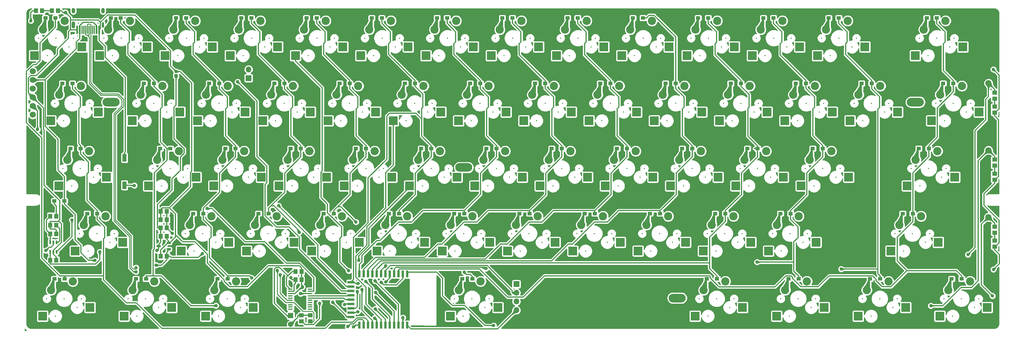
<source format=gbr>
%TF.GenerationSoftware,KiCad,Pcbnew,(5.1.0)-1*%
%TF.CreationDate,2019-04-30T15:13:16+08:00*%
%TF.ProjectId,keyboard,6b657962-6f61-4726-942e-6b696361645f,rev.C*%
%TF.SameCoordinates,PX3b67bd4PY97d81e8*%
%TF.FileFunction,Copper,L2,Bot*%
%TF.FilePolarity,Positive*%
%FSLAX46Y46*%
G04 Gerber Fmt 4.6, Leading zero omitted, Abs format (unit mm)*
G04 Created by KiCad (PCBNEW (5.1.0)-1) date 2019-04-30 15:13:16*
%MOMM*%
%LPD*%
G04 APERTURE LIST*
%ADD10R,1.150000X0.650000*%
%ADD11R,1.160000X1.470000*%
%ADD12R,1.470000X1.160000*%
%ADD13R,2.550000X2.500000*%
%ADD14C,2.400000*%
%ADD15R,0.600000X2.450000*%
%ADD16R,0.300000X2.450000*%
%ADD17O,1.000000X2.100000*%
%ADD18O,1.000000X1.600000*%
%ADD19O,1.000000X1.000000*%
%ADD20R,1.000000X1.000000*%
%ADD21O,1.700000X1.700000*%
%ADD22R,1.700000X1.700000*%
%ADD23R,0.800000X2.000000*%
%ADD24R,2.000000X0.800000*%
%ADD25R,1.250000X1.000000*%
%ADD26R,1.600000X1.600000*%
%ADD27C,1.600000*%
%ADD28R,1.200000X2.200000*%
%ADD29O,1.500000X0.350000*%
%ADD30R,0.600000X1.100000*%
%ADD31C,1.800000*%
%ADD32C,1.000000*%
%ADD33C,0.305000*%
%ADD34C,0.508000*%
%ADD35C,0.350000*%
%ADD36C,0.254000*%
%ADD37C,0.025400*%
%ADD38C,0.350000*%
%ADD39O,0.600000X1.700000*%
%ADD40O,0.599999X1.699999*%
%ADD41O,0.600000X1.200000*%
%ADD42O,5.001259X2.499359*%
G04 APERTURE END LIST*
D10*
X101435000Y-134597000D03*
X104385000Y-135547000D03*
X104385000Y-133647000D03*
D11*
X71998340Y-65747900D03*
X70218340Y-65747900D03*
D12*
X345482920Y-134795960D03*
X345482920Y-133015960D03*
X345482920Y-115203810D03*
X345482920Y-113423810D03*
X345482920Y-95611660D03*
X345482920Y-93831660D03*
D11*
X65599540Y-65747900D03*
X67379540Y-65747900D03*
D12*
X345482920Y-130703960D03*
X345482920Y-128923960D03*
X345482920Y-109342010D03*
X345482920Y-111122010D03*
X345482920Y-89760060D03*
X345482920Y-91540060D03*
D13*
X174248000Y-76358800D03*
D14*
X162878000Y-71278800D03*
X169228000Y-68738800D03*
D13*
X160398000Y-78898800D03*
X340935000Y-95408800D03*
D14*
X329565000Y-90328800D03*
X335915000Y-87788800D03*
D13*
X327085000Y-97948800D03*
X98047500Y-76358800D03*
D14*
X86677500Y-71278800D03*
X93027500Y-68738800D03*
D13*
X84197500Y-78898800D03*
X136148000Y-76358800D03*
D14*
X124778000Y-71278800D03*
X131128000Y-68738800D03*
D13*
X122298000Y-78898800D03*
X155198000Y-76358800D03*
D14*
X143828000Y-71278800D03*
X150178000Y-68738800D03*
D13*
X141348000Y-78898800D03*
X193298000Y-76358800D03*
D14*
X181928000Y-71278800D03*
X188278000Y-68738800D03*
D13*
X179448000Y-78898800D03*
X212348000Y-76358800D03*
D14*
X200978000Y-71278800D03*
X207328000Y-68738800D03*
D13*
X198498000Y-78898800D03*
X231398000Y-76358800D03*
D14*
X220028000Y-71278800D03*
X226378000Y-68738800D03*
D13*
X217548000Y-78898800D03*
X250448000Y-76358800D03*
D14*
X239078000Y-71278800D03*
X245428000Y-68738800D03*
D13*
X236598000Y-78898800D03*
X269498000Y-76358800D03*
D14*
X258128000Y-71278800D03*
X264478000Y-68738800D03*
D13*
X255648000Y-78898800D03*
X288548000Y-76358800D03*
D14*
X277178000Y-71278800D03*
X283528000Y-68738800D03*
D13*
X274698000Y-78898800D03*
X307598000Y-76358800D03*
D14*
X296228000Y-71278800D03*
X302578000Y-68738800D03*
D13*
X293748000Y-78898800D03*
X336172000Y-76358800D03*
D14*
X324802000Y-71278800D03*
X331152000Y-68738800D03*
D13*
X322322000Y-78898800D03*
X83760000Y-95408800D03*
D14*
X72390000Y-90328800D03*
X78740000Y-87788800D03*
D13*
X69910000Y-97948800D03*
X107572000Y-95408800D03*
D14*
X96202000Y-90328800D03*
X102552000Y-87788800D03*
D13*
X93722000Y-97948800D03*
X126622000Y-95408800D03*
D14*
X115252000Y-90328800D03*
X121602000Y-87788800D03*
D13*
X112772000Y-97948800D03*
X145672000Y-95408800D03*
D14*
X134302000Y-90328800D03*
X140652000Y-87788800D03*
D13*
X131822000Y-97948800D03*
X164722000Y-95408800D03*
D14*
X153352000Y-90328800D03*
X159702000Y-87788800D03*
D13*
X150872000Y-97948800D03*
X183772000Y-95408800D03*
D14*
X172402000Y-90328800D03*
X178752000Y-87788800D03*
D13*
X169922000Y-97948800D03*
X202822000Y-95408800D03*
D14*
X191452000Y-90328800D03*
X197802000Y-87788800D03*
D13*
X188972000Y-97948800D03*
X221872000Y-95408800D03*
D14*
X210502000Y-90328800D03*
X216852000Y-87788800D03*
D13*
X208022000Y-97948800D03*
X240922000Y-95408800D03*
D14*
X229552000Y-90328800D03*
X235902000Y-87788800D03*
D13*
X227072000Y-97948800D03*
X259972000Y-95408800D03*
D14*
X248602000Y-90328800D03*
X254952000Y-87788800D03*
D13*
X246122000Y-97948800D03*
X279022000Y-95408800D03*
D14*
X267652000Y-90328800D03*
X274002000Y-87788800D03*
D13*
X265172000Y-97948800D03*
X298072000Y-95408800D03*
D14*
X286702000Y-90328800D03*
X293052000Y-87788800D03*
D13*
X284222000Y-97948800D03*
X317122000Y-95408800D03*
D14*
X305752000Y-90328800D03*
X312102000Y-87788800D03*
D13*
X303272000Y-97948800D03*
X86141200Y-114459000D03*
D14*
X74771200Y-109379000D03*
X81121200Y-106839000D03*
D13*
X72291200Y-116999000D03*
X112335000Y-114459000D03*
D14*
X100965000Y-109379000D03*
X107315000Y-106839000D03*
D13*
X98485000Y-116999000D03*
X131385000Y-114459000D03*
D14*
X120015000Y-109379000D03*
X126365000Y-106839000D03*
D13*
X117535000Y-116999000D03*
X150435000Y-114459000D03*
D14*
X139065000Y-109379000D03*
X145415000Y-106839000D03*
D13*
X136585000Y-116999000D03*
X169485000Y-114459000D03*
D14*
X158115000Y-109379000D03*
X164465000Y-106839000D03*
D13*
X155635000Y-116999000D03*
X188535000Y-114459000D03*
D14*
X177165000Y-109379000D03*
X183515000Y-106839000D03*
D13*
X174685000Y-116999000D03*
X207585000Y-114459000D03*
D14*
X196215000Y-109379000D03*
X202565000Y-106839000D03*
D13*
X193735000Y-116999000D03*
X226635000Y-114459000D03*
D14*
X215265000Y-109379000D03*
X221615000Y-106839000D03*
D13*
X212785000Y-116999000D03*
X245685000Y-114459000D03*
D14*
X234315000Y-109379000D03*
X240665000Y-106839000D03*
D13*
X231835000Y-116999000D03*
X264735000Y-114459000D03*
D14*
X253365000Y-109379000D03*
X259715000Y-106839000D03*
D13*
X250885000Y-116999000D03*
X283785000Y-114459000D03*
D14*
X272415000Y-109379000D03*
X278765000Y-106839000D03*
D13*
X269935000Y-116999000D03*
X302835000Y-114459000D03*
D14*
X291465000Y-109379000D03*
X297815000Y-106839000D03*
D13*
X288985000Y-116999000D03*
X333791000Y-114459000D03*
D14*
X322421000Y-109379000D03*
X328771000Y-106839000D03*
D13*
X319941000Y-116999000D03*
X90903800Y-133509000D03*
D14*
X79533800Y-128429000D03*
X85883800Y-125889000D03*
D13*
X77053800Y-136049000D03*
X121860000Y-133509000D03*
D14*
X110490000Y-128429000D03*
X116840000Y-125889000D03*
D13*
X108010000Y-136049000D03*
X140910000Y-133509000D03*
D14*
X129540000Y-128429000D03*
X135890000Y-125889000D03*
D13*
X127060000Y-136049000D03*
X159960000Y-133509000D03*
D14*
X148590000Y-128429000D03*
X154940000Y-125889000D03*
D13*
X146110000Y-136049000D03*
X179010000Y-133509000D03*
D14*
X167640000Y-128429000D03*
X173990000Y-125889000D03*
D13*
X165160000Y-136049000D03*
X198060000Y-133509000D03*
D14*
X186690000Y-128429000D03*
X193040000Y-125889000D03*
D13*
X184210000Y-136049000D03*
X217110000Y-133509000D03*
D14*
X205740000Y-128429000D03*
X212090000Y-125889000D03*
D13*
X203260000Y-136049000D03*
X236160000Y-133509000D03*
D14*
X224790000Y-128429000D03*
X231140000Y-125889000D03*
D13*
X222310000Y-136049000D03*
X255210000Y-133509000D03*
D14*
X243840000Y-128429000D03*
X250190000Y-125889000D03*
D13*
X241360000Y-136049000D03*
X274260000Y-133509000D03*
D14*
X262890000Y-128429000D03*
X269240000Y-125889000D03*
D13*
X260410000Y-136049000D03*
X293310000Y-133509000D03*
D14*
X281940000Y-128429000D03*
X288290000Y-125889000D03*
D13*
X279460000Y-136049000D03*
X329029000Y-133509000D03*
D14*
X317659000Y-128429000D03*
X324009000Y-125889000D03*
D13*
X315179000Y-136049000D03*
X81378800Y-152559000D03*
D14*
X70008800Y-147479000D03*
X76358800Y-144939000D03*
D13*
X67528800Y-155099000D03*
X105191200Y-152559000D03*
D14*
X93821200Y-147479000D03*
X100171200Y-144939000D03*
D13*
X91341200Y-155099000D03*
X129004000Y-152559000D03*
D14*
X117634000Y-147479000D03*
X123984000Y-144939000D03*
D13*
X115154000Y-155099000D03*
X200441000Y-152559000D03*
D14*
X189071000Y-147479000D03*
X195421000Y-144939000D03*
D13*
X186591000Y-155099000D03*
X271879000Y-152559000D03*
D14*
X260509000Y-147479000D03*
X266859000Y-144939000D03*
D13*
X258029000Y-155099000D03*
X295691000Y-152559000D03*
D14*
X284321000Y-147479000D03*
X290671000Y-144939000D03*
D13*
X281841000Y-155099000D03*
X319504000Y-152559000D03*
D14*
X308134000Y-147479000D03*
X314484000Y-144939000D03*
D13*
X305654000Y-155099000D03*
X343316000Y-152559000D03*
D14*
X331946000Y-147479000D03*
X338296000Y-144939000D03*
D13*
X329466000Y-155099000D03*
X78997500Y-76358800D03*
D14*
X67627500Y-71278800D03*
X73977500Y-68738800D03*
D13*
X65147500Y-78898800D03*
X117098000Y-76358800D03*
D14*
X105728000Y-71278800D03*
X112078000Y-68738800D03*
D13*
X103248000Y-78898800D03*
D15*
X84051000Y-71364800D03*
X77601000Y-71364800D03*
X83276000Y-71364800D03*
X78376000Y-71364800D03*
D16*
X79076000Y-71364800D03*
X82576000Y-71364800D03*
X79576000Y-71364800D03*
X82076000Y-71364800D03*
X80076000Y-71364800D03*
X81576000Y-71364800D03*
X81076000Y-71364800D03*
X80576000Y-71364800D03*
D17*
X76506000Y-69949800D03*
D18*
X76506000Y-65769800D03*
X85146000Y-65769800D03*
D19*
X106517440Y-83581080D03*
D20*
X106517440Y-84831080D03*
D21*
X205850000Y-153370000D03*
X205850000Y-150830000D03*
X205850000Y-148290000D03*
D22*
X205850000Y-145750000D03*
D23*
X173987000Y-142757000D03*
X172717000Y-142757000D03*
X171447000Y-142757000D03*
X170177000Y-142757000D03*
X168907000Y-142757000D03*
X167637000Y-142757000D03*
X166367000Y-142757000D03*
X165097000Y-142757000D03*
X163827000Y-142757000D03*
X162557000Y-142757000D03*
X161287000Y-142757000D03*
X160017000Y-142757000D03*
D24*
X157577000Y-145177000D03*
X157577000Y-146447000D03*
X157577000Y-147717000D03*
X157577000Y-148987000D03*
X157577000Y-150257000D03*
X157577000Y-151527000D03*
X157577000Y-152797000D03*
X157577000Y-154067000D03*
D23*
X160017000Y-157757000D03*
X161287000Y-157757000D03*
X162557000Y-157757000D03*
X163827000Y-157757000D03*
X165097000Y-157757000D03*
X166367000Y-157757000D03*
X167637000Y-157757000D03*
X168907000Y-157757000D03*
X170177000Y-157757000D03*
X171447000Y-157757000D03*
X172717000Y-157757000D03*
X173987000Y-157757000D03*
D24*
X157577000Y-155337000D03*
D22*
X127665000Y-85493900D03*
D21*
X127665000Y-82953900D03*
D11*
X141337000Y-142057000D03*
X143117000Y-142057000D03*
X141337000Y-144480000D03*
X143117000Y-144480000D03*
D12*
X143109000Y-154885000D03*
X143109000Y-156665000D03*
D11*
X69785500Y-131063000D03*
X71565500Y-131063000D03*
X102020000Y-131716000D03*
X103800000Y-131716000D03*
X103800000Y-137574000D03*
X102020000Y-137574000D03*
X103800000Y-124494000D03*
X102020000Y-124494000D03*
X69785500Y-138758000D03*
X71565500Y-138758000D03*
D25*
X71304700Y-67917100D03*
X68354700Y-67917100D03*
X90360000Y-67917100D03*
X87410000Y-67917100D03*
X109415000Y-67917100D03*
X106465000Y-67917100D03*
X128470000Y-67917100D03*
X125520000Y-67917100D03*
X147525000Y-67917100D03*
X144575000Y-67917100D03*
X166580000Y-67917100D03*
X163630000Y-67917100D03*
X185636000Y-67917100D03*
X182686000Y-67917100D03*
X204691000Y-67917100D03*
X201741000Y-67917100D03*
X223746000Y-67917100D03*
X220796000Y-67917100D03*
X242802000Y-67917100D03*
X239852000Y-67917100D03*
X261857000Y-67917100D03*
X258907000Y-67917100D03*
X280912000Y-67917100D03*
X277962000Y-67917100D03*
X299968000Y-67917100D03*
X297018000Y-67917100D03*
X328606000Y-67917100D03*
X325656000Y-67917100D03*
X76247200Y-87053600D03*
X73297200Y-87053600D03*
X100061200Y-87053600D03*
X97111200Y-87053600D03*
X119109000Y-87053600D03*
X116159000Y-87053600D03*
X138157000Y-87053600D03*
X135207000Y-87053600D03*
X157206000Y-87053600D03*
X154256000Y-87053600D03*
X176254000Y-87053600D03*
X173304000Y-87053600D03*
X195302000Y-87053600D03*
X192352000Y-87053600D03*
X214231000Y-87053600D03*
X211281000Y-87053600D03*
X233291000Y-87053600D03*
X230341000Y-87053600D03*
X252351000Y-87053600D03*
X249401000Y-87053600D03*
X271391000Y-87053600D03*
X268441000Y-87053600D03*
X290361000Y-87053600D03*
X287411000Y-87053600D03*
X309591000Y-87053600D03*
X306641000Y-87053600D03*
X333401000Y-87053600D03*
X330451000Y-87053600D03*
X78626600Y-106096000D03*
X75676600Y-106096000D03*
X104827000Y-106096000D03*
X101877000Y-106096000D03*
X123876000Y-106096000D03*
X120926000Y-106096000D03*
X142925000Y-106096000D03*
X139975000Y-106096000D03*
X161974000Y-106096000D03*
X159024000Y-106096000D03*
X181023000Y-106096000D03*
X178073000Y-106096000D03*
X200072000Y-106096000D03*
X197122000Y-106096000D03*
X219121000Y-106096000D03*
X216171000Y-106096000D03*
X238170000Y-106096000D03*
X235220000Y-106096000D03*
X257219000Y-106096000D03*
X254269000Y-106096000D03*
X276268000Y-106096000D03*
X273318000Y-106096000D03*
X295317000Y-106096000D03*
X292367000Y-106096000D03*
X326277000Y-106096000D03*
X323327000Y-106096000D03*
X83492900Y-125098000D03*
X80542900Y-125098000D03*
X114463000Y-125098000D03*
X111513000Y-125098000D03*
X133512000Y-125098000D03*
X130562000Y-125098000D03*
X152561000Y-125098000D03*
X149611000Y-125098000D03*
X171610000Y-125098000D03*
X168660000Y-125098000D03*
X190659000Y-125098000D03*
X187709000Y-125098000D03*
X209707000Y-125098000D03*
X206757000Y-125098000D03*
X228756000Y-125098000D03*
X225806000Y-125098000D03*
X247805000Y-125098000D03*
X244855000Y-125098000D03*
X266854000Y-125098000D03*
X263904000Y-125098000D03*
X285903000Y-125098000D03*
X282953000Y-125098000D03*
X321603000Y-125098000D03*
X318653000Y-125098000D03*
X73950100Y-144220000D03*
X71000100Y-144220000D03*
X97748600Y-144220000D03*
X94798600Y-144220000D03*
X121548000Y-144220000D03*
X118598000Y-144220000D03*
X193008000Y-144220000D03*
X190058000Y-144220000D03*
X264420000Y-144220000D03*
X261470000Y-144220000D03*
X288236000Y-144220000D03*
X285286000Y-144220000D03*
X312052000Y-144220000D03*
X309102000Y-144220000D03*
X335868000Y-144220000D03*
X332918000Y-144220000D03*
D26*
X139969000Y-154976000D03*
D27*
X139969000Y-157516000D03*
D12*
X145682000Y-154885000D03*
X145682000Y-156665000D03*
D11*
X71565500Y-128516000D03*
X69785500Y-128516000D03*
X102020000Y-129303000D03*
X103800000Y-129303000D03*
X103800000Y-126890000D03*
X102020000Y-126890000D03*
D28*
X91440000Y-116800000D03*
X91440000Y-108800000D03*
D29*
X139884000Y-147220000D03*
X139884000Y-147870000D03*
X139884000Y-148520000D03*
X139884000Y-149170000D03*
X139884000Y-149820000D03*
X139884000Y-150470000D03*
X139884000Y-151120000D03*
X139884000Y-151770000D03*
X139884000Y-152420000D03*
X139884000Y-153070000D03*
X145584000Y-153070000D03*
X145584000Y-152420000D03*
X145584000Y-151770000D03*
X145584000Y-151120000D03*
X145584000Y-150470000D03*
X145584000Y-149820000D03*
X145584000Y-149170000D03*
X145584000Y-148520000D03*
X145584000Y-147870000D03*
X145584000Y-147220000D03*
D30*
X71635700Y-136310000D03*
X70685700Y-136310000D03*
X69735700Y-136310000D03*
X69735700Y-133510000D03*
X70685700Y-133510000D03*
X71635700Y-133510000D03*
D31*
X64642900Y-91100000D03*
X64642900Y-88560000D03*
X64642900Y-86020000D03*
X64642900Y-93640000D03*
D25*
X73908200Y-121432000D03*
X70958200Y-121432000D03*
D11*
X71565500Y-125877000D03*
X69785500Y-125877000D03*
D31*
X343684860Y-86982300D03*
X343684860Y-106563160D03*
X343684860Y-126144020D03*
X64642900Y-83480000D03*
X64642900Y-96180000D03*
D32*
X143375500Y-146624200D03*
X74196300Y-66280800D03*
X148395638Y-151343562D03*
X345117460Y-82953900D03*
X345137740Y-141462760D03*
X140045200Y-143845900D03*
X82788100Y-138805200D03*
X100919800Y-135893000D03*
X84227700Y-136321800D03*
X100677400Y-140190000D03*
X66051000Y-100503200D03*
X114158900Y-136789400D03*
X172717000Y-155543700D03*
X152219000Y-151034800D03*
X105409900Y-130935600D03*
X98026200Y-76306700D03*
X164495100Y-155675300D03*
X118145600Y-152047500D03*
X164616300Y-152991900D03*
X128563461Y-143954439D03*
X164701800Y-148184800D03*
X142443500Y-130620900D03*
X159020900Y-127585100D03*
X164573500Y-144796300D03*
X190610300Y-142237800D03*
X159683571Y-145553029D03*
X167739400Y-140386200D03*
X276093500Y-139289300D03*
X196971800Y-141171300D03*
X300680000Y-141336900D03*
X167713700Y-145107700D03*
X155675000Y-151731800D03*
X160791200Y-147333300D03*
X156898000Y-141856700D03*
X65178900Y-78861900D03*
X322260000Y-78938100D03*
X84228900Y-78861900D03*
X103279000Y-78861900D03*
X122329000Y-78861900D03*
X141379000Y-78861900D03*
X160429000Y-78861900D03*
X179479000Y-78861900D03*
X198529000Y-78861900D03*
X217579000Y-78861900D03*
X236629000Y-78861900D03*
X255679000Y-78861900D03*
X274729000Y-78861900D03*
X293779000Y-78861900D03*
X327055000Y-97894100D03*
X93687900Y-97985600D03*
X69941400Y-97983000D03*
X112738000Y-97985600D03*
X131788000Y-97985600D03*
X150838000Y-97985600D03*
X169888000Y-97985600D03*
X188938000Y-97985600D03*
X207988000Y-97985600D03*
X227038000Y-97985600D03*
X246088000Y-97985600D03*
X265138000Y-97985600D03*
X284188000Y-97985600D03*
X303238000Y-97985600D03*
X161838200Y-144917600D03*
X72265500Y-116944000D03*
X98506300Y-116987000D03*
X319936000Y-117041000D03*
X117556000Y-116987000D03*
X136606000Y-116987000D03*
X155656000Y-116987000D03*
X174706000Y-116987000D03*
X193756000Y-116987000D03*
X212806000Y-116987000D03*
X231856000Y-116987000D03*
X250906000Y-116987000D03*
X269956000Y-116987000D03*
X289006000Y-116987000D03*
X159842000Y-138800640D03*
X159434100Y-147952000D03*
X315156000Y-136002000D03*
X107955000Y-136080000D03*
X76995000Y-136086000D03*
X127005000Y-136080000D03*
X146055000Y-136080000D03*
X165105000Y-136080000D03*
X184155000Y-136080000D03*
X203205000Y-136080000D03*
X222255000Y-136080000D03*
X241305000Y-136080000D03*
X260355000Y-136080000D03*
X279405000Y-136080000D03*
X159557000Y-153818800D03*
X329468000Y-155077000D03*
X305661000Y-155075000D03*
X281904000Y-155031000D03*
X258018000Y-155049000D03*
X186548000Y-155072000D03*
X91335900Y-155103000D03*
X115217000Y-155062000D03*
X67579200Y-155184000D03*
X115564500Y-123651200D03*
X76077500Y-126984000D03*
X142842700Y-148533400D03*
X68518900Y-135918600D03*
X183799000Y-95410000D03*
X78925400Y-76311800D03*
X117076000Y-76306700D03*
X136126000Y-76306700D03*
X155176000Y-76306700D03*
X174226000Y-76306700D03*
X193276000Y-76306700D03*
X212326000Y-76306700D03*
X231376000Y-76306700D03*
X250426000Y-76306700D03*
X269476000Y-76306700D03*
X288526000Y-76306700D03*
X307576000Y-76306700D03*
X336182000Y-76321900D03*
X83761600Y-95331300D03*
X107599000Y-95410000D03*
X126649000Y-95410000D03*
X145699000Y-95410000D03*
X164749000Y-95410000D03*
X202849000Y-95410000D03*
X221899000Y-95410000D03*
X240949000Y-95410000D03*
X259999000Y-95410000D03*
X279049000Y-95410000D03*
X298099000Y-95410000D03*
X317149000Y-95410000D03*
X340962000Y-95361800D03*
X86085700Y-114440000D03*
X112326000Y-114506000D03*
X131376000Y-114506000D03*
X150426000Y-114506000D03*
X169476000Y-114506000D03*
X188526000Y-114506000D03*
X207576000Y-114506000D03*
X226626000Y-114506000D03*
X245676000Y-114506000D03*
X264726000Y-114506000D03*
X283776000Y-114506000D03*
X302826000Y-114506000D03*
X333809000Y-114511000D03*
X90919300Y-133482000D03*
X121854000Y-133599000D03*
X140904000Y-133599000D03*
X159954000Y-133599000D03*
X179004000Y-133599000D03*
X198054000Y-133599000D03*
X217104000Y-133599000D03*
X236154000Y-133599000D03*
X255204000Y-133599000D03*
X274254000Y-133599000D03*
X293304000Y-133599000D03*
X329016000Y-133507000D03*
X81381600Y-152687000D03*
X105181000Y-152603000D03*
X128976000Y-152527000D03*
X200442000Y-152512000D03*
X271894000Y-152547000D03*
X295730000Y-152547000D03*
X319499000Y-152527000D03*
X343271000Y-152634000D03*
X124458900Y-86565200D03*
X94810600Y-142119000D03*
X136865942Y-143017000D03*
X136059000Y-141736000D03*
X94810600Y-140939000D03*
X94326000Y-116909200D03*
X136425940Y-122806460D03*
X166334000Y-145177900D03*
X337695540Y-137106660D03*
X326852720Y-152080400D03*
X199242680Y-157853380D03*
X158325820Y-158282640D03*
X344853258Y-149194520D03*
X156628700Y-158161800D03*
X64109700Y-68709540D03*
D33*
X143117000Y-146624200D02*
X143375500Y-146624200D01*
X139884000Y-148520000D02*
X141221200Y-148520000D01*
X141221200Y-148520000D02*
X143117000Y-146624200D01*
X143117000Y-146624200D02*
X143117000Y-145571000D01*
X143117000Y-144480000D02*
X143117000Y-145571000D01*
X84417500Y-69149900D02*
X84417500Y-70998300D01*
X84417500Y-70998300D02*
X84051000Y-71364800D01*
X75662400Y-68501800D02*
X83769400Y-68501800D01*
X83769400Y-68501800D02*
X84417500Y-69149900D01*
X75662400Y-68501800D02*
X75662400Y-67746900D01*
X75662400Y-67746900D02*
X74196300Y-66280800D01*
X75635400Y-71364800D02*
X75635400Y-68528800D01*
X75635400Y-68528800D02*
X75662400Y-68501800D01*
X143117000Y-142057000D02*
X143117000Y-140966000D01*
X106319300Y-131282900D02*
X106319300Y-125184800D01*
X106319300Y-125184800D02*
X104537400Y-123402900D01*
X143117000Y-140966000D02*
X142516500Y-140365500D01*
X142516500Y-140365500D02*
X133424100Y-140365500D01*
X133424100Y-140365500D02*
X127281400Y-146508200D01*
X127281400Y-146508200D02*
X122165800Y-146508200D01*
X122165800Y-146508200D02*
X120566900Y-144909300D01*
X120566900Y-144909300D02*
X120566900Y-144490400D01*
X120566900Y-144490400D02*
X115608900Y-139532400D01*
X115608900Y-139532400D02*
X115608900Y-136959100D01*
X115608900Y-136959100D02*
X112014100Y-133364300D01*
X112014100Y-133364300D02*
X108400700Y-133364300D01*
X108400700Y-133364300D02*
X106319300Y-131282900D01*
X143117000Y-144480000D02*
X143117000Y-142057000D01*
X102020000Y-126890000D02*
X102020000Y-124494000D01*
X91440000Y-108800000D02*
X91440000Y-107344000D01*
X75635400Y-71364800D02*
X77601000Y-71364800D01*
X64642900Y-91100000D02*
X63381300Y-89838400D01*
X63381300Y-89838400D02*
X63381300Y-85425400D01*
X63381300Y-85425400D02*
X64056700Y-84750000D01*
X64056700Y-84750000D02*
X65691700Y-84750000D01*
X65691700Y-84750000D02*
X71892600Y-78549100D01*
X71892600Y-78549100D02*
X71892600Y-77011100D01*
X71892600Y-77011100D02*
X75110400Y-73793300D01*
X75110400Y-73793300D02*
X75110400Y-71889800D01*
X75110400Y-71889800D02*
X75635400Y-71364800D01*
X84051000Y-71364800D02*
X84051000Y-74381600D01*
X84051000Y-74381600D02*
X85828600Y-76159200D01*
X85828600Y-76159200D02*
X85828600Y-79423700D01*
X85828600Y-79423700D02*
X91649300Y-85244400D01*
X91649300Y-85244400D02*
X91649300Y-107134700D01*
X91649300Y-107134700D02*
X91440000Y-107344000D01*
X72200500Y-127247600D02*
X72529500Y-126918600D01*
X72529500Y-126918600D02*
X72529500Y-121367300D01*
X72529500Y-121367300D02*
X67961600Y-116799400D01*
X67961600Y-116799400D02*
X67961600Y-100675800D01*
X67961600Y-100675800D02*
X67764000Y-100478200D01*
X67764000Y-100478200D02*
X67764000Y-94221100D01*
X67764000Y-94221100D02*
X64642900Y-91100000D01*
X71565500Y-131063000D02*
X71565500Y-129972000D01*
X69785500Y-128516000D02*
X69785500Y-129607000D01*
X69785500Y-129607000D02*
X71200500Y-129607000D01*
X71200500Y-129607000D02*
X71565500Y-129972000D01*
X110703900Y-117236400D02*
X104537400Y-123402900D01*
X110703900Y-113055600D02*
X110703900Y-117236400D01*
X111062000Y-112697500D02*
X110703900Y-113055600D01*
X107716160Y-83581080D02*
X111062000Y-86926920D01*
X86506400Y-67061000D02*
X94489200Y-67061000D01*
X111062000Y-86926920D02*
X111062000Y-112697500D01*
X84417500Y-69149900D02*
X86506400Y-67061000D01*
X94489200Y-67061000D02*
X104879100Y-77450900D01*
X104879100Y-77450900D02*
X104879100Y-81991160D01*
X104879100Y-81991160D02*
X106469020Y-83581080D01*
X106469020Y-83581080D02*
X107716160Y-83581080D01*
X144200000Y-157601000D02*
X146611300Y-157601000D01*
X143109000Y-156665000D02*
X143264000Y-156665000D01*
X146611300Y-157601000D02*
X148395638Y-155816662D01*
X148395638Y-152050668D02*
X148395638Y-151343562D01*
X148395638Y-155816662D02*
X148395638Y-152050668D01*
X143264000Y-156665000D02*
X144200000Y-157601000D01*
X71565500Y-137859500D02*
X71565500Y-138758000D01*
X70685700Y-136310000D02*
X70685700Y-136979700D01*
X70685700Y-136979700D02*
X71565500Y-137859500D01*
X70685700Y-135850000D02*
X70685700Y-136310000D01*
X73019500Y-133516200D02*
X70685700Y-135850000D01*
X72200500Y-127247600D02*
X73019500Y-128066600D01*
X73019500Y-128066600D02*
X73019500Y-133516200D01*
X69785500Y-127425000D02*
X72023100Y-127425000D01*
X69785500Y-128516000D02*
X69785500Y-127425000D01*
X72023100Y-127425000D02*
X72200500Y-127247600D01*
X104160000Y-133647000D02*
X104160000Y-133624640D01*
X102020000Y-123874900D02*
X102020000Y-124494000D01*
X104537400Y-123402900D02*
X102492000Y-123402900D01*
X102492000Y-123402900D02*
X102020000Y-123874900D01*
X175035602Y-158805602D02*
X173987000Y-157757000D01*
X205829180Y-153370000D02*
X200393578Y-158805602D01*
X205850000Y-153370000D02*
X205829180Y-153370000D01*
X200393578Y-158805602D02*
X175035602Y-158805602D01*
X104635000Y-133647000D02*
X104385000Y-133647000D01*
X106319300Y-131962700D02*
X104635000Y-133647000D01*
X106319300Y-131282900D02*
X106319300Y-131962700D01*
X104135000Y-133647000D02*
X104385000Y-133647000D01*
X102020000Y-135762000D02*
X104135000Y-133647000D01*
X102020000Y-137574000D02*
X102020000Y-135762000D01*
X104385000Y-133173360D02*
X104385000Y-133647000D01*
X103800000Y-131716000D02*
X103800000Y-132588360D01*
X103800000Y-132588360D02*
X104385000Y-133173360D01*
X73463920Y-66280800D02*
X74196300Y-66280800D01*
X71998340Y-65747900D02*
X72931020Y-65747900D01*
X72931020Y-65747900D02*
X73463920Y-66280800D01*
X345642859Y-83453899D02*
X346765880Y-84576920D01*
X345117460Y-82953900D02*
X345617459Y-83453899D01*
X345617459Y-83453899D02*
X345642859Y-83453899D01*
X345637920Y-95611660D02*
X345482920Y-95611660D01*
X346765880Y-94483700D02*
X345637920Y-95611660D01*
X346765880Y-92476320D02*
X346765880Y-94483700D01*
X346765880Y-84576920D02*
X346765880Y-92476320D01*
X346765880Y-92476320D02*
X346765880Y-92703700D01*
X345637920Y-115203810D02*
X345482920Y-115203810D01*
X346573621Y-114268109D02*
X345637920Y-115203810D01*
X346573621Y-97587361D02*
X346573621Y-114268109D01*
X345482920Y-96496660D02*
X346573621Y-97587361D01*
X345482920Y-95611660D02*
X345482920Y-96496660D01*
X345482920Y-135760200D02*
X345482920Y-134795960D01*
X346837000Y-137114280D02*
X345482920Y-135760200D01*
X345137740Y-141462760D02*
X346837000Y-139763500D01*
X346837000Y-139763500D02*
X346837000Y-137114280D01*
X345482920Y-116238280D02*
X345482920Y-115203810D01*
X342386321Y-119334879D02*
X345482920Y-116238280D01*
X342386321Y-122683940D02*
X342386321Y-119334879D01*
X345637920Y-134795960D02*
X346770960Y-133662920D01*
X346770960Y-133662920D02*
X346770960Y-127371682D01*
X346770960Y-127371682D02*
X346781120Y-127361522D01*
X345482920Y-134795960D02*
X345637920Y-134795960D01*
X346781120Y-127361522D02*
X346781120Y-127078740D01*
X346781120Y-127078740D02*
X342386321Y-122683940D01*
X73908200Y-121432000D02*
X73908200Y-120576000D01*
X68222600Y-86020000D02*
X68272600Y-86070000D01*
X68272600Y-86070000D02*
X68272600Y-99607300D01*
X68272600Y-99607300D02*
X72030100Y-103364800D01*
X72030100Y-103364800D02*
X72030100Y-112367200D01*
X72030100Y-112367200D02*
X73922300Y-114259400D01*
X73922300Y-114259400D02*
X73922300Y-120561900D01*
X73922300Y-120561900D02*
X73908200Y-120576000D01*
X68222600Y-86020000D02*
X77366400Y-76876200D01*
X77366400Y-76876200D02*
X77366400Y-74888400D01*
X77366400Y-74888400D02*
X78376000Y-73878800D01*
X78376000Y-73878800D02*
X78376000Y-71364800D01*
X64642900Y-86020000D02*
X68222600Y-86020000D01*
X73908200Y-121432000D02*
X73908200Y-122288000D01*
X73908200Y-122288000D02*
X77012200Y-125392000D01*
X77012200Y-125392000D02*
X77012200Y-132785800D01*
X77012200Y-132785800D02*
X78684800Y-134458400D01*
X78684800Y-134458400D02*
X78684800Y-136595900D01*
X78684800Y-136595900D02*
X80894100Y-138805200D01*
X80894100Y-138805200D02*
X82788100Y-138805200D01*
X140990000Y-147870000D02*
X140990000Y-145917900D01*
X140990000Y-145917900D02*
X140990100Y-145917900D01*
X140990100Y-145917900D02*
X141337000Y-145571000D01*
X140437000Y-147870000D02*
X139884000Y-147870000D01*
X140437000Y-147870000D02*
X140990000Y-147870000D01*
X141337000Y-144480000D02*
X141337000Y-145571000D01*
X78376000Y-71364800D02*
X78376000Y-70136600D01*
X78376000Y-70136600D02*
X79360500Y-69152100D01*
X79360500Y-69152100D02*
X82302000Y-69152100D01*
X82302000Y-69152100D02*
X83276000Y-70126100D01*
X83276000Y-70126100D02*
X83276000Y-71364800D01*
X141306800Y-144449800D02*
X141337000Y-144480000D01*
X140401000Y-144449800D02*
X141306800Y-144449800D01*
X140401000Y-144452300D02*
X140401000Y-144449800D01*
X140045200Y-143845900D02*
X140045200Y-144096500D01*
X140045200Y-144096500D02*
X140401000Y-144452300D01*
X102020000Y-131716000D02*
X102020000Y-129303000D01*
X69785500Y-139849000D02*
X82955000Y-139849000D01*
X82955000Y-139849000D02*
X84227700Y-138576300D01*
X84227700Y-138576300D02*
X84227700Y-136321800D01*
X69785500Y-138758000D02*
X69785500Y-139849000D01*
X69785500Y-138339600D02*
X69785500Y-138758000D01*
X69785500Y-138339600D02*
X69785500Y-137667000D01*
X69785500Y-137667000D02*
X69735700Y-137617200D01*
X69735700Y-137617200D02*
X69735700Y-136310000D01*
X106490000Y-84858520D02*
X106517440Y-84831080D01*
X106490000Y-93389300D02*
X106490000Y-84858520D01*
X108871000Y-106194500D02*
X105940900Y-103264400D01*
X108871000Y-107483500D02*
X108871000Y-106194500D01*
X105940900Y-93938400D02*
X106490000Y-93389300D01*
X107724100Y-108630300D02*
X107724200Y-108630300D01*
X105940900Y-103264400D02*
X105940900Y-93938400D01*
X101084000Y-129303000D02*
X101084000Y-122451700D01*
X107724200Y-108630300D02*
X108871000Y-107483500D01*
X102020000Y-129303000D02*
X101084000Y-129303000D01*
X101084000Y-122451700D02*
X105343900Y-118191800D01*
X105343900Y-118191800D02*
X105343900Y-114874400D01*
X105343900Y-114874400D02*
X107724100Y-112494200D01*
X107724100Y-112494200D02*
X107724100Y-108630300D01*
X101391720Y-135421080D02*
X100919800Y-135893000D01*
X101391720Y-134159280D02*
X101391720Y-135421080D01*
X102020000Y-131716000D02*
X102020000Y-133531000D01*
X102020000Y-133531000D02*
X101391720Y-134159280D01*
X103800000Y-137574000D02*
X103800000Y-138665000D01*
X100677400Y-140190000D02*
X102275000Y-140190000D01*
X102275000Y-140190000D02*
X103800000Y-138665000D01*
X64642900Y-93640000D02*
X66051000Y-95048100D01*
X66051000Y-95048100D02*
X66051000Y-100503200D01*
X103800000Y-137574000D02*
X104736000Y-137574000D01*
X104736000Y-137574000D02*
X105067100Y-137905100D01*
X105067100Y-137905100D02*
X113043200Y-137905100D01*
X113043200Y-137905100D02*
X114158900Y-136789400D01*
X172717000Y-155543700D02*
X172717000Y-157757000D01*
X104160000Y-136123000D02*
X104160000Y-135547000D01*
X103800000Y-137574000D02*
X103800000Y-136483000D01*
X103800000Y-136483000D02*
X104160000Y-136123000D01*
X103800000Y-126890000D02*
X103800000Y-129303000D01*
X103800000Y-124494000D02*
X103800000Y-126890000D01*
X157577000Y-155337000D02*
X156221000Y-155337000D01*
X152219000Y-151034800D02*
X156221000Y-155036800D01*
X156221000Y-155036800D02*
X156221000Y-155337000D01*
X103870760Y-129396460D02*
X105409900Y-130935600D01*
X103800000Y-129303000D02*
X103870760Y-129303000D01*
X103870760Y-129303000D02*
X103870760Y-129396460D01*
X139044680Y-143178282D02*
X139044680Y-143408400D01*
X138864000Y-154976000D02*
X135202700Y-151314700D01*
X139969000Y-154976000D02*
X138864000Y-154976000D01*
X135202700Y-151314700D02*
X135202700Y-141354100D01*
X135202700Y-141354100D02*
X135676900Y-140879900D01*
X135676900Y-140879900D02*
X136746298Y-140879900D01*
X136746298Y-140879900D02*
X139044680Y-143178282D01*
X141119740Y-142057000D02*
X141337000Y-142057000D01*
X141117320Y-142054580D02*
X141119740Y-142057000D01*
X140403420Y-142054580D02*
X141117320Y-142054580D01*
X138778000Y-143680000D02*
X140403420Y-142054580D01*
X139884000Y-147220000D02*
X138778000Y-146114000D01*
X138778000Y-146114000D02*
X138778000Y-143680000D01*
X83492900Y-125098000D02*
X83492900Y-124242000D01*
X83492900Y-124242000D02*
X80486700Y-121235800D01*
X80486700Y-121235800D02*
X80486700Y-113537800D01*
X80486700Y-113537800D02*
X80964100Y-113060400D01*
X80964100Y-113060400D02*
X80964100Y-110046100D01*
X80964100Y-110046100D02*
X78626600Y-107708600D01*
X78626600Y-107708600D02*
X78626600Y-106096000D01*
X85296700Y-143364000D02*
X85296700Y-132540400D01*
X85296700Y-132540400D02*
X85698900Y-132138200D01*
X85698900Y-132138200D02*
X85698900Y-129068300D01*
X85698900Y-129068300D02*
X83492900Y-126862300D01*
X83492900Y-126862300D02*
X83492900Y-125098000D01*
X85296700Y-143364000D02*
X73950100Y-143364000D01*
X71304700Y-67917100D02*
X71304700Y-70628200D01*
X71304700Y-70628200D02*
X66778600Y-75154300D01*
X66778600Y-75154300D02*
X66778600Y-80340700D01*
X66778600Y-80340700D02*
X65595800Y-81523500D01*
X65595800Y-81523500D02*
X64807200Y-81523500D01*
X64807200Y-81523500D02*
X62842100Y-83488600D01*
X62842100Y-83488600D02*
X62842100Y-98567200D01*
X62842100Y-98567200D02*
X67255400Y-102980500D01*
X67255400Y-102980500D02*
X67255400Y-138056200D01*
X67255400Y-138056200D02*
X72563200Y-143364000D01*
X72563200Y-143364000D02*
X73950100Y-143364000D01*
X78626600Y-106096000D02*
X78626600Y-105240000D01*
X78626600Y-105240000D02*
X78149800Y-104763200D01*
X78149800Y-104763200D02*
X78149800Y-94443300D01*
X78149800Y-94443300D02*
X78572900Y-94020200D01*
X78572900Y-94020200D02*
X78572900Y-90985900D01*
X78572900Y-90985900D02*
X76247200Y-88660200D01*
X76247200Y-88660200D02*
X76247200Y-87053600D01*
X73950100Y-144220000D02*
X73950100Y-143364000D01*
X162557000Y-156452000D02*
X161725509Y-155620509D01*
X159364993Y-155620509D02*
X158092242Y-156893260D01*
X151882240Y-156893260D02*
X150103500Y-158672000D01*
X158092242Y-156893260D02*
X151882240Y-156893260D01*
X150103500Y-158672000D02*
X102353100Y-158672000D01*
X94907000Y-151225900D02*
X92032200Y-151225900D01*
X85296700Y-144490400D02*
X85296700Y-143364000D01*
X102353100Y-158672000D02*
X94907000Y-151225900D01*
X162557000Y-157757000D02*
X162557000Y-156452000D01*
X161725509Y-155620509D02*
X159364993Y-155620509D01*
X92032200Y-151225900D02*
X85296700Y-144490400D01*
X98026200Y-76306700D02*
X98047500Y-76328000D01*
X98047500Y-76328000D02*
X98047500Y-76358800D01*
D34*
X87410000Y-67917100D02*
X87410000Y-70546300D01*
X87410000Y-70546300D02*
X86677500Y-71278800D01*
D33*
X99794100Y-143364000D02*
X102161400Y-143364000D01*
X102161400Y-143364000D02*
X110844900Y-152047500D01*
X110844900Y-152047500D02*
X118145600Y-152047500D01*
X97748600Y-143364000D02*
X99794100Y-143364000D01*
X103846200Y-106096000D02*
X103846200Y-109474800D01*
X103846200Y-109474800D02*
X100157800Y-113163200D01*
X100157800Y-113163200D02*
X100157800Y-135444400D01*
X100157800Y-135444400D02*
X99794100Y-135808100D01*
X99794100Y-135808100D02*
X99794100Y-143364000D01*
X100061200Y-87909600D02*
X102405200Y-90253600D01*
X102405200Y-90253600D02*
X102405200Y-93999900D01*
X102405200Y-93999900D02*
X101930800Y-94474300D01*
X101930800Y-94474300D02*
X101930800Y-104180800D01*
X101930800Y-104180800D02*
X103846000Y-106096000D01*
X103846200Y-106096000D02*
X103846000Y-106096000D01*
X104827000Y-106096000D02*
X103846200Y-106096000D01*
X100061200Y-87053600D02*
X100061200Y-86197600D01*
X100061200Y-87053600D02*
X100061200Y-87909600D01*
X100061200Y-86197600D02*
X92397300Y-78533700D01*
X92397300Y-78533700D02*
X92397300Y-75433300D01*
X92397300Y-75433300D02*
X92873100Y-74957500D01*
X92873100Y-74957500D02*
X92873100Y-71948600D01*
X92873100Y-71948600D02*
X90360000Y-69435500D01*
X90360000Y-69435500D02*
X90360000Y-67917100D01*
X165097000Y-157757000D02*
X165097000Y-156277200D01*
X165097000Y-156277200D02*
X164495100Y-155675300D01*
X97748600Y-144220000D02*
X97748600Y-143364000D01*
X123876000Y-106096000D02*
X123876000Y-108544600D01*
X123876000Y-108544600D02*
X119166100Y-113254500D01*
X119166100Y-113254500D02*
X119166100Y-118839000D01*
X119166100Y-118839000D02*
X114463000Y-123542100D01*
X114463000Y-123542100D02*
X114463000Y-124242000D01*
X164616300Y-152991900D02*
X167637000Y-156012600D01*
X167637000Y-156012600D02*
X167637000Y-157757000D01*
X121548000Y-143364000D02*
X116225000Y-138041000D01*
X116225000Y-138041000D02*
X116225000Y-132568300D01*
X116225000Y-132568300D02*
X116695100Y-132098200D01*
X116695100Y-132098200D02*
X116695100Y-129108300D01*
X116695100Y-129108300D02*
X114463000Y-126876200D01*
X114463000Y-126876200D02*
X114463000Y-125098000D01*
X121548000Y-144220000D02*
X121548000Y-143364000D01*
X123876000Y-106096000D02*
X123876000Y-105240000D01*
X123876000Y-105240000D02*
X120961400Y-102325400D01*
X120961400Y-102325400D02*
X120961400Y-94493700D01*
X120961400Y-94493700D02*
X121441100Y-94014000D01*
X121441100Y-94014000D02*
X121441100Y-90992100D01*
X121441100Y-90992100D02*
X119109000Y-88660000D01*
X119109000Y-88660000D02*
X119109000Y-87053600D01*
X114463000Y-125098000D02*
X114463000Y-124242000D01*
X119109000Y-87053600D02*
X119109000Y-86197600D01*
X119109000Y-86197600D02*
X111447900Y-78536500D01*
X111447900Y-78536500D02*
X111447900Y-75433200D01*
X111447900Y-75433200D02*
X111923700Y-74957400D01*
X111923700Y-74957400D02*
X111923700Y-71948700D01*
X111923700Y-71948700D02*
X109415000Y-69440000D01*
X109415000Y-69440000D02*
X109415000Y-67917100D01*
X127973022Y-143364000D02*
X128063462Y-143454440D01*
X128063462Y-143454440D02*
X128563461Y-143954439D01*
X121548000Y-143364000D02*
X127973022Y-143364000D01*
X164701800Y-148184800D02*
X170177000Y-153660000D01*
X170177000Y-153660000D02*
X170177000Y-157757000D01*
X142925000Y-106096000D02*
X142925000Y-108545600D01*
X142925000Y-108545600D02*
X138216100Y-113254500D01*
X138216100Y-113254500D02*
X138216100Y-118836500D01*
X142925000Y-106096000D02*
X142925000Y-105240000D01*
X142925000Y-105240000D02*
X140011400Y-102326400D01*
X140011400Y-102326400D02*
X140011400Y-94493700D01*
X140011400Y-94493700D02*
X140491100Y-94014000D01*
X140491100Y-94014000D02*
X140491100Y-90992100D01*
X140491100Y-90992100D02*
X138157000Y-88658000D01*
X138157000Y-88658000D02*
X138157000Y-87053600D01*
X138157000Y-87053600D02*
X138157000Y-86197600D01*
X138157000Y-86197600D02*
X130497900Y-78538500D01*
X130497900Y-78538500D02*
X130497900Y-75433200D01*
X130497900Y-75433200D02*
X130973700Y-74957400D01*
X130973700Y-74957400D02*
X130973700Y-71948700D01*
X130973700Y-71948700D02*
X128470000Y-69445000D01*
X128470000Y-69445000D02*
X128470000Y-67917100D01*
X138216100Y-118836500D02*
X135100060Y-121952540D01*
X135100060Y-121952540D02*
X134882900Y-122169700D01*
X133512000Y-123540600D02*
X133512000Y-125098000D01*
X142443500Y-130193700D02*
X142443500Y-130620900D01*
X135101980Y-122852180D02*
X142443500Y-130193700D01*
X134200420Y-122852180D02*
X134165340Y-122887260D01*
X135101980Y-122852180D02*
X134200420Y-122852180D01*
X135100060Y-121952540D02*
X134165340Y-122887260D01*
X134165340Y-122887260D02*
X133512000Y-123540600D01*
X154119400Y-122683600D02*
X157266100Y-119536900D01*
X157266100Y-119536900D02*
X157266100Y-113254500D01*
X157266100Y-113254500D02*
X161974000Y-108546600D01*
X161974000Y-108546600D02*
X161974000Y-106096000D01*
X152561000Y-125098000D02*
X152561000Y-124242000D01*
X161974000Y-106096000D02*
X161974000Y-105240000D01*
X161974000Y-105240000D02*
X159061400Y-102327400D01*
X159061400Y-102327400D02*
X159061400Y-94493700D01*
X159061400Y-94493700D02*
X159541100Y-94014000D01*
X159541100Y-94014000D02*
X159541100Y-90992100D01*
X159541100Y-90992100D02*
X157206000Y-88657000D01*
X157206000Y-88657000D02*
X157206000Y-87053600D01*
X157206000Y-87053600D02*
X157206000Y-86197600D01*
X157206000Y-86197600D02*
X149547900Y-78539500D01*
X149547900Y-78539500D02*
X149547900Y-75433200D01*
X149547900Y-75433200D02*
X150023700Y-74957400D01*
X150023700Y-74957400D02*
X150023700Y-71948700D01*
X150023700Y-71948700D02*
X147525000Y-69450000D01*
X147525000Y-69450000D02*
X147525000Y-67917100D01*
X164573500Y-144796300D02*
X171447000Y-151669800D01*
X171447000Y-151669800D02*
X171447000Y-157757000D01*
X154548480Y-123112680D02*
X153690320Y-123112680D01*
X159020900Y-127585100D02*
X154548480Y-123112680D01*
X152561000Y-124242000D02*
X153690320Y-123112680D01*
X153690320Y-123112680D02*
X154119400Y-122683600D01*
X176254000Y-87053600D02*
X176254000Y-86197600D01*
X176254000Y-86197600D02*
X168587400Y-78531000D01*
X168587400Y-78531000D02*
X168587400Y-75443700D01*
X168587400Y-75443700D02*
X169067100Y-74964000D01*
X169067100Y-74964000D02*
X169067100Y-71942100D01*
X169067100Y-71942100D02*
X166580000Y-69455000D01*
X166580000Y-69455000D02*
X166580000Y-67917100D01*
X157577000Y-145177000D02*
X158509300Y-145177000D01*
X171610000Y-124242000D02*
X176316100Y-119535900D01*
X176316100Y-119535900D02*
X176316100Y-113254500D01*
X176316100Y-113254500D02*
X181023000Y-108547600D01*
X181023000Y-108547600D02*
X181023000Y-106096000D01*
X171610000Y-125098000D02*
X171610000Y-124242000D01*
X191298300Y-142925800D02*
X190610300Y-142237800D01*
X192427860Y-142925800D02*
X191298300Y-142925800D01*
X193008000Y-144220000D02*
X193008000Y-143505940D01*
X193008000Y-143505940D02*
X192427860Y-142925800D01*
X158976465Y-145553029D02*
X159683571Y-145553029D01*
X158885329Y-145553029D02*
X158976465Y-145553029D01*
X158509300Y-145177000D02*
X158885329Y-145553029D01*
X176254000Y-87858600D02*
X176254000Y-87053600D01*
X178561601Y-90166201D02*
X176254000Y-87858600D01*
X178561601Y-93996609D02*
X178561601Y-90166201D01*
X178166299Y-94391911D02*
X178561601Y-93996609D01*
X181023000Y-105291000D02*
X178166299Y-102434299D01*
X181023000Y-106096000D02*
X181023000Y-105291000D01*
X178166299Y-102434299D02*
X178166299Y-97442020D01*
X178166299Y-97442020D02*
X178166299Y-94391911D01*
X176520379Y-95796100D02*
X178166299Y-97442020D01*
X168775380Y-95796100D02*
X176520379Y-95796100D01*
X168005760Y-96565720D02*
X168775380Y-95796100D01*
X168005760Y-109211340D02*
X168005760Y-96565720D01*
X162561900Y-114655200D02*
X168005760Y-109211340D01*
X158503460Y-145171160D02*
X157515560Y-145171160D01*
X158509300Y-145177000D02*
X158503460Y-145171160D01*
X157515560Y-145171160D02*
X158328900Y-144357820D01*
X158328900Y-144357820D02*
X158328900Y-132105600D01*
X158328900Y-132105600D02*
X162561900Y-127872600D01*
X162561900Y-127872600D02*
X162561900Y-114655200D01*
X190659000Y-124212000D02*
X195366100Y-119504900D01*
X195366100Y-119504900D02*
X195366100Y-113254500D01*
X195366100Y-113254500D02*
X200072000Y-108548600D01*
X200072000Y-108548600D02*
X200072000Y-106096000D01*
X190659000Y-124369100D02*
X190659000Y-124212000D01*
X195302000Y-87053600D02*
X195302000Y-86197600D01*
X195302000Y-86197600D02*
X187637400Y-78533000D01*
X187637400Y-78533000D02*
X187637400Y-75443700D01*
X187637400Y-75443700D02*
X188117100Y-74964000D01*
X188117100Y-74964000D02*
X188117100Y-71942100D01*
X188117100Y-71942100D02*
X185636000Y-69461000D01*
X185636000Y-69461000D02*
X185636000Y-67917100D01*
X200072000Y-105240000D02*
X197171900Y-102339900D01*
X197171900Y-102339900D02*
X197171900Y-94483200D01*
X197171900Y-94483200D02*
X197647700Y-94007400D01*
X197647700Y-94007400D02*
X197647700Y-90998700D01*
X197647700Y-90998700D02*
X195302000Y-88653000D01*
X195302000Y-88653000D02*
X195302000Y-87053600D01*
X190659000Y-125098000D02*
X190659000Y-124369100D01*
X200072000Y-106096000D02*
X200072000Y-105240000D01*
X178556100Y-124212000D02*
X190659000Y-124212000D01*
X175212600Y-127555500D02*
X178556100Y-124212000D01*
X160017000Y-139949380D02*
X160789620Y-139176760D01*
X160017000Y-142757000D02*
X160017000Y-139949380D01*
X160789620Y-139176760D02*
X160789620Y-137371080D01*
X160789620Y-137371080D02*
X165130300Y-133030400D01*
X171490600Y-127555500D02*
X175212600Y-127555500D01*
X165130300Y-133030400D02*
X166015700Y-133030400D01*
X166015700Y-133030400D02*
X171490600Y-127555500D01*
X161287000Y-142757000D02*
X161287000Y-141401000D01*
X209707000Y-124242000D02*
X197576100Y-124242000D01*
X197576100Y-124242000D02*
X194262600Y-127555500D01*
X194262600Y-127555500D02*
X190540600Y-127555500D01*
X190540600Y-127555500D02*
X184096800Y-133999300D01*
X184096800Y-133999300D02*
X182975800Y-133999300D01*
X182975800Y-133999300D02*
X179050700Y-137924400D01*
X179050700Y-137924400D02*
X164763600Y-137924400D01*
X164763600Y-137924400D02*
X161287000Y-141401000D01*
X209707000Y-124369100D02*
X209707000Y-124242000D01*
X209707000Y-125098000D02*
X209707000Y-124369100D01*
X209707000Y-124242000D02*
X214416100Y-119532900D01*
X214416100Y-119532900D02*
X214416100Y-113254500D01*
X214416100Y-113254500D02*
X219121000Y-108549600D01*
X219121000Y-108549600D02*
X219121000Y-106096000D01*
X214231000Y-87053600D02*
X214231000Y-86197600D01*
X214231000Y-86197600D02*
X206687400Y-78654000D01*
X206687400Y-78654000D02*
X206687400Y-75443700D01*
X206687400Y-75443700D02*
X207167100Y-74964000D01*
X207167100Y-74964000D02*
X207167100Y-71942100D01*
X207167100Y-71942100D02*
X204691000Y-69466000D01*
X204691000Y-69466000D02*
X204691000Y-67917100D01*
X219121000Y-105240000D02*
X216211400Y-102330400D01*
X216211400Y-102330400D02*
X216211400Y-94493700D01*
X216211400Y-94493700D02*
X216691100Y-94014000D01*
X216691100Y-94014000D02*
X216691100Y-90992100D01*
X216691100Y-90992100D02*
X214231000Y-88532000D01*
X214231000Y-88532000D02*
X214231000Y-87053600D01*
X219121000Y-106096000D02*
X219121000Y-105240000D01*
X228756000Y-124242000D02*
X216626100Y-124242000D01*
X216626100Y-124242000D02*
X213312600Y-127555500D01*
X213312600Y-127555500D02*
X209590600Y-127555500D01*
X209590600Y-127555500D02*
X203146800Y-133999300D01*
X203146800Y-133999300D02*
X201198500Y-133999300D01*
X201198500Y-133999300D02*
X196764700Y-138433100D01*
X196764700Y-138433100D02*
X165524900Y-138433100D01*
X165524900Y-138433100D02*
X162557000Y-141401000D01*
X162557000Y-142757000D02*
X162557000Y-141401000D01*
X228756000Y-124369100D02*
X228756000Y-124242000D01*
X228756000Y-125098000D02*
X228756000Y-124369100D01*
X228756000Y-124242000D02*
X233466100Y-119531900D01*
X233466100Y-119531900D02*
X233466100Y-113254500D01*
X233466100Y-113254500D02*
X238170000Y-108550600D01*
X238170000Y-108550600D02*
X238170000Y-106096000D01*
X238170000Y-106096000D02*
X238170000Y-105240000D01*
X238170000Y-105240000D02*
X235261400Y-102331400D01*
X235261400Y-102331400D02*
X235261400Y-94493700D01*
X235261400Y-94493700D02*
X235741100Y-94014000D01*
X235741100Y-94014000D02*
X235741100Y-90992100D01*
X235741100Y-90992100D02*
X233291000Y-88542000D01*
X233291000Y-88542000D02*
X233291000Y-87053600D01*
X233291000Y-87053600D02*
X233291000Y-86197600D01*
X233291000Y-86197600D02*
X225747900Y-78654500D01*
X225747900Y-78654500D02*
X225747900Y-75433200D01*
X225747900Y-75433200D02*
X226223700Y-74957400D01*
X226223700Y-74957400D02*
X226223700Y-71948700D01*
X226223700Y-71948700D02*
X223746000Y-69471000D01*
X223746000Y-69471000D02*
X223746000Y-67917100D01*
X163827000Y-142757000D02*
X163827000Y-141401000D01*
X247805000Y-124242000D02*
X235676100Y-124242000D01*
X235676100Y-124242000D02*
X232362600Y-127555500D01*
X232362600Y-127555500D02*
X228640600Y-127555500D01*
X228640600Y-127555500D02*
X222196800Y-133999300D01*
X222196800Y-133999300D02*
X221075800Y-133999300D01*
X221075800Y-133999300D02*
X216133400Y-138941700D01*
X216133400Y-138941700D02*
X166286300Y-138941700D01*
X166286300Y-138941700D02*
X163827000Y-141401000D01*
X247805000Y-124369100D02*
X247805000Y-124242000D01*
X247805000Y-125098000D02*
X247805000Y-124369100D01*
X252351000Y-87053600D02*
X252351000Y-88552000D01*
X252351000Y-88552000D02*
X254791100Y-90992100D01*
X254791100Y-90992100D02*
X254791100Y-94014000D01*
X254791100Y-94014000D02*
X254311400Y-94493700D01*
X242802000Y-67917100D02*
X243783000Y-67917100D01*
X243783000Y-67917100D02*
X244558700Y-67141400D01*
X244558700Y-67141400D02*
X246062300Y-67141400D01*
X246062300Y-67141400D02*
X252351000Y-73430100D01*
X252351000Y-73430100D02*
X252351000Y-87053600D01*
X257219000Y-105291000D02*
X257219000Y-106096000D01*
X254311400Y-102383400D02*
X257219000Y-105291000D01*
X254311400Y-94493700D02*
X254311400Y-102383400D01*
X257219000Y-108502000D02*
X257219000Y-106096000D01*
X252516100Y-113204900D02*
X257219000Y-108502000D01*
X247805000Y-124242000D02*
X252516100Y-119530900D01*
X252516100Y-119530900D02*
X252516100Y-113204900D01*
X262297300Y-139506200D02*
X262297300Y-141241300D01*
X262297300Y-141241300D02*
X264420000Y-143364000D01*
X266854000Y-125098000D02*
X266854000Y-127442000D01*
X266854000Y-127442000D02*
X262297300Y-131998700D01*
X262297300Y-131998700D02*
X262297300Y-139506200D01*
X165097000Y-141401000D02*
X166991800Y-139506200D01*
X166991800Y-139506200D02*
X262297300Y-139506200D01*
X165097000Y-142757000D02*
X165097000Y-141401000D01*
X266854000Y-125098000D02*
X266854000Y-124242000D01*
X276268000Y-106096000D02*
X276268000Y-108503000D01*
X276268000Y-108503000D02*
X271566100Y-113204900D01*
X271566100Y-113204900D02*
X271566100Y-119529900D01*
X271566100Y-119529900D02*
X266854000Y-124242000D01*
X264420000Y-144220000D02*
X264420000Y-143364000D01*
X271391000Y-87053600D02*
X271391000Y-86197600D01*
X271391000Y-86197600D02*
X263847900Y-78654500D01*
X263847900Y-78654500D02*
X263847900Y-75433200D01*
X263847900Y-75433200D02*
X264323700Y-74957400D01*
X264323700Y-74957400D02*
X264323700Y-71948700D01*
X264323700Y-71948700D02*
X261857000Y-69482000D01*
X261857000Y-69482000D02*
X261857000Y-67917100D01*
X273811601Y-90279201D02*
X271391000Y-87858600D01*
X273811601Y-93996609D02*
X273811601Y-90279201D01*
X273416299Y-94391911D02*
X273811601Y-93996609D01*
X271391000Y-87858600D02*
X271391000Y-87053600D01*
X276268000Y-106096000D02*
X275338000Y-106096000D01*
X276268000Y-105291000D02*
X276268000Y-106096000D01*
X273416299Y-102439299D02*
X276268000Y-105291000D01*
X273416299Y-94391911D02*
X273416299Y-102439299D01*
X286871300Y-139289300D02*
X276093500Y-139289300D01*
X285903000Y-125098000D02*
X285903000Y-126866200D01*
X285903000Y-126866200D02*
X288100900Y-129064100D01*
X288100900Y-129064100D02*
X288100900Y-132142400D01*
X288100900Y-132142400D02*
X286871300Y-133372000D01*
X286871300Y-133372000D02*
X286871300Y-139289300D01*
X286871300Y-139289300D02*
X286871300Y-141999300D01*
X286871300Y-141999300D02*
X288236000Y-143364000D01*
X295317000Y-106096000D02*
X295317000Y-105240000D01*
X295317000Y-105240000D02*
X292411400Y-102334400D01*
X292411400Y-102334400D02*
X292411400Y-94493700D01*
X292411400Y-94493700D02*
X292891100Y-94014000D01*
X292891100Y-94014000D02*
X292891100Y-90992100D01*
X292891100Y-90992100D02*
X290361000Y-88462000D01*
X290361000Y-88462000D02*
X290361000Y-87053600D01*
X295317000Y-106096000D02*
X295317000Y-108504000D01*
X295317000Y-108504000D02*
X290616100Y-113204900D01*
X290616100Y-113204900D02*
X290616100Y-119528900D01*
X290616100Y-119528900D02*
X285903000Y-124242000D01*
X290361000Y-87053600D02*
X290361000Y-86197600D01*
X290361000Y-86197600D02*
X282887400Y-78724000D01*
X282887400Y-78724000D02*
X282887400Y-75443700D01*
X282887400Y-75443700D02*
X283367100Y-74964000D01*
X283367100Y-74964000D02*
X283367100Y-71942100D01*
X283367100Y-71942100D02*
X280912000Y-69487000D01*
X280912000Y-69487000D02*
X280912000Y-67917100D01*
X288236000Y-144220000D02*
X288236000Y-143364000D01*
X285903000Y-125098000D02*
X285903000Y-124242000D01*
X166367000Y-141752780D02*
X166367000Y-142757000D01*
X167739400Y-140386200D02*
X167733580Y-140386200D01*
X167733580Y-140386200D02*
X166367000Y-141752780D01*
X170177000Y-142757000D02*
X170177000Y-141401000D01*
X311415300Y-141336900D02*
X311415300Y-94539800D01*
X311415300Y-94539800D02*
X311914900Y-94040200D01*
X311914900Y-94040200D02*
X311914900Y-90965900D01*
X311914900Y-90965900D02*
X309591000Y-88642000D01*
X309591000Y-88642000D02*
X309591000Y-87053600D01*
X312052000Y-143364000D02*
X311415300Y-142727300D01*
X311415300Y-142727300D02*
X311415300Y-141336900D01*
X311415300Y-141336900D02*
X300680000Y-141336900D01*
X170177000Y-141401000D02*
X170755400Y-140822600D01*
X170755400Y-140822600D02*
X196623100Y-140822600D01*
X196623100Y-140822600D02*
X196971800Y-141171300D01*
X312052000Y-144220000D02*
X312052000Y-143364000D01*
X309591000Y-87053600D02*
X309591000Y-86197600D01*
X309591000Y-86197600D02*
X301947900Y-78554500D01*
X301947900Y-78554500D02*
X301947900Y-75433200D01*
X301947900Y-75433200D02*
X302423700Y-74957400D01*
X302423700Y-74957400D02*
X302423700Y-71948700D01*
X302423700Y-71948700D02*
X299968000Y-69493000D01*
X299968000Y-69493000D02*
X299968000Y-67917100D01*
X335868000Y-144220000D02*
X335868000Y-143364000D01*
X319890800Y-141810700D02*
X334314700Y-141810700D01*
X334314700Y-141810700D02*
X335868000Y-143364000D01*
X321603000Y-125098000D02*
X321603000Y-127462000D01*
X321603000Y-127462000D02*
X317036200Y-132028800D01*
X317036200Y-132028800D02*
X317036200Y-138956100D01*
X317036200Y-138956100D02*
X319890800Y-141810700D01*
X326277000Y-106096000D02*
X326277000Y-105240000D01*
X326277000Y-105240000D02*
X328716100Y-102800900D01*
X328716100Y-102800900D02*
X328716100Y-94204300D01*
X328716100Y-94204300D02*
X333401000Y-89519400D01*
X333401000Y-89519400D02*
X333401000Y-87053600D01*
X321603000Y-125098000D02*
X321603000Y-113174000D01*
X321603000Y-113174000D02*
X326277000Y-108500000D01*
X326277000Y-108500000D02*
X326277000Y-106096000D01*
X333401000Y-87053600D02*
X333401000Y-86197600D01*
X333401000Y-86197600D02*
X330511400Y-83308000D01*
X330511400Y-83308000D02*
X330511400Y-75443700D01*
X330511400Y-75443700D02*
X330991100Y-74964000D01*
X330991100Y-74964000D02*
X330991100Y-71942100D01*
X330991100Y-71942100D02*
X328606000Y-69557000D01*
X328606000Y-69557000D02*
X328606000Y-67917100D01*
X315197100Y-146504400D02*
X319890800Y-141810700D01*
X312625000Y-146504400D02*
X315197100Y-146504400D01*
X310906700Y-144786100D02*
X312625000Y-146504400D01*
X310906700Y-144341600D02*
X310906700Y-144786100D01*
X309929000Y-143363900D02*
X310906700Y-144341600D01*
X297112700Y-143363900D02*
X309929000Y-143363900D01*
X293969100Y-146507500D02*
X297112700Y-143363900D01*
X288875200Y-146507500D02*
X293969100Y-146507500D01*
X207812920Y-149560000D02*
X214019420Y-143353500D01*
X171756820Y-141331200D02*
X195076900Y-141331200D01*
X284513700Y-143363900D02*
X286069200Y-143363900D01*
X262451100Y-143957600D02*
X265020300Y-146526800D01*
X195076900Y-141331200D02*
X203305700Y-149560000D01*
X171447000Y-141641020D02*
X171756820Y-141331200D01*
X214019420Y-143353500D02*
X262252800Y-143353500D01*
X262252800Y-143353500D02*
X262451100Y-143551800D01*
X286406700Y-144039000D02*
X288875200Y-146507500D01*
X171447000Y-142757000D02*
X171447000Y-141641020D01*
X262451100Y-143551800D02*
X262451100Y-143957600D01*
X265020300Y-146526800D02*
X281350800Y-146526800D01*
X281350800Y-146526800D02*
X284513700Y-143363900D01*
X203305700Y-149560000D02*
X207812920Y-149560000D01*
X286069200Y-143363900D02*
X286406700Y-143701400D01*
X286406700Y-143701400D02*
X286406700Y-144039000D01*
X167637000Y-142194740D02*
X167637000Y-142757000D01*
X167642540Y-142189200D02*
X167637000Y-142194740D01*
X204644000Y-148290000D02*
X204644000Y-147632800D01*
X205850000Y-148290000D02*
X204644000Y-148290000D01*
X204644000Y-147632800D02*
X197313500Y-140302300D01*
X197313500Y-140302300D02*
X169051920Y-140302300D01*
X169051920Y-140302300D02*
X167642540Y-141711680D01*
X167642540Y-141711680D02*
X167642540Y-142189200D01*
X168907000Y-143914400D02*
X167713700Y-145107700D01*
X168907000Y-142757000D02*
X168907000Y-143914400D01*
X156221000Y-151527000D02*
X155879800Y-151527000D01*
X155879800Y-151527000D02*
X155675000Y-151731800D01*
X157577000Y-151527000D02*
X156221000Y-151527000D01*
X198529000Y-78861900D02*
X198498000Y-78892900D01*
X198498000Y-78892900D02*
X198498000Y-78898800D01*
X141348000Y-78898800D02*
X141348000Y-80504800D01*
X163827000Y-157757000D02*
X163827000Y-156401000D01*
X160791200Y-147333300D02*
X160791200Y-153365200D01*
X160791200Y-153365200D02*
X163827000Y-156401000D01*
X141348000Y-80504800D02*
X149162000Y-88318800D01*
X149162000Y-88318800D02*
X149162000Y-112697500D01*
X149162000Y-112697500D02*
X148803900Y-113055600D01*
X148803900Y-113055600D02*
X148803900Y-120409500D01*
X148803900Y-120409500D02*
X150708600Y-122314200D01*
X150708600Y-122314200D02*
X150708600Y-124897800D01*
X150708600Y-124897800D02*
X154799100Y-128988300D01*
X154799100Y-128988300D02*
X154799100Y-131893400D01*
X154799100Y-131893400D02*
X154340500Y-132352000D01*
X154340500Y-132352000D02*
X154340500Y-139299200D01*
X154340500Y-139299200D02*
X156898000Y-141856700D01*
X141379000Y-78861900D02*
X141348000Y-78892900D01*
X141348000Y-78892900D02*
X141348000Y-78898800D01*
X179479000Y-78861900D02*
X179448000Y-78892900D01*
X179448000Y-78892900D02*
X179448000Y-78898800D01*
X160429000Y-78861900D02*
X160398000Y-78892900D01*
X160398000Y-78892900D02*
X160398000Y-78898800D01*
X122329000Y-78861900D02*
X122298000Y-78892900D01*
X122298000Y-78892900D02*
X122298000Y-78898800D01*
X217579000Y-78861900D02*
X217548000Y-78892900D01*
X217548000Y-78892900D02*
X217548000Y-78898800D01*
X103279000Y-78861900D02*
X103248000Y-78892900D01*
X103248000Y-78892900D02*
X103248000Y-78898800D01*
X84197500Y-78898800D02*
X84228900Y-78867400D01*
X84228900Y-78867400D02*
X84228900Y-78861900D01*
X236629000Y-78861900D02*
X236598000Y-78892900D01*
X236598000Y-78892900D02*
X236598000Y-78898800D01*
X255679000Y-78861900D02*
X255648000Y-78892900D01*
X255648000Y-78892900D02*
X255648000Y-78898800D01*
X274729000Y-78861900D02*
X274698000Y-78892900D01*
X274698000Y-78892900D02*
X274698000Y-78898800D01*
X65147500Y-78898800D02*
X65178900Y-78867400D01*
X65178900Y-78867400D02*
X65178900Y-78861900D01*
X293779000Y-78861900D02*
X293748000Y-78892900D01*
X293748000Y-78892900D02*
X293748000Y-78898800D01*
X322260000Y-78938100D02*
X322282700Y-78938100D01*
X322282700Y-78938100D02*
X322322000Y-78898800D01*
X169888000Y-97985600D02*
X169922000Y-97951600D01*
X169922000Y-97951600D02*
X169922000Y-97948800D01*
X188972000Y-97948800D02*
X188938000Y-97982800D01*
X188938000Y-97982800D02*
X188938000Y-97985600D01*
X150872000Y-97948800D02*
X150838000Y-97982800D01*
X150838000Y-97982800D02*
X150838000Y-97985600D01*
X93722000Y-97948800D02*
X93687900Y-97982900D01*
X93687900Y-97982900D02*
X93687900Y-97985600D01*
X327055000Y-97894100D02*
X327085000Y-97924100D01*
X327085000Y-97924100D02*
X327085000Y-97948800D01*
X112772000Y-97948800D02*
X112738000Y-97982800D01*
X112738000Y-97982800D02*
X112738000Y-97985600D01*
X131822000Y-97948800D02*
X131788000Y-97982800D01*
X131788000Y-97982800D02*
X131788000Y-97985600D01*
X208022000Y-97948800D02*
X207988000Y-97982800D01*
X207988000Y-97982800D02*
X207988000Y-97985600D01*
X227072000Y-97948800D02*
X227038000Y-97982800D01*
X227038000Y-97982800D02*
X227038000Y-97985600D01*
X246122000Y-97948800D02*
X246088000Y-97982800D01*
X246088000Y-97982800D02*
X246088000Y-97985600D01*
X265172000Y-97948800D02*
X265138000Y-97982800D01*
X265138000Y-97982800D02*
X265138000Y-97985600D01*
X284222000Y-97948800D02*
X284188000Y-97982800D01*
X284188000Y-97982800D02*
X284188000Y-97985600D01*
X303272000Y-97948800D02*
X303238000Y-97982800D01*
X303238000Y-97982800D02*
X303238000Y-97985600D01*
X69941400Y-97983000D02*
X69910000Y-97951600D01*
X69910000Y-97951600D02*
X69910000Y-97948800D01*
X166367000Y-156008300D02*
X166367000Y-157757000D01*
X169888000Y-110891220D02*
X167706040Y-113073180D01*
X158986000Y-137612400D02*
X158986000Y-143645300D01*
X169888000Y-97985600D02*
X169888000Y-110891220D01*
X167706040Y-113073180D02*
X167706040Y-123447760D01*
X167706040Y-123447760D02*
X162242500Y-128911300D01*
X161984600Y-146643900D02*
X161984600Y-151625900D01*
X158986000Y-143645300D02*
X161984600Y-146643900D01*
X162242500Y-128911300D02*
X162242500Y-134355900D01*
X161984600Y-151625900D02*
X166367000Y-156008300D01*
X162242500Y-134355900D02*
X158986000Y-137612400D01*
X174706000Y-116987000D02*
X174697000Y-116987000D01*
X174697000Y-116987000D02*
X174685000Y-116999000D01*
X161838200Y-144917600D02*
X163796800Y-146876200D01*
X163796800Y-146876200D02*
X163796800Y-150077500D01*
X163796800Y-150077500D02*
X168907000Y-155187700D01*
X168907000Y-155187700D02*
X168907000Y-157757000D01*
X155656000Y-116987000D02*
X155647000Y-116987000D01*
X155647000Y-116987000D02*
X155635000Y-116999000D01*
X72265500Y-116944000D02*
X72291200Y-116969700D01*
X72291200Y-116969700D02*
X72291200Y-116999000D01*
X193756000Y-116987000D02*
X193747000Y-116987000D01*
X193747000Y-116987000D02*
X193735000Y-116999000D01*
X98506300Y-116987000D02*
X98497000Y-116987000D01*
X98497000Y-116987000D02*
X98485000Y-116999000D01*
X117556000Y-116987000D02*
X117547000Y-116987000D01*
X117547000Y-116987000D02*
X117535000Y-116999000D01*
X136606000Y-116987000D02*
X136597000Y-116987000D01*
X136597000Y-116987000D02*
X136585000Y-116999000D01*
X212806000Y-116987000D02*
X212797000Y-116987000D01*
X212797000Y-116987000D02*
X212785000Y-116999000D01*
X231856000Y-116987000D02*
X231847000Y-116987000D01*
X231847000Y-116987000D02*
X231835000Y-116999000D01*
X250906000Y-116987000D02*
X250897000Y-116987000D01*
X250897000Y-116987000D02*
X250885000Y-116999000D01*
X269956000Y-116987000D02*
X269947000Y-116987000D01*
X269947000Y-116987000D02*
X269935000Y-116999000D01*
X319936000Y-117041000D02*
X319941000Y-117036000D01*
X319941000Y-117036000D02*
X319941000Y-116999000D01*
X289006000Y-116987000D02*
X288997000Y-116987000D01*
X288997000Y-116987000D02*
X288985000Y-116999000D01*
X159842000Y-138093534D02*
X159842000Y-138800640D01*
X159842000Y-137475700D02*
X159842000Y-138093534D01*
X162773360Y-134544340D02*
X159842000Y-137475700D01*
X162773360Y-129354340D02*
X162773360Y-134544340D01*
X174685000Y-116999000D02*
X174685000Y-117442700D01*
X174685000Y-117442700D02*
X162773360Y-129354340D01*
X157577000Y-152797000D02*
X158933000Y-152797000D01*
X159434100Y-147952000D02*
X159434100Y-152295900D01*
X159434100Y-152295900D02*
X158933000Y-152797000D01*
X107955000Y-136080000D02*
X107979000Y-136080000D01*
X107979000Y-136080000D02*
X108010000Y-136049000D01*
X165160000Y-136049000D02*
X165129000Y-136080000D01*
X165129000Y-136080000D02*
X165105000Y-136080000D01*
X146055000Y-136080000D02*
X146079000Y-136080000D01*
X146079000Y-136080000D02*
X146110000Y-136049000D01*
X184155000Y-136080000D02*
X184179000Y-136080000D01*
X184179000Y-136080000D02*
X184210000Y-136049000D01*
X241305000Y-136080000D02*
X241329000Y-136080000D01*
X241329000Y-136080000D02*
X241360000Y-136049000D01*
X127005000Y-136080000D02*
X127029000Y-136080000D01*
X127029000Y-136080000D02*
X127060000Y-136049000D01*
X222255000Y-136080000D02*
X222279000Y-136080000D01*
X222279000Y-136080000D02*
X222310000Y-136049000D01*
X76995000Y-136086000D02*
X77016800Y-136086000D01*
X77016800Y-136086000D02*
X77053800Y-136049000D01*
X203205000Y-136080000D02*
X203229000Y-136080000D01*
X203229000Y-136080000D02*
X203260000Y-136049000D01*
X260355000Y-136080000D02*
X260379000Y-136080000D01*
X260379000Y-136080000D02*
X260410000Y-136049000D01*
X315156000Y-136002000D02*
X315179000Y-136025000D01*
X315179000Y-136025000D02*
X315179000Y-136049000D01*
X279405000Y-136080000D02*
X279429000Y-136080000D01*
X279429000Y-136080000D02*
X279460000Y-136049000D01*
X158933000Y-154067000D02*
X159181200Y-153818800D01*
X159181200Y-153818800D02*
X159557000Y-153818800D01*
X91335900Y-155103000D02*
X91337200Y-155103000D01*
X91337200Y-155103000D02*
X91341200Y-155099000D01*
X157577000Y-154067000D02*
X158933000Y-154067000D01*
X67579200Y-155184000D02*
X67528800Y-155133600D01*
X67528800Y-155133600D02*
X67528800Y-155099000D01*
X115154000Y-155099000D02*
X115180000Y-155099000D01*
X115180000Y-155099000D02*
X115217000Y-155062000D01*
X186548000Y-155072000D02*
X186564000Y-155072000D01*
X186564000Y-155072000D02*
X186591000Y-155099000D01*
X281841000Y-155099000D02*
X281904000Y-155036000D01*
X281904000Y-155036000D02*
X281904000Y-155031000D01*
X258018000Y-155049000D02*
X258029000Y-155060000D01*
X258029000Y-155060000D02*
X258029000Y-155099000D01*
X305661000Y-155075000D02*
X305654000Y-155082000D01*
X305654000Y-155082000D02*
X305654000Y-155099000D01*
X329468000Y-155077000D02*
X329466000Y-155079000D01*
X329466000Y-155079000D02*
X329466000Y-155099000D01*
D35*
X145584000Y-149170000D02*
X157394000Y-149170000D01*
D36*
X157394000Y-149170000D02*
X157577000Y-148987000D01*
D35*
X155961840Y-150257000D02*
X157577000Y-150257000D01*
X145584000Y-149820000D02*
X155524840Y-149820000D01*
X155524840Y-149820000D02*
X155961840Y-150257000D01*
D33*
X145584000Y-147870000D02*
X146690000Y-147870000D01*
X115564500Y-123651200D02*
X117001800Y-123651200D01*
X117001800Y-123651200D02*
X126669600Y-133319000D01*
X126669600Y-133319000D02*
X132373700Y-133319000D01*
X132373700Y-133319000D02*
X138700600Y-139645900D01*
X138700600Y-139645900D02*
X142535500Y-139645900D01*
X142535500Y-139645900D02*
X146690000Y-143800400D01*
X146690000Y-143800400D02*
X146690000Y-147870000D01*
X71635700Y-136310000D02*
X76077500Y-131868200D01*
X76077500Y-131868200D02*
X76077500Y-126984000D01*
X145584000Y-148520000D02*
X144478000Y-148520000D01*
X142842700Y-148533400D02*
X144464600Y-148533400D01*
X144464600Y-148533400D02*
X144478000Y-148520000D01*
X69505080Y-134932420D02*
X68518900Y-135918600D01*
X70022720Y-134932420D02*
X69505080Y-134932420D01*
X70685700Y-133510000D02*
X70685700Y-134269440D01*
X70685700Y-134269440D02*
X70022720Y-134932420D01*
X143109000Y-154885000D02*
X142018000Y-154885000D01*
X139969000Y-157516000D02*
X142018000Y-155467000D01*
X142018000Y-155467000D02*
X142018000Y-154885000D01*
X143109000Y-154885000D02*
X145682000Y-154885000D01*
X183799000Y-95410000D02*
X183773200Y-95410000D01*
X183773200Y-95410000D02*
X183772000Y-95408800D01*
D34*
X173080680Y-89650120D02*
X172402000Y-90328800D01*
X173304000Y-87053600D02*
X173080680Y-87276920D01*
X173080680Y-87276920D02*
X173080680Y-89650120D01*
X68354700Y-67917100D02*
X68354700Y-70551600D01*
X68354700Y-70551600D02*
X67627500Y-71278800D01*
D33*
X78925400Y-76311800D02*
X78950500Y-76311800D01*
X78950500Y-76311800D02*
X78997500Y-76358800D01*
X117076000Y-76306700D02*
X117098000Y-76328700D01*
X117098000Y-76328700D02*
X117098000Y-76358800D01*
D34*
X106465000Y-67917100D02*
X106465000Y-70541400D01*
X106465000Y-70541400D02*
X105728000Y-71278800D01*
D33*
X136126000Y-76306700D02*
X136148000Y-76328700D01*
X136148000Y-76328700D02*
X136148000Y-76358800D01*
D34*
X125520000Y-67917100D02*
X125520000Y-70536400D01*
X125520000Y-70536400D02*
X124778000Y-71278800D01*
D33*
X155176000Y-76306700D02*
X155198000Y-76328700D01*
X155198000Y-76328700D02*
X155198000Y-76358800D01*
D34*
X144575000Y-67917100D02*
X144575000Y-70531400D01*
X144575000Y-70531400D02*
X143828000Y-71278800D01*
D33*
X174226000Y-76306700D02*
X174248000Y-76328700D01*
X174248000Y-76328700D02*
X174248000Y-76358800D01*
D34*
X163630000Y-67917100D02*
X163630000Y-70526400D01*
X163630000Y-70526400D02*
X162878000Y-71278800D01*
D33*
X193276000Y-76306700D02*
X193298000Y-76328700D01*
X193298000Y-76328700D02*
X193298000Y-76358800D01*
D34*
X182686000Y-67917100D02*
X182686000Y-70520400D01*
X182686000Y-70520400D02*
X181928000Y-71278800D01*
D33*
X212326000Y-76306700D02*
X212348000Y-76328700D01*
X212348000Y-76328700D02*
X212348000Y-76358800D01*
D34*
X201741000Y-67917100D02*
X201741000Y-70515400D01*
X201741000Y-70515400D02*
X200978000Y-71278800D01*
D33*
X231376000Y-76306700D02*
X231398000Y-76328700D01*
X231398000Y-76328700D02*
X231398000Y-76358800D01*
D34*
X220796000Y-67917100D02*
X220796000Y-70510400D01*
X220796000Y-70510400D02*
X220028000Y-71278800D01*
D33*
X250426000Y-76306700D02*
X250448000Y-76328700D01*
X250448000Y-76328700D02*
X250448000Y-76358800D01*
D34*
X239852000Y-67917100D02*
X239852000Y-70504400D01*
X239852000Y-70504400D02*
X239078000Y-71278800D01*
D33*
X269476000Y-76306700D02*
X269498000Y-76328700D01*
X269498000Y-76328700D02*
X269498000Y-76358800D01*
D34*
X258907000Y-67917100D02*
X258907000Y-70499400D01*
X258907000Y-70499400D02*
X258128000Y-71278800D01*
D33*
X288526000Y-76306700D02*
X288548000Y-76328700D01*
X288548000Y-76328700D02*
X288548000Y-76358800D01*
D34*
X277962000Y-67917100D02*
X277962000Y-70494400D01*
X277962000Y-70494400D02*
X277178000Y-71278800D01*
D33*
X307576000Y-76306700D02*
X307598000Y-76328700D01*
X307598000Y-76328700D02*
X307598000Y-76358800D01*
D34*
X297018000Y-67917100D02*
X297018000Y-70488400D01*
X297018000Y-70488400D02*
X296228000Y-71278800D01*
D33*
X336182000Y-76321900D02*
X336172000Y-76331900D01*
X336172000Y-76331900D02*
X336172000Y-76358800D01*
D34*
X325523860Y-70556940D02*
X324802000Y-71278800D01*
X325656000Y-67917100D02*
X325523860Y-68049240D01*
X325523860Y-68049240D02*
X325523860Y-70556940D01*
D33*
X83761600Y-95331300D02*
X83760000Y-95332900D01*
X83760000Y-95332900D02*
X83760000Y-95408800D01*
D34*
X73083420Y-89635380D02*
X72390000Y-90328800D01*
X73297200Y-87053600D02*
X73083420Y-87267380D01*
X73083420Y-87267380D02*
X73083420Y-89635380D01*
D33*
X107599000Y-95410000D02*
X107573200Y-95410000D01*
X107573200Y-95410000D02*
X107572000Y-95408800D01*
D34*
X96908620Y-89622180D02*
X96202000Y-90328800D01*
X97111200Y-87053600D02*
X96908620Y-87256180D01*
X96908620Y-87256180D02*
X96908620Y-89622180D01*
D33*
X126649000Y-95410000D02*
X126623200Y-95410000D01*
X126623200Y-95410000D02*
X126622000Y-95408800D01*
D34*
X115984020Y-89596780D02*
X115252000Y-90328800D01*
X116159000Y-87053600D02*
X115984020Y-87228580D01*
X115984020Y-87228580D02*
X115984020Y-89596780D01*
D33*
X145699000Y-95410000D02*
X145673200Y-95410000D01*
X145673200Y-95410000D02*
X145672000Y-95408800D01*
D34*
X134970520Y-89660280D02*
X134302000Y-90328800D01*
X135207000Y-87053600D02*
X134970520Y-87290080D01*
X134970520Y-87290080D02*
X134970520Y-89660280D01*
D33*
X164749000Y-95410000D02*
X164723200Y-95410000D01*
X164723200Y-95410000D02*
X164722000Y-95408800D01*
D34*
X154053540Y-89627260D02*
X153352000Y-90328800D01*
X154256000Y-87053600D02*
X154053540Y-87256060D01*
X154053540Y-87256060D02*
X154053540Y-89627260D01*
D33*
X202849000Y-95410000D02*
X202823200Y-95410000D01*
X202823200Y-95410000D02*
X202822000Y-95408800D01*
D34*
X192125600Y-89655200D02*
X191452000Y-90328800D01*
X192352000Y-87053600D02*
X192125600Y-87280000D01*
X192125600Y-87280000D02*
X192125600Y-89655200D01*
D33*
X221899000Y-95410000D02*
X221873200Y-95410000D01*
X221873200Y-95410000D02*
X221872000Y-95408800D01*
D34*
X211281000Y-87053600D02*
X211281000Y-89550000D01*
X211281000Y-89550000D02*
X210502000Y-90328800D01*
D33*
X240949000Y-95410000D02*
X240923200Y-95410000D01*
X240923200Y-95410000D02*
X240922000Y-95408800D01*
D34*
X230341000Y-87053600D02*
X230341000Y-89540000D01*
X230341000Y-89540000D02*
X229552000Y-90328800D01*
D33*
X259999000Y-95410000D02*
X259973200Y-95410000D01*
X259973200Y-95410000D02*
X259972000Y-95408800D01*
D34*
X249401000Y-87053600D02*
X249401000Y-89530000D01*
X249401000Y-89530000D02*
X248602000Y-90328800D01*
D33*
X279049000Y-95410000D02*
X279023200Y-95410000D01*
X279023200Y-95410000D02*
X279022000Y-95408800D01*
D34*
X268441000Y-87053600D02*
X268441000Y-89540000D01*
X268441000Y-89540000D02*
X267652000Y-90328800D01*
D33*
X298099000Y-95410000D02*
X298073200Y-95410000D01*
X298073200Y-95410000D02*
X298072000Y-95408800D01*
D34*
X287411000Y-87053600D02*
X287411000Y-89620000D01*
X287411000Y-89620000D02*
X286702000Y-90328800D01*
D33*
X317149000Y-95410000D02*
X317123200Y-95410000D01*
X317123200Y-95410000D02*
X317122000Y-95408800D01*
D34*
X306456080Y-89624720D02*
X305752000Y-90328800D01*
X306641000Y-87053600D02*
X306456080Y-87238520D01*
X306456080Y-87238520D02*
X306456080Y-89624720D01*
D33*
X340962000Y-95361800D02*
X340935000Y-95388800D01*
X340935000Y-95388800D02*
X340935000Y-95408800D01*
D34*
X330268580Y-89625220D02*
X329565000Y-90328800D01*
X330451000Y-87053600D02*
X330268580Y-87236020D01*
X330268580Y-87236020D02*
X330268580Y-89625220D01*
D33*
X86085700Y-114440000D02*
X86122200Y-114440000D01*
X86122200Y-114440000D02*
X86141200Y-114459000D01*
D34*
X75481180Y-108669020D02*
X74771200Y-109379000D01*
X75676600Y-106096000D02*
X75481180Y-106291420D01*
X75481180Y-106291420D02*
X75481180Y-108669020D01*
D33*
X112326000Y-114506000D02*
X112335000Y-114497000D01*
X112335000Y-114497000D02*
X112335000Y-114459000D01*
D34*
X101658420Y-108685580D02*
X100965000Y-109379000D01*
X101877000Y-106096000D02*
X101658420Y-106314580D01*
X101658420Y-106314580D02*
X101658420Y-108685580D01*
D33*
X131376000Y-114506000D02*
X131385000Y-114497000D01*
X131385000Y-114497000D02*
X131385000Y-114459000D01*
D34*
X120746520Y-108647480D02*
X120015000Y-109379000D01*
X120926000Y-106096000D02*
X120746520Y-106275480D01*
X120746520Y-106275480D02*
X120746520Y-108647480D01*
D33*
X150426000Y-114506000D02*
X150435000Y-114497000D01*
X150435000Y-114497000D02*
X150435000Y-114459000D01*
D34*
X139758420Y-108685580D02*
X139065000Y-109379000D01*
X139975000Y-106096000D02*
X139758420Y-106312580D01*
X139758420Y-106312580D02*
X139758420Y-108685580D01*
D33*
X169476000Y-114506000D02*
X169485000Y-114497000D01*
X169485000Y-114497000D02*
X169485000Y-114459000D01*
D34*
X158816040Y-108677960D02*
X158115000Y-109379000D01*
X159024000Y-106096000D02*
X158816040Y-106303960D01*
X158816040Y-106303960D02*
X158816040Y-108677960D01*
D33*
X188526000Y-114506000D02*
X188535000Y-114497000D01*
X188535000Y-114497000D02*
X188535000Y-114459000D01*
D34*
X177873660Y-108670340D02*
X177165000Y-109379000D01*
X178073000Y-106096000D02*
X177873660Y-106295340D01*
X177873660Y-106295340D02*
X177873660Y-108670340D01*
D33*
X207576000Y-114506000D02*
X207585000Y-114497000D01*
X207585000Y-114497000D02*
X207585000Y-114459000D01*
D34*
X196885560Y-108708440D02*
X196215000Y-109379000D01*
X197122000Y-106096000D02*
X196885560Y-106332440D01*
X196885560Y-106332440D02*
X196885560Y-108708440D01*
D33*
X226626000Y-114506000D02*
X226635000Y-114497000D01*
X226635000Y-114497000D02*
X226635000Y-114459000D01*
D34*
X216171000Y-106096000D02*
X215958420Y-106308580D01*
X215958420Y-108685580D02*
X215265000Y-109379000D01*
X215958420Y-106308580D02*
X215958420Y-108685580D01*
D33*
X245676000Y-114506000D02*
X245685000Y-114497000D01*
X245685000Y-114497000D02*
X245685000Y-114459000D01*
D34*
X235018580Y-108675420D02*
X234315000Y-109379000D01*
X235220000Y-106096000D02*
X235018580Y-106297420D01*
X235018580Y-106297420D02*
X235018580Y-108675420D01*
D33*
X264726000Y-114506000D02*
X264735000Y-114497000D01*
X264735000Y-114497000D02*
X264735000Y-114459000D01*
D34*
X254096520Y-108647480D02*
X253365000Y-109379000D01*
X254269000Y-106096000D02*
X254096520Y-106268480D01*
X254096520Y-106268480D02*
X254096520Y-108647480D01*
D33*
X283776000Y-114506000D02*
X283785000Y-114497000D01*
X283785000Y-114497000D02*
X283785000Y-114459000D01*
D34*
X273123660Y-108670340D02*
X272415000Y-109379000D01*
X273318000Y-106096000D02*
X273123660Y-106290340D01*
X273123660Y-106290340D02*
X273123660Y-108670340D01*
D33*
X302826000Y-114506000D02*
X302835000Y-114497000D01*
X302835000Y-114497000D02*
X302835000Y-114459000D01*
D34*
X292145720Y-108698280D02*
X291465000Y-109379000D01*
X292367000Y-106096000D02*
X292145720Y-106317280D01*
X292145720Y-106317280D02*
X292145720Y-108698280D01*
D33*
X333809000Y-114511000D02*
X333791000Y-114493000D01*
X333791000Y-114493000D02*
X333791000Y-114459000D01*
D34*
X323088000Y-108712000D02*
X322421000Y-109379000D01*
X323327000Y-106096000D02*
X323088000Y-106335000D01*
X323088000Y-106335000D02*
X323088000Y-108712000D01*
D33*
X90919300Y-133482000D02*
X90903800Y-133497500D01*
X90903800Y-133497500D02*
X90903800Y-133509000D01*
D34*
X80289400Y-127673400D02*
X79533800Y-128429000D01*
X80542900Y-125098000D02*
X80289400Y-125351500D01*
X80289400Y-125351500D02*
X80289400Y-127673400D01*
D33*
X121854000Y-133599000D02*
X121860000Y-133593000D01*
X121860000Y-133593000D02*
X121860000Y-133509000D01*
D34*
X111257080Y-127661920D02*
X110490000Y-128429000D01*
X111513000Y-125098000D02*
X111257080Y-125353920D01*
X111257080Y-125353920D02*
X111257080Y-127661920D01*
D33*
X140904000Y-133599000D02*
X140910000Y-133593000D01*
X140910000Y-133593000D02*
X140910000Y-133509000D01*
D34*
X130296920Y-127672080D02*
X129540000Y-128429000D01*
X130562000Y-125098000D02*
X130296920Y-125363080D01*
X130296920Y-125363080D02*
X130296920Y-127672080D01*
D33*
X159954000Y-133599000D02*
X159960000Y-133593000D01*
X159960000Y-133593000D02*
X159960000Y-133509000D01*
D34*
X149291040Y-127727960D02*
X148590000Y-128429000D01*
X149611000Y-125098000D02*
X149291040Y-125417960D01*
X149291040Y-125417960D02*
X149291040Y-127727960D01*
D33*
X179004000Y-133599000D02*
X179010000Y-133593000D01*
X179010000Y-133593000D02*
X179010000Y-133509000D01*
D34*
X168457880Y-127611120D02*
X167640000Y-128429000D01*
X168660000Y-125098000D02*
X168457880Y-125300120D01*
X168457880Y-125300120D02*
X168457880Y-127611120D01*
D33*
X198054000Y-133599000D02*
X198060000Y-133593000D01*
X198060000Y-133593000D02*
X198060000Y-133509000D01*
D34*
X187462160Y-127656840D02*
X186690000Y-128429000D01*
X187709000Y-125098000D02*
X187462160Y-125344840D01*
X187462160Y-125344840D02*
X187462160Y-127656840D01*
D33*
X217104000Y-133599000D02*
X217110000Y-133593000D01*
X217110000Y-133593000D02*
X217110000Y-133509000D01*
D34*
X206486760Y-127682240D02*
X205740000Y-128429000D01*
X206757000Y-125098000D02*
X206486760Y-125368240D01*
X206486760Y-125368240D02*
X206486760Y-127682240D01*
D33*
X236154000Y-133599000D02*
X236160000Y-133593000D01*
X236160000Y-133593000D02*
X236160000Y-133509000D01*
D34*
X225491040Y-127727960D02*
X224790000Y-128429000D01*
X225806000Y-125098000D02*
X225491040Y-125412960D01*
X225491040Y-125412960D02*
X225491040Y-127727960D01*
D33*
X255204000Y-133599000D02*
X255210000Y-133593000D01*
X255210000Y-133593000D02*
X255210000Y-133509000D01*
D34*
X244533420Y-127735580D02*
X243840000Y-128429000D01*
X244855000Y-125098000D02*
X244533420Y-125419580D01*
X244533420Y-125419580D02*
X244533420Y-127735580D01*
D33*
X274254000Y-133599000D02*
X274260000Y-133593000D01*
X274260000Y-133593000D02*
X274260000Y-133509000D01*
D34*
X263596120Y-127722880D02*
X262890000Y-128429000D01*
X263904000Y-125098000D02*
X263596120Y-125405880D01*
X263596120Y-125405880D02*
X263596120Y-127722880D01*
D33*
X293304000Y-133599000D02*
X293310000Y-133593000D01*
X293310000Y-133593000D02*
X293310000Y-133509000D01*
D34*
X282719780Y-127649220D02*
X281940000Y-128429000D01*
X282953000Y-125098000D02*
X282719780Y-125331220D01*
X282719780Y-125331220D02*
X282719780Y-127649220D01*
D33*
X329016000Y-133507000D02*
X329027000Y-133507000D01*
X329027000Y-133507000D02*
X329029000Y-133509000D01*
D34*
X318371220Y-127716780D02*
X317659000Y-128429000D01*
X318653000Y-125098000D02*
X318371220Y-125379780D01*
X318371220Y-125379780D02*
X318371220Y-127716780D01*
D33*
X81381600Y-152687000D02*
X81378800Y-152684200D01*
X81378800Y-152684200D02*
X81378800Y-152559000D01*
D34*
X70733920Y-146753880D02*
X70008800Y-147479000D01*
X71000100Y-144220000D02*
X70733920Y-144486180D01*
X70733920Y-144486180D02*
X70733920Y-146753880D01*
D33*
X105181000Y-152603000D02*
X105191200Y-152592800D01*
X105191200Y-152592800D02*
X105191200Y-152559000D01*
D34*
X94551500Y-146748700D02*
X93821200Y-147479000D01*
X94798600Y-144220000D02*
X94551500Y-144467100D01*
X94551500Y-144467100D02*
X94551500Y-146748700D01*
D33*
X128976000Y-152527000D02*
X129004000Y-152555000D01*
X129004000Y-152555000D02*
X129004000Y-152559000D01*
D34*
X118376700Y-146736300D02*
X117634000Y-147479000D01*
X118598000Y-144220000D02*
X118376700Y-144441300D01*
X118376700Y-144441300D02*
X118376700Y-146736300D01*
D33*
X200442000Y-152512000D02*
X200441000Y-152513000D01*
X200441000Y-152513000D02*
X200441000Y-152559000D01*
D34*
X189826900Y-146723100D02*
X189071000Y-147479000D01*
X190058000Y-144220000D02*
X189826900Y-144451100D01*
X189826900Y-144451100D02*
X189826900Y-146723100D01*
D33*
X271894000Y-152547000D02*
X271891000Y-152547000D01*
X271891000Y-152547000D02*
X271879000Y-152559000D01*
D34*
X261259320Y-146728680D02*
X260509000Y-147479000D01*
X261470000Y-144220000D02*
X261259320Y-144430680D01*
X261259320Y-144430680D02*
X261259320Y-146728680D01*
D33*
X295730000Y-152547000D02*
X295703000Y-152547000D01*
X295703000Y-152547000D02*
X295691000Y-152559000D01*
D34*
X285109920Y-146690080D02*
X284321000Y-147479000D01*
X285286000Y-144220000D02*
X285109920Y-144396080D01*
X285109920Y-144396080D02*
X285109920Y-146690080D01*
D33*
X319499000Y-152527000D02*
X319504000Y-152532000D01*
X319504000Y-152532000D02*
X319504000Y-152559000D01*
D34*
X308830980Y-146782020D02*
X308134000Y-147479000D01*
X309102000Y-144220000D02*
X308830980Y-144491020D01*
X308830980Y-144491020D02*
X308830980Y-146782020D01*
D33*
X343271000Y-152634000D02*
X343316000Y-152589000D01*
X343316000Y-152589000D02*
X343316000Y-152559000D01*
D34*
X332648560Y-146776440D02*
X331946000Y-147479000D01*
X332918000Y-144220000D02*
X332648560Y-144489440D01*
X332648560Y-144489440D02*
X332648560Y-146776440D01*
D33*
X124458900Y-86565200D02*
X130112000Y-92218300D01*
X130112000Y-92218300D02*
X130112000Y-108354300D01*
X130112000Y-108354300D02*
X133016100Y-111258400D01*
X133016100Y-111258400D02*
X133016100Y-116065100D01*
X133016100Y-116065100D02*
X132517200Y-116564000D01*
X132517200Y-116564000D02*
X132517200Y-125758900D01*
X132517200Y-125758900D02*
X135775100Y-129016800D01*
X135775100Y-129016800D02*
X139518800Y-129016800D01*
X139518800Y-129016800D02*
X142562000Y-132060000D01*
X142562000Y-132060000D02*
X142562000Y-135545400D01*
X142562000Y-135545400D02*
X154733600Y-147717000D01*
X154733600Y-147717000D02*
X157577000Y-147717000D01*
D36*
X80076000Y-71364800D02*
X80076000Y-72843800D01*
X80076000Y-72843800D02*
X80129000Y-72896800D01*
X80129000Y-72896800D02*
X80553600Y-72896800D01*
X80553600Y-72896800D02*
X81023000Y-72896800D01*
X81023000Y-72896800D02*
X81076000Y-72843800D01*
X81076000Y-72843800D02*
X81076000Y-71364800D01*
X90697189Y-91839789D02*
X90697189Y-93542111D01*
X88347698Y-127158792D02*
X92973089Y-131784183D01*
X90697189Y-93542111D02*
X88347698Y-95891602D01*
X88347698Y-95891602D02*
X88347698Y-127158792D01*
X94103494Y-142119000D02*
X94810600Y-142119000D01*
X92973089Y-131784183D02*
X92973089Y-140988595D01*
X89386711Y-90529211D02*
X90697189Y-91839789D01*
X84586507Y-90529211D02*
X89386711Y-90529211D01*
X81141989Y-73485189D02*
X81141990Y-87084694D01*
X80553600Y-72896800D02*
X81141989Y-73485189D01*
X92973089Y-140988595D02*
X94103494Y-142119000D01*
X81141990Y-87084694D02*
X84586507Y-90529211D01*
X136865942Y-143724106D02*
X136865942Y-143017000D01*
X136865942Y-148428022D02*
X136865942Y-143724106D01*
X139884000Y-150470000D02*
X138907920Y-150470000D01*
X138907920Y-150470000D02*
X136865942Y-148428022D01*
X139884000Y-151120000D02*
X140941300Y-151120000D01*
X140941300Y-151120000D02*
X143511800Y-153690500D01*
X143511800Y-153690500D02*
X146275700Y-153690500D01*
X146275700Y-153690500D02*
X146747600Y-154162400D01*
X146747600Y-154162400D02*
X146747600Y-156641700D01*
X146747600Y-156641700D02*
X146724300Y-156665000D01*
X145682000Y-156665000D02*
X146724300Y-156665000D01*
X94437600Y-141312000D02*
X94810600Y-140939000D01*
X94026700Y-141312000D02*
X94437600Y-141312000D01*
X93407100Y-140692000D02*
X94026700Y-141312000D01*
X93407100Y-131604000D02*
X93407100Y-140692000D01*
X91131200Y-93721900D02*
X88781700Y-96071400D01*
X84766280Y-90095200D02*
X89566500Y-90095200D01*
X88781700Y-96071400D02*
X88781700Y-126979000D01*
X88781700Y-126979000D02*
X93407100Y-131604000D01*
X89566500Y-90095200D02*
X91131200Y-91660000D01*
X81576000Y-86904920D02*
X84766280Y-90095200D01*
X91131200Y-91660000D02*
X91131200Y-93721900D01*
X81576000Y-71364800D02*
X81576000Y-86904920D01*
X138470800Y-151120000D02*
X139884000Y-151120000D01*
X136035741Y-148684941D02*
X138470800Y-151120000D01*
X136035741Y-142466365D02*
X136035741Y-148684941D01*
X136059000Y-141736000D02*
X136059000Y-142443106D01*
X136059000Y-142443106D02*
X136035741Y-142466365D01*
X81576000Y-69841200D02*
X81576000Y-71364800D01*
X81373980Y-69639180D02*
X81576000Y-69841200D01*
X80774420Y-69639180D02*
X81373980Y-69639180D01*
X80576000Y-71364800D02*
X80576000Y-69837600D01*
X80576000Y-69837600D02*
X80774420Y-69639180D01*
D33*
X91440000Y-116800000D02*
X94216800Y-116800000D01*
X94216800Y-116800000D02*
X94326000Y-116909200D01*
X136925939Y-123306459D02*
X136425940Y-122806460D01*
X147914360Y-134294880D02*
X136925939Y-123306459D01*
X147914360Y-138089360D02*
X147914360Y-134294880D01*
X157577000Y-146447000D02*
X156272000Y-146447000D01*
X156272000Y-146447000D02*
X147914360Y-138089360D01*
X172717000Y-142757000D02*
X172717000Y-144113000D01*
X172717000Y-144113000D02*
X170852400Y-145977600D01*
X170852400Y-145977600D02*
X167133700Y-145977600D01*
X167133700Y-145977600D02*
X166334000Y-145177900D01*
X345482920Y-88780360D02*
X345482920Y-89760060D01*
X343684860Y-86982300D02*
X345482920Y-88780360D01*
X343684860Y-90947240D02*
X343684860Y-86982300D01*
X342920320Y-91711780D02*
X343684860Y-90947240D01*
X339783420Y-135018780D02*
X339783420Y-100840540D01*
X339783420Y-100840540D02*
X342920320Y-97703640D01*
X342920320Y-97703640D02*
X342920320Y-91711780D01*
X337695540Y-137106660D02*
X339783420Y-135018780D01*
X198535574Y-157853380D02*
X199242680Y-157853380D01*
X196622780Y-157853380D02*
X198535574Y-157853380D01*
X190777200Y-152007800D02*
X196622780Y-157853380D01*
X174488200Y-142255800D02*
X182566400Y-142255800D01*
X173987000Y-142757000D02*
X174488200Y-142255800D01*
X182566400Y-142255800D02*
X184294500Y-143983900D01*
X184294500Y-143983900D02*
X184294500Y-149143440D01*
X184294500Y-149143440D02*
X187158860Y-152007800D01*
X187158860Y-152007800D02*
X190777200Y-152007800D01*
X345482920Y-108361220D02*
X345482920Y-109342010D01*
X343684860Y-106563160D02*
X345482920Y-108361220D01*
X330321700Y-152080400D02*
X326852720Y-152080400D01*
X335655000Y-146747100D02*
X330321700Y-152080400D01*
X338701200Y-146747100D02*
X335655000Y-146747100D01*
X340644480Y-144803820D02*
X338701200Y-146747100D01*
X343684860Y-106563160D02*
X340644480Y-109603540D01*
X340644480Y-109603540D02*
X340644480Y-144803820D01*
X158851460Y-157757000D02*
X158825819Y-157782641D01*
X160017000Y-157757000D02*
X158851460Y-157757000D01*
X158825819Y-157782641D02*
X158325820Y-158282640D01*
X345449860Y-128898600D02*
X345424500Y-128923960D01*
X345482920Y-127942080D02*
X345482920Y-128923960D01*
X343684860Y-126144020D02*
X345482920Y-127942080D01*
X344353259Y-148694521D02*
X344853258Y-149194520D01*
X341622380Y-145963642D02*
X344353259Y-148694521D01*
X343684860Y-126144020D02*
X341622380Y-128206500D01*
X341622380Y-128206500D02*
X341622380Y-145963642D01*
X157128699Y-157661801D02*
X156628700Y-158161800D01*
X161287000Y-157757000D02*
X161287000Y-156452000D01*
X159575500Y-156128720D02*
X158277281Y-157426939D01*
X157363561Y-157426939D02*
X157128699Y-157661801D01*
X160963720Y-156128720D02*
X159575500Y-156128720D01*
X161287000Y-156452000D02*
X160963720Y-156128720D01*
X158277281Y-157426939D02*
X157363561Y-157426939D01*
X64109700Y-66296440D02*
X64109700Y-68709540D01*
X65599540Y-65747900D02*
X64658240Y-65747900D01*
X64658240Y-65747900D02*
X64109700Y-66296440D01*
X69735700Y-132203800D02*
X69735700Y-133510000D01*
X69785500Y-131063000D02*
X69735700Y-131112800D01*
X69735700Y-131112800D02*
X69735700Y-132203800D01*
X68633340Y-129910840D02*
X69785500Y-131063000D01*
X69785500Y-125877000D02*
X68633340Y-127029160D01*
X68633340Y-127029160D02*
X68633340Y-129910840D01*
X70958200Y-121432000D02*
X70958200Y-122288000D01*
X71565500Y-125877000D02*
X71565500Y-122895300D01*
X71565500Y-122895300D02*
X70958200Y-122288000D01*
X72492980Y-129443480D02*
X71565500Y-128516000D01*
X72501500Y-129443480D02*
X72492980Y-129443480D01*
X72501500Y-133131820D02*
X72501500Y-129443480D01*
X71635700Y-133510000D02*
X72123320Y-133510000D01*
X72123320Y-133510000D02*
X72501500Y-133131820D01*
X345637920Y-93831660D02*
X345482920Y-93831660D01*
X345482920Y-91540060D02*
X345482920Y-93831660D01*
X345482920Y-111122010D02*
X345482920Y-113423810D01*
X345482920Y-130703960D02*
X345482920Y-133015960D01*
X67379540Y-65747900D02*
X70218340Y-65747900D01*
D36*
G36*
X62451736Y-158995028D02*
G01*
X62487601Y-159030644D01*
X62522949Y-159066740D01*
X62528942Y-159071697D01*
X62528947Y-159071702D01*
X62528952Y-159071706D01*
X62819658Y-159308800D01*
X62694652Y-159308800D01*
X62580760Y-159290761D01*
X62487027Y-159243002D01*
X62412638Y-159168613D01*
X62364879Y-159074880D01*
X62346840Y-158960988D01*
X62346840Y-158868230D01*
X62451736Y-158995028D01*
X62451736Y-158995028D01*
G37*
X62451736Y-158995028D02*
X62487601Y-159030644D01*
X62522949Y-159066740D01*
X62528942Y-159071697D01*
X62528947Y-159071702D01*
X62528952Y-159071706D01*
X62819658Y-159308800D01*
X62694652Y-159308800D01*
X62580760Y-159290761D01*
X62487027Y-159243002D01*
X62412638Y-159168613D01*
X62364879Y-159074880D01*
X62346840Y-158960988D01*
X62346840Y-158868230D01*
X62451736Y-158995028D01*
G36*
X343792023Y-127554871D02*
G01*
X343880290Y-127564209D01*
X343964164Y-127580019D01*
X344044486Y-127602192D01*
X344122134Y-127630836D01*
X344197926Y-127666272D01*
X344272581Y-127709015D01*
X344346615Y-127759692D01*
X344420336Y-127818978D01*
X344500143Y-127893390D01*
X344504701Y-127897949D01*
X344464325Y-127919531D01*
X344386972Y-127983012D01*
X344323491Y-128060365D01*
X344276319Y-128148617D01*
X344247271Y-128244375D01*
X344237463Y-128343960D01*
X344237463Y-129503960D01*
X344247271Y-129603545D01*
X344276319Y-129699303D01*
X344323491Y-129787555D01*
X344345161Y-129813960D01*
X344323491Y-129840365D01*
X344276319Y-129928617D01*
X344247271Y-130024375D01*
X344237463Y-130123960D01*
X344237463Y-131283960D01*
X344247271Y-131383545D01*
X344276319Y-131479303D01*
X344323491Y-131567555D01*
X344386972Y-131644908D01*
X344464325Y-131708389D01*
X344552577Y-131755561D01*
X344648335Y-131784609D01*
X344747920Y-131794417D01*
X344822420Y-131794417D01*
X344822421Y-131925503D01*
X344747920Y-131925503D01*
X344648335Y-131935311D01*
X344552577Y-131964359D01*
X344464325Y-132011531D01*
X344386972Y-132075012D01*
X344323491Y-132152365D01*
X344276319Y-132240617D01*
X344247271Y-132336375D01*
X344237463Y-132435960D01*
X344237463Y-133595960D01*
X344247271Y-133695545D01*
X344276319Y-133791303D01*
X344323491Y-133879555D01*
X344345161Y-133905960D01*
X344323491Y-133932365D01*
X344276319Y-134020617D01*
X344247271Y-134116375D01*
X344237463Y-134215960D01*
X344237463Y-135375960D01*
X344247271Y-135475545D01*
X344276319Y-135571303D01*
X344323491Y-135659555D01*
X344386972Y-135736908D01*
X344464325Y-135800389D01*
X344552577Y-135847561D01*
X344648335Y-135876609D01*
X344747920Y-135886417D01*
X344831657Y-135886417D01*
X344831978Y-135889679D01*
X344869746Y-136014184D01*
X344931078Y-136128928D01*
X345013617Y-136229503D01*
X345038817Y-136250185D01*
X346176501Y-137387869D01*
X346176500Y-139489912D01*
X345270186Y-140396226D01*
X345248676Y-140416288D01*
X345235354Y-140427012D01*
X345223845Y-140434901D01*
X345213831Y-140440645D01*
X345204834Y-140444862D01*
X345196132Y-140448081D01*
X345186911Y-140450635D01*
X345176260Y-140452651D01*
X345163398Y-140454017D01*
X345136619Y-140454760D01*
X345038461Y-140454760D01*
X344843717Y-140493497D01*
X344660273Y-140569482D01*
X344495178Y-140679795D01*
X344354775Y-140820198D01*
X344244462Y-140985293D01*
X344168477Y-141168737D01*
X344129740Y-141363481D01*
X344129740Y-141562039D01*
X344168477Y-141756783D01*
X344244462Y-141940227D01*
X344354775Y-142105322D01*
X344495178Y-142245725D01*
X344660273Y-142356038D01*
X344843717Y-142432023D01*
X345038461Y-142470760D01*
X345237019Y-142470760D01*
X345431763Y-142432023D01*
X345615207Y-142356038D01*
X345780302Y-142245725D01*
X345920705Y-142105322D01*
X346031018Y-141940227D01*
X346107003Y-141756783D01*
X346145740Y-141562039D01*
X346145740Y-141463864D01*
X346146482Y-141437100D01*
X346147848Y-141424239D01*
X346149864Y-141413588D01*
X346152417Y-141404370D01*
X346155635Y-141395671D01*
X346159858Y-141386661D01*
X346165598Y-141376654D01*
X346173487Y-141365145D01*
X346184204Y-141351831D01*
X346204273Y-141330314D01*
X346734151Y-140800437D01*
X346734151Y-157167404D01*
X346701475Y-157500660D01*
X346620316Y-157769474D01*
X346488489Y-158017404D01*
X346311016Y-158235009D01*
X346094651Y-158414001D01*
X345847648Y-158547555D01*
X345579409Y-158630589D01*
X345275808Y-158662499D01*
X345264148Y-158662458D01*
X345262117Y-158662650D01*
X201470617Y-158662650D01*
X205095500Y-155037768D01*
X205168250Y-154972712D01*
X205238836Y-154917965D01*
X205309225Y-154871249D01*
X205379646Y-154831964D01*
X205450541Y-154799515D01*
X205522529Y-154773403D01*
X205596338Y-154753286D01*
X205672794Y-154739000D01*
X205752641Y-154730594D01*
X205846930Y-154728000D01*
X205916706Y-154728000D01*
X206116214Y-154708350D01*
X206372198Y-154630698D01*
X206608114Y-154504598D01*
X206814897Y-154334897D01*
X206984598Y-154128114D01*
X207110698Y-153892198D01*
X207123801Y-153849000D01*
X256243543Y-153849000D01*
X256243543Y-156349000D01*
X256253351Y-156448585D01*
X256282399Y-156544343D01*
X256329571Y-156632595D01*
X256393052Y-156709948D01*
X256470405Y-156773429D01*
X256558657Y-156820601D01*
X256654415Y-156849649D01*
X256754000Y-156859457D01*
X259304000Y-156859457D01*
X259403585Y-156849649D01*
X259499343Y-156820601D01*
X259587595Y-156773429D01*
X259664948Y-156709948D01*
X259728429Y-156632595D01*
X259775601Y-156544343D01*
X259804649Y-156448585D01*
X259814457Y-156349000D01*
X259814457Y-155515245D01*
X259848166Y-155684712D01*
X259999533Y-156050145D01*
X260219284Y-156379025D01*
X260498975Y-156658716D01*
X260827855Y-156878467D01*
X261193288Y-157029834D01*
X261581229Y-157107000D01*
X261976771Y-157107000D01*
X262364712Y-157029834D01*
X262730145Y-156878467D01*
X263059025Y-156658716D01*
X263338716Y-156379025D01*
X263558467Y-156050145D01*
X263709834Y-155684712D01*
X263787000Y-155296771D01*
X263787000Y-154901229D01*
X263709834Y-154513288D01*
X263558467Y-154147855D01*
X263338716Y-153818975D01*
X263059025Y-153539284D01*
X262730145Y-153319533D01*
X262364712Y-153168166D01*
X261976771Y-153091000D01*
X261581229Y-153091000D01*
X261193288Y-153168166D01*
X260827855Y-153319533D01*
X260498975Y-153539284D01*
X260219284Y-153818975D01*
X259999533Y-154147855D01*
X259848166Y-154513288D01*
X259814457Y-154682755D01*
X259814457Y-153849000D01*
X259804649Y-153749415D01*
X259775601Y-153653657D01*
X259728429Y-153565405D01*
X259664948Y-153488052D01*
X259587595Y-153424571D01*
X259499343Y-153377399D01*
X259403585Y-153348351D01*
X259304000Y-153338543D01*
X256754000Y-153338543D01*
X256654415Y-153348351D01*
X256558657Y-153377399D01*
X256470405Y-153424571D01*
X256393052Y-153488052D01*
X256329571Y-153565405D01*
X256282399Y-153653657D01*
X256253351Y-153749415D01*
X256243543Y-153849000D01*
X207123801Y-153849000D01*
X207188350Y-153636214D01*
X207214570Y-153370000D01*
X207188350Y-153103786D01*
X207110698Y-152847802D01*
X206984598Y-152611886D01*
X206814897Y-152405103D01*
X206608114Y-152235402D01*
X206372198Y-152109302D01*
X206341533Y-152100000D01*
X206372198Y-152090698D01*
X206608114Y-151964598D01*
X206814897Y-151794897D01*
X206984598Y-151588114D01*
X207110698Y-151352198D01*
X207188350Y-151096214D01*
X207214570Y-150830000D01*
X207188350Y-150563786D01*
X207110698Y-150307802D01*
X207064034Y-150220500D01*
X207780492Y-150220500D01*
X207812920Y-150223694D01*
X207845348Y-150220500D01*
X207845359Y-150220500D01*
X207942400Y-150210942D01*
X208066905Y-150173174D01*
X208181649Y-150111842D01*
X208282223Y-150029303D01*
X208302905Y-150004102D01*
X208486007Y-149821000D01*
X249771866Y-149821000D01*
X249805803Y-150165565D01*
X249906309Y-150496889D01*
X250069522Y-150802239D01*
X250289169Y-151069881D01*
X250556811Y-151289528D01*
X250862161Y-151452741D01*
X251193485Y-151553247D01*
X251451708Y-151578680D01*
X254126292Y-151578680D01*
X254384515Y-151553247D01*
X254715839Y-151452741D01*
X255021189Y-151289528D01*
X255288831Y-151069881D01*
X255508478Y-150802239D01*
X255671691Y-150496889D01*
X255772197Y-150165565D01*
X255806134Y-149821000D01*
X255772197Y-149476435D01*
X255671691Y-149145111D01*
X255508478Y-148839761D01*
X255288831Y-148572119D01*
X255021189Y-148352472D01*
X254715839Y-148189259D01*
X254384515Y-148088753D01*
X254126292Y-148063320D01*
X251451708Y-148063320D01*
X251193485Y-148088753D01*
X250862161Y-148189259D01*
X250556811Y-148352472D01*
X250289169Y-148572119D01*
X250069522Y-148839761D01*
X249906309Y-149145111D01*
X249805803Y-149476435D01*
X249771866Y-149821000D01*
X208486007Y-149821000D01*
X214293008Y-144014000D01*
X260334543Y-144014000D01*
X260334543Y-144663646D01*
X260259927Y-144812588D01*
X260123292Y-145071832D01*
X259990965Y-145309220D01*
X259863235Y-145524506D01*
X259740465Y-145717451D01*
X259623225Y-145887674D01*
X259512236Y-146034843D01*
X259408608Y-146158498D01*
X259306721Y-146265803D01*
X259182310Y-146390214D01*
X258995390Y-146669959D01*
X258866638Y-146980795D01*
X258801000Y-147310777D01*
X258801000Y-147647223D01*
X258866638Y-147977205D01*
X258995390Y-148288041D01*
X259182310Y-148567786D01*
X259274624Y-148660100D01*
X259105160Y-148660100D01*
X258842624Y-148712322D01*
X258595320Y-148814759D01*
X258372752Y-148963474D01*
X258183474Y-149152752D01*
X258034759Y-149375320D01*
X257932322Y-149622624D01*
X257880100Y-149885160D01*
X257880100Y-150152840D01*
X257932322Y-150415376D01*
X258034759Y-150662680D01*
X258183474Y-150885248D01*
X258372752Y-151074526D01*
X258595320Y-151223241D01*
X258842624Y-151325678D01*
X259105160Y-151377900D01*
X259372840Y-151377900D01*
X259635376Y-151325678D01*
X259882680Y-151223241D01*
X260105248Y-151074526D01*
X260294526Y-150885248D01*
X260443241Y-150662680D01*
X260545678Y-150415376D01*
X260597900Y-150152840D01*
X260597900Y-149885160D01*
X260575508Y-149772584D01*
X261817100Y-149772584D01*
X261817100Y-150265416D01*
X261913246Y-150748777D01*
X262101845Y-151204094D01*
X262375647Y-151613869D01*
X262724131Y-151962353D01*
X263133906Y-152236155D01*
X263589223Y-152424754D01*
X264072584Y-152520900D01*
X264565416Y-152520900D01*
X265048777Y-152424754D01*
X265202139Y-152361229D01*
X266121000Y-152361229D01*
X266121000Y-152756771D01*
X266198166Y-153144712D01*
X266349533Y-153510145D01*
X266569284Y-153839025D01*
X266848975Y-154118716D01*
X267177855Y-154338467D01*
X267543288Y-154489834D01*
X267931229Y-154567000D01*
X268326771Y-154567000D01*
X268714712Y-154489834D01*
X269080145Y-154338467D01*
X269409025Y-154118716D01*
X269688716Y-153839025D01*
X269908467Y-153510145D01*
X270059834Y-153144712D01*
X270093543Y-152975245D01*
X270093543Y-153809000D01*
X270103351Y-153908585D01*
X270132399Y-154004343D01*
X270179571Y-154092595D01*
X270243052Y-154169948D01*
X270320405Y-154233429D01*
X270408657Y-154280601D01*
X270504415Y-154309649D01*
X270604000Y-154319457D01*
X273154000Y-154319457D01*
X273253585Y-154309649D01*
X273349343Y-154280601D01*
X273437595Y-154233429D01*
X273514948Y-154169948D01*
X273578429Y-154092595D01*
X273625601Y-154004343D01*
X273654649Y-153908585D01*
X273660517Y-153849000D01*
X280055543Y-153849000D01*
X280055543Y-156349000D01*
X280065351Y-156448585D01*
X280094399Y-156544343D01*
X280141571Y-156632595D01*
X280205052Y-156709948D01*
X280282405Y-156773429D01*
X280370657Y-156820601D01*
X280466415Y-156849649D01*
X280566000Y-156859457D01*
X283116000Y-156859457D01*
X283215585Y-156849649D01*
X283311343Y-156820601D01*
X283399595Y-156773429D01*
X283476948Y-156709948D01*
X283540429Y-156632595D01*
X283587601Y-156544343D01*
X283616649Y-156448585D01*
X283626457Y-156349000D01*
X283626457Y-155515245D01*
X283660166Y-155684712D01*
X283811533Y-156050145D01*
X284031284Y-156379025D01*
X284310975Y-156658716D01*
X284639855Y-156878467D01*
X285005288Y-157029834D01*
X285393229Y-157107000D01*
X285788771Y-157107000D01*
X286176712Y-157029834D01*
X286542145Y-156878467D01*
X286871025Y-156658716D01*
X287150716Y-156379025D01*
X287370467Y-156050145D01*
X287521834Y-155684712D01*
X287599000Y-155296771D01*
X287599000Y-154901229D01*
X287521834Y-154513288D01*
X287370467Y-154147855D01*
X287150716Y-153818975D01*
X286871025Y-153539284D01*
X286542145Y-153319533D01*
X286176712Y-153168166D01*
X285788771Y-153091000D01*
X285393229Y-153091000D01*
X285005288Y-153168166D01*
X284639855Y-153319533D01*
X284310975Y-153539284D01*
X284031284Y-153818975D01*
X283811533Y-154147855D01*
X283660166Y-154513288D01*
X283626457Y-154682755D01*
X283626457Y-153849000D01*
X283616649Y-153749415D01*
X283587601Y-153653657D01*
X283540429Y-153565405D01*
X283476948Y-153488052D01*
X283399595Y-153424571D01*
X283311343Y-153377399D01*
X283215585Y-153348351D01*
X283116000Y-153338543D01*
X280566000Y-153338543D01*
X280466415Y-153348351D01*
X280370657Y-153377399D01*
X280282405Y-153424571D01*
X280205052Y-153488052D01*
X280141571Y-153565405D01*
X280094399Y-153653657D01*
X280065351Y-153749415D01*
X280055543Y-153849000D01*
X273660517Y-153849000D01*
X273664457Y-153809000D01*
X273664457Y-151309000D01*
X273654649Y-151209415D01*
X273625601Y-151113657D01*
X273578429Y-151025405D01*
X273514948Y-150948052D01*
X273437595Y-150884571D01*
X273349343Y-150837399D01*
X273253585Y-150808351D01*
X273154000Y-150798543D01*
X270604000Y-150798543D01*
X270506012Y-150808194D01*
X270603241Y-150662680D01*
X270705678Y-150415376D01*
X270757900Y-150152840D01*
X270757900Y-149885160D01*
X270705678Y-149622624D01*
X270603241Y-149375320D01*
X270454526Y-149152752D01*
X270265248Y-148963474D01*
X270042680Y-148814759D01*
X269795376Y-148712322D01*
X269532840Y-148660100D01*
X269265160Y-148660100D01*
X269002624Y-148712322D01*
X268755320Y-148814759D01*
X268532752Y-148963474D01*
X268343474Y-149152752D01*
X268194759Y-149375320D01*
X268092322Y-149622624D01*
X268040100Y-149885160D01*
X268040100Y-150152840D01*
X268092322Y-150415376D01*
X268148499Y-150551000D01*
X267931229Y-150551000D01*
X267543288Y-150628166D01*
X267177855Y-150779533D01*
X266848975Y-150999284D01*
X266569284Y-151278975D01*
X266349533Y-151607855D01*
X266198166Y-151973288D01*
X266121000Y-152361229D01*
X265202139Y-152361229D01*
X265504094Y-152236155D01*
X265913869Y-151962353D01*
X266262353Y-151613869D01*
X266536155Y-151204094D01*
X266724754Y-150748777D01*
X266820900Y-150265416D01*
X266820900Y-149772584D01*
X266724754Y-149289223D01*
X266536155Y-148833906D01*
X266262353Y-148424131D01*
X265913869Y-148075647D01*
X265504094Y-147801845D01*
X265048777Y-147613246D01*
X264565416Y-147517100D01*
X264072584Y-147517100D01*
X263589223Y-147613246D01*
X263133906Y-147801845D01*
X262724131Y-148075647D01*
X262375647Y-148424131D01*
X262101845Y-148833906D01*
X261913246Y-149289223D01*
X261817100Y-149772584D01*
X260575508Y-149772584D01*
X260545678Y-149622624D01*
X260443241Y-149375320D01*
X260313828Y-149181639D01*
X260340777Y-149187000D01*
X260677223Y-149187000D01*
X261007205Y-149121362D01*
X261318041Y-148992610D01*
X261597786Y-148805690D01*
X261835690Y-148567786D01*
X262022610Y-148288041D01*
X262151362Y-147977205D01*
X262217000Y-147647223D01*
X262217000Y-147310777D01*
X262151362Y-146980795D01*
X262022610Y-146669959D01*
X262021320Y-146668028D01*
X262021320Y-145230457D01*
X262095000Y-145230457D01*
X262194585Y-145220649D01*
X262290343Y-145191601D01*
X262378595Y-145144429D01*
X262455948Y-145080948D01*
X262519429Y-145003595D01*
X262534609Y-144975196D01*
X264530320Y-146970908D01*
X264550997Y-146996103D01*
X264651571Y-147078642D01*
X264766315Y-147139974D01*
X264890820Y-147177742D01*
X264987861Y-147187300D01*
X264987871Y-147187300D01*
X265020299Y-147190494D01*
X265052728Y-147187300D01*
X281318372Y-147187300D01*
X281350800Y-147190494D01*
X281383228Y-147187300D01*
X281383239Y-147187300D01*
X281480280Y-147177742D01*
X281604785Y-147139974D01*
X281719529Y-147078642D01*
X281820103Y-146996103D01*
X281840785Y-146970902D01*
X284150543Y-144661145D01*
X284150543Y-144682650D01*
X284098574Y-144784147D01*
X283955971Y-145049698D01*
X283818397Y-145292680D01*
X283686199Y-145512738D01*
X283559666Y-145709743D01*
X283439409Y-145883229D01*
X283326194Y-146032790D01*
X283221135Y-146157961D01*
X283118749Y-146265775D01*
X282994310Y-146390214D01*
X282807390Y-146669959D01*
X282678638Y-146980795D01*
X282613000Y-147310777D01*
X282613000Y-147647223D01*
X282678638Y-147977205D01*
X282807390Y-148288041D01*
X282994310Y-148567786D01*
X283086624Y-148660100D01*
X282917160Y-148660100D01*
X282654624Y-148712322D01*
X282407320Y-148814759D01*
X282184752Y-148963474D01*
X281995474Y-149152752D01*
X281846759Y-149375320D01*
X281744322Y-149622624D01*
X281692100Y-149885160D01*
X281692100Y-150152840D01*
X281744322Y-150415376D01*
X281846759Y-150662680D01*
X281995474Y-150885248D01*
X282184752Y-151074526D01*
X282407320Y-151223241D01*
X282654624Y-151325678D01*
X282917160Y-151377900D01*
X283184840Y-151377900D01*
X283447376Y-151325678D01*
X283694680Y-151223241D01*
X283917248Y-151074526D01*
X284106526Y-150885248D01*
X284255241Y-150662680D01*
X284357678Y-150415376D01*
X284409900Y-150152840D01*
X284409900Y-149885160D01*
X284387508Y-149772584D01*
X285629100Y-149772584D01*
X285629100Y-150265416D01*
X285725246Y-150748777D01*
X285913845Y-151204094D01*
X286187647Y-151613869D01*
X286536131Y-151962353D01*
X286945906Y-152236155D01*
X287401223Y-152424754D01*
X287884584Y-152520900D01*
X288377416Y-152520900D01*
X288860777Y-152424754D01*
X289014139Y-152361229D01*
X289933000Y-152361229D01*
X289933000Y-152756771D01*
X290010166Y-153144712D01*
X290161533Y-153510145D01*
X290381284Y-153839025D01*
X290660975Y-154118716D01*
X290989855Y-154338467D01*
X291355288Y-154489834D01*
X291743229Y-154567000D01*
X292138771Y-154567000D01*
X292526712Y-154489834D01*
X292892145Y-154338467D01*
X293221025Y-154118716D01*
X293500716Y-153839025D01*
X293720467Y-153510145D01*
X293871834Y-153144712D01*
X293905543Y-152975245D01*
X293905543Y-153809000D01*
X293915351Y-153908585D01*
X293944399Y-154004343D01*
X293991571Y-154092595D01*
X294055052Y-154169948D01*
X294132405Y-154233429D01*
X294220657Y-154280601D01*
X294316415Y-154309649D01*
X294416000Y-154319457D01*
X296966000Y-154319457D01*
X297065585Y-154309649D01*
X297161343Y-154280601D01*
X297249595Y-154233429D01*
X297326948Y-154169948D01*
X297390429Y-154092595D01*
X297437601Y-154004343D01*
X297466649Y-153908585D01*
X297472517Y-153849000D01*
X303868543Y-153849000D01*
X303868543Y-156349000D01*
X303878351Y-156448585D01*
X303907399Y-156544343D01*
X303954571Y-156632595D01*
X304018052Y-156709948D01*
X304095405Y-156773429D01*
X304183657Y-156820601D01*
X304279415Y-156849649D01*
X304379000Y-156859457D01*
X306929000Y-156859457D01*
X307028585Y-156849649D01*
X307124343Y-156820601D01*
X307212595Y-156773429D01*
X307289948Y-156709948D01*
X307353429Y-156632595D01*
X307400601Y-156544343D01*
X307429649Y-156448585D01*
X307439457Y-156349000D01*
X307439457Y-155515245D01*
X307473166Y-155684712D01*
X307624533Y-156050145D01*
X307844284Y-156379025D01*
X308123975Y-156658716D01*
X308452855Y-156878467D01*
X308818288Y-157029834D01*
X309206229Y-157107000D01*
X309601771Y-157107000D01*
X309989712Y-157029834D01*
X310355145Y-156878467D01*
X310684025Y-156658716D01*
X310963716Y-156379025D01*
X311183467Y-156050145D01*
X311334834Y-155684712D01*
X311412000Y-155296771D01*
X311412000Y-154901229D01*
X311334834Y-154513288D01*
X311183467Y-154147855D01*
X310963716Y-153818975D01*
X310684025Y-153539284D01*
X310355145Y-153319533D01*
X309989712Y-153168166D01*
X309601771Y-153091000D01*
X309206229Y-153091000D01*
X308818288Y-153168166D01*
X308452855Y-153319533D01*
X308123975Y-153539284D01*
X307844284Y-153818975D01*
X307624533Y-154147855D01*
X307473166Y-154513288D01*
X307439457Y-154682755D01*
X307439457Y-153849000D01*
X307429649Y-153749415D01*
X307400601Y-153653657D01*
X307353429Y-153565405D01*
X307289948Y-153488052D01*
X307212595Y-153424571D01*
X307124343Y-153377399D01*
X307028585Y-153348351D01*
X306929000Y-153338543D01*
X304379000Y-153338543D01*
X304279415Y-153348351D01*
X304183657Y-153377399D01*
X304095405Y-153424571D01*
X304018052Y-153488052D01*
X303954571Y-153565405D01*
X303907399Y-153653657D01*
X303878351Y-153749415D01*
X303868543Y-153849000D01*
X297472517Y-153849000D01*
X297476457Y-153809000D01*
X297476457Y-151309000D01*
X297466649Y-151209415D01*
X297437601Y-151113657D01*
X297390429Y-151025405D01*
X297326948Y-150948052D01*
X297249595Y-150884571D01*
X297161343Y-150837399D01*
X297065585Y-150808351D01*
X296966000Y-150798543D01*
X294416000Y-150798543D01*
X294318012Y-150808194D01*
X294415241Y-150662680D01*
X294517678Y-150415376D01*
X294569900Y-150152840D01*
X294569900Y-149885160D01*
X294517678Y-149622624D01*
X294415241Y-149375320D01*
X294266526Y-149152752D01*
X294077248Y-148963474D01*
X293854680Y-148814759D01*
X293607376Y-148712322D01*
X293344840Y-148660100D01*
X293077160Y-148660100D01*
X292814624Y-148712322D01*
X292567320Y-148814759D01*
X292344752Y-148963474D01*
X292155474Y-149152752D01*
X292006759Y-149375320D01*
X291904322Y-149622624D01*
X291852100Y-149885160D01*
X291852100Y-150152840D01*
X291904322Y-150415376D01*
X291960499Y-150551000D01*
X291743229Y-150551000D01*
X291355288Y-150628166D01*
X290989855Y-150779533D01*
X290660975Y-150999284D01*
X290381284Y-151278975D01*
X290161533Y-151607855D01*
X290010166Y-151973288D01*
X289933000Y-152361229D01*
X289014139Y-152361229D01*
X289316094Y-152236155D01*
X289725869Y-151962353D01*
X290074353Y-151613869D01*
X290348155Y-151204094D01*
X290536754Y-150748777D01*
X290632900Y-150265416D01*
X290632900Y-149772584D01*
X290536754Y-149289223D01*
X290348155Y-148833906D01*
X290074353Y-148424131D01*
X289725869Y-148075647D01*
X289316094Y-147801845D01*
X288860777Y-147613246D01*
X288377416Y-147517100D01*
X287884584Y-147517100D01*
X287401223Y-147613246D01*
X286945906Y-147801845D01*
X286536131Y-148075647D01*
X286187647Y-148424131D01*
X285913845Y-148833906D01*
X285725246Y-149289223D01*
X285629100Y-149772584D01*
X284387508Y-149772584D01*
X284357678Y-149622624D01*
X284255241Y-149375320D01*
X284125828Y-149181639D01*
X284152777Y-149187000D01*
X284489223Y-149187000D01*
X284819205Y-149121362D01*
X285130041Y-148992610D01*
X285409786Y-148805690D01*
X285647690Y-148567786D01*
X285834610Y-148288041D01*
X285963362Y-147977205D01*
X286029000Y-147647223D01*
X286029000Y-147310777D01*
X285963362Y-146980795D01*
X285869332Y-146753785D01*
X285871920Y-146727506D01*
X285871920Y-146727504D01*
X285875606Y-146690081D01*
X285871920Y-146652658D01*
X285871920Y-145230457D01*
X285911000Y-145230457D01*
X286010585Y-145220649D01*
X286106343Y-145191601D01*
X286194595Y-145144429D01*
X286271948Y-145080948D01*
X286335429Y-145003595D01*
X286370881Y-144937269D01*
X288385220Y-146951608D01*
X288405897Y-146976803D01*
X288431092Y-146997480D01*
X288431093Y-146997481D01*
X288435483Y-147001084D01*
X288506471Y-147059342D01*
X288621215Y-147120674D01*
X288745720Y-147158442D01*
X288842761Y-147168000D01*
X288842771Y-147168000D01*
X288875199Y-147171194D01*
X288907628Y-147168000D01*
X293936672Y-147168000D01*
X293969100Y-147171194D01*
X294001528Y-147168000D01*
X294001539Y-147168000D01*
X294098580Y-147158442D01*
X294223085Y-147120674D01*
X294337829Y-147059342D01*
X294438403Y-146976803D01*
X294459085Y-146951603D01*
X297386289Y-144024400D01*
X307966543Y-144024400D01*
X307966543Y-144607727D01*
X307847982Y-144852261D01*
X307719624Y-145102689D01*
X307594521Y-145332347D01*
X307473033Y-145540889D01*
X307355460Y-145728201D01*
X307242384Y-145893907D01*
X307134531Y-146037682D01*
X307032873Y-146159244D01*
X306931687Y-146265837D01*
X306807310Y-146390214D01*
X306620390Y-146669959D01*
X306491638Y-146980795D01*
X306426000Y-147310777D01*
X306426000Y-147647223D01*
X306491638Y-147977205D01*
X306620390Y-148288041D01*
X306807310Y-148567786D01*
X306899624Y-148660100D01*
X306730160Y-148660100D01*
X306467624Y-148712322D01*
X306220320Y-148814759D01*
X305997752Y-148963474D01*
X305808474Y-149152752D01*
X305659759Y-149375320D01*
X305557322Y-149622624D01*
X305505100Y-149885160D01*
X305505100Y-150152840D01*
X305557322Y-150415376D01*
X305659759Y-150662680D01*
X305808474Y-150885248D01*
X305997752Y-151074526D01*
X306220320Y-151223241D01*
X306467624Y-151325678D01*
X306730160Y-151377900D01*
X306997840Y-151377900D01*
X307260376Y-151325678D01*
X307507680Y-151223241D01*
X307730248Y-151074526D01*
X307919526Y-150885248D01*
X308068241Y-150662680D01*
X308170678Y-150415376D01*
X308222900Y-150152840D01*
X308222900Y-149885160D01*
X308200508Y-149772584D01*
X309442100Y-149772584D01*
X309442100Y-150265416D01*
X309538246Y-150748777D01*
X309726845Y-151204094D01*
X310000647Y-151613869D01*
X310349131Y-151962353D01*
X310758906Y-152236155D01*
X311214223Y-152424754D01*
X311697584Y-152520900D01*
X312190416Y-152520900D01*
X312673777Y-152424754D01*
X312827139Y-152361229D01*
X313746000Y-152361229D01*
X313746000Y-152756771D01*
X313823166Y-153144712D01*
X313974533Y-153510145D01*
X314194284Y-153839025D01*
X314473975Y-154118716D01*
X314802855Y-154338467D01*
X315168288Y-154489834D01*
X315556229Y-154567000D01*
X315951771Y-154567000D01*
X316339712Y-154489834D01*
X316705145Y-154338467D01*
X317034025Y-154118716D01*
X317313716Y-153839025D01*
X317533467Y-153510145D01*
X317684834Y-153144712D01*
X317718543Y-152975245D01*
X317718543Y-153809000D01*
X317728351Y-153908585D01*
X317757399Y-154004343D01*
X317804571Y-154092595D01*
X317868052Y-154169948D01*
X317945405Y-154233429D01*
X318033657Y-154280601D01*
X318129415Y-154309649D01*
X318229000Y-154319457D01*
X320779000Y-154319457D01*
X320878585Y-154309649D01*
X320974343Y-154280601D01*
X321062595Y-154233429D01*
X321139948Y-154169948D01*
X321203429Y-154092595D01*
X321250601Y-154004343D01*
X321279649Y-153908585D01*
X321285517Y-153849000D01*
X327680543Y-153849000D01*
X327680543Y-156349000D01*
X327690351Y-156448585D01*
X327719399Y-156544343D01*
X327766571Y-156632595D01*
X327830052Y-156709948D01*
X327907405Y-156773429D01*
X327995657Y-156820601D01*
X328091415Y-156849649D01*
X328191000Y-156859457D01*
X330741000Y-156859457D01*
X330840585Y-156849649D01*
X330936343Y-156820601D01*
X331024595Y-156773429D01*
X331101948Y-156709948D01*
X331165429Y-156632595D01*
X331212601Y-156544343D01*
X331241649Y-156448585D01*
X331251457Y-156349000D01*
X331251457Y-155515245D01*
X331285166Y-155684712D01*
X331436533Y-156050145D01*
X331656284Y-156379025D01*
X331935975Y-156658716D01*
X332264855Y-156878467D01*
X332630288Y-157029834D01*
X333018229Y-157107000D01*
X333413771Y-157107000D01*
X333801712Y-157029834D01*
X334167145Y-156878467D01*
X334496025Y-156658716D01*
X334775716Y-156379025D01*
X334995467Y-156050145D01*
X335146834Y-155684712D01*
X335224000Y-155296771D01*
X335224000Y-154901229D01*
X335146834Y-154513288D01*
X334995467Y-154147855D01*
X334775716Y-153818975D01*
X334496025Y-153539284D01*
X334167145Y-153319533D01*
X333801712Y-153168166D01*
X333413771Y-153091000D01*
X333018229Y-153091000D01*
X332630288Y-153168166D01*
X332264855Y-153319533D01*
X331935975Y-153539284D01*
X331656284Y-153818975D01*
X331436533Y-154147855D01*
X331285166Y-154513288D01*
X331251457Y-154682755D01*
X331251457Y-153849000D01*
X331241649Y-153749415D01*
X331212601Y-153653657D01*
X331165429Y-153565405D01*
X331101948Y-153488052D01*
X331024595Y-153424571D01*
X330936343Y-153377399D01*
X330840585Y-153348351D01*
X330741000Y-153338543D01*
X328191000Y-153338543D01*
X328091415Y-153348351D01*
X327995657Y-153377399D01*
X327907405Y-153424571D01*
X327830052Y-153488052D01*
X327766571Y-153565405D01*
X327719399Y-153653657D01*
X327690351Y-153749415D01*
X327680543Y-153849000D01*
X321285517Y-153849000D01*
X321289457Y-153809000D01*
X321289457Y-151309000D01*
X321279649Y-151209415D01*
X321250601Y-151113657D01*
X321203429Y-151025405D01*
X321139948Y-150948052D01*
X321062595Y-150884571D01*
X320974343Y-150837399D01*
X320878585Y-150808351D01*
X320779000Y-150798543D01*
X318229000Y-150798543D01*
X318131012Y-150808194D01*
X318228241Y-150662680D01*
X318330678Y-150415376D01*
X318382900Y-150152840D01*
X318382900Y-149885160D01*
X318330678Y-149622624D01*
X318228241Y-149375320D01*
X318079526Y-149152752D01*
X317890248Y-148963474D01*
X317667680Y-148814759D01*
X317420376Y-148712322D01*
X317157840Y-148660100D01*
X316890160Y-148660100D01*
X316627624Y-148712322D01*
X316380320Y-148814759D01*
X316157752Y-148963474D01*
X315968474Y-149152752D01*
X315819759Y-149375320D01*
X315717322Y-149622624D01*
X315665100Y-149885160D01*
X315665100Y-150152840D01*
X315717322Y-150415376D01*
X315773499Y-150551000D01*
X315556229Y-150551000D01*
X315168288Y-150628166D01*
X314802855Y-150779533D01*
X314473975Y-150999284D01*
X314194284Y-151278975D01*
X313974533Y-151607855D01*
X313823166Y-151973288D01*
X313746000Y-152361229D01*
X312827139Y-152361229D01*
X313129094Y-152236155D01*
X313538869Y-151962353D01*
X313887353Y-151613869D01*
X314161155Y-151204094D01*
X314349754Y-150748777D01*
X314445900Y-150265416D01*
X314445900Y-149772584D01*
X314349754Y-149289223D01*
X314161155Y-148833906D01*
X313887353Y-148424131D01*
X313538869Y-148075647D01*
X313129094Y-147801845D01*
X312673777Y-147613246D01*
X312190416Y-147517100D01*
X311697584Y-147517100D01*
X311214223Y-147613246D01*
X310758906Y-147801845D01*
X310349131Y-148075647D01*
X310000647Y-148424131D01*
X309726845Y-148833906D01*
X309538246Y-149289223D01*
X309442100Y-149772584D01*
X308200508Y-149772584D01*
X308170678Y-149622624D01*
X308068241Y-149375320D01*
X307938828Y-149181639D01*
X307965777Y-149187000D01*
X308302223Y-149187000D01*
X308632205Y-149121362D01*
X308943041Y-148992610D01*
X309222786Y-148805690D01*
X309460690Y-148567786D01*
X309647610Y-148288041D01*
X309776362Y-147977205D01*
X309842000Y-147647223D01*
X309842000Y-147310777D01*
X309776362Y-146980795D01*
X309647610Y-146669959D01*
X309592980Y-146588200D01*
X309592980Y-145230457D01*
X309727000Y-145230457D01*
X309826585Y-145220649D01*
X309922343Y-145191601D01*
X310010595Y-145144429D01*
X310087948Y-145080948D01*
X310151429Y-145003595D01*
X310198601Y-144915343D01*
X310227649Y-144819585D01*
X310237457Y-144720000D01*
X310237457Y-144606445D01*
X310246200Y-144615188D01*
X310246200Y-144753672D01*
X310243006Y-144786100D01*
X310246200Y-144818528D01*
X310246200Y-144818539D01*
X310255758Y-144915580D01*
X310293526Y-145040085D01*
X310354858Y-145154829D01*
X310437398Y-145255403D01*
X310462593Y-145276080D01*
X312135020Y-146948508D01*
X312155697Y-146973703D01*
X312180892Y-146994380D01*
X312180893Y-146994381D01*
X312186328Y-146998841D01*
X312256271Y-147056242D01*
X312371015Y-147117574D01*
X312495520Y-147155342D01*
X312592561Y-147164900D01*
X312592571Y-147164900D01*
X312624999Y-147168094D01*
X312657428Y-147164900D01*
X315164672Y-147164900D01*
X315197100Y-147168094D01*
X315229528Y-147164900D01*
X315229539Y-147164900D01*
X315326580Y-147155342D01*
X315451085Y-147117574D01*
X315565829Y-147056242D01*
X315666403Y-146973703D01*
X315687085Y-146948502D01*
X320164388Y-142471200D01*
X334041113Y-142471200D01*
X334907819Y-143337906D01*
X334882052Y-143359052D01*
X334818571Y-143436405D01*
X334771399Y-143524657D01*
X334742351Y-143620415D01*
X334732543Y-143720000D01*
X334732543Y-144720000D01*
X334742351Y-144819585D01*
X334771399Y-144915343D01*
X334818571Y-145003595D01*
X334882052Y-145080948D01*
X334959405Y-145144429D01*
X335047657Y-145191601D01*
X335143415Y-145220649D01*
X335243000Y-145230457D01*
X336493000Y-145230457D01*
X336592585Y-145220649D01*
X336609539Y-145215506D01*
X336653638Y-145437205D01*
X336782390Y-145748041D01*
X336969310Y-146027786D01*
X337028124Y-146086600D01*
X335687428Y-146086600D01*
X335654999Y-146083406D01*
X335622571Y-146086600D01*
X335622561Y-146086600D01*
X335525520Y-146096158D01*
X335401015Y-146133926D01*
X335286271Y-146195258D01*
X335253120Y-146222464D01*
X335214431Y-146254216D01*
X335185697Y-146277797D01*
X335165020Y-146302992D01*
X333612585Y-147855427D01*
X333654000Y-147647223D01*
X333654000Y-147310777D01*
X333588362Y-146980795D01*
X333459610Y-146669959D01*
X333410560Y-146596551D01*
X333410560Y-145230457D01*
X333543000Y-145230457D01*
X333642585Y-145220649D01*
X333738343Y-145191601D01*
X333826595Y-145144429D01*
X333903948Y-145080948D01*
X333967429Y-145003595D01*
X334014601Y-144915343D01*
X334043649Y-144819585D01*
X334053457Y-144720000D01*
X334053457Y-143720000D01*
X334043649Y-143620415D01*
X334014601Y-143524657D01*
X333967429Y-143436405D01*
X333903948Y-143359052D01*
X333826595Y-143295571D01*
X333738343Y-143248399D01*
X333642585Y-143219351D01*
X333543000Y-143209543D01*
X332293000Y-143209543D01*
X332193415Y-143219351D01*
X332097657Y-143248399D01*
X332009405Y-143295571D01*
X331932052Y-143359052D01*
X331868571Y-143436405D01*
X331821399Y-143524657D01*
X331792351Y-143620415D01*
X331782543Y-143720000D01*
X331782543Y-144604165D01*
X331663855Y-144848087D01*
X331534619Y-145099464D01*
X331408792Y-145329874D01*
X331286613Y-145539188D01*
X331168511Y-145727070D01*
X331054994Y-145893257D01*
X330946819Y-146037378D01*
X330844950Y-146159167D01*
X330743696Y-146265828D01*
X330619310Y-146390214D01*
X330432390Y-146669959D01*
X330303638Y-146980795D01*
X330238000Y-147310777D01*
X330238000Y-147647223D01*
X330303638Y-147977205D01*
X330432390Y-148288041D01*
X330619310Y-148567786D01*
X330711624Y-148660100D01*
X330542160Y-148660100D01*
X330279624Y-148712322D01*
X330032320Y-148814759D01*
X329809752Y-148963474D01*
X329620474Y-149152752D01*
X329471759Y-149375320D01*
X329369322Y-149622624D01*
X329317100Y-149885160D01*
X329317100Y-150152840D01*
X329369322Y-150415376D01*
X329471759Y-150662680D01*
X329620474Y-150885248D01*
X329809752Y-151074526D01*
X330032320Y-151223241D01*
X330182546Y-151285467D01*
X330048113Y-151419900D01*
X327700495Y-151419900D01*
X327671132Y-151418877D01*
X327654131Y-151417040D01*
X327640404Y-151414478D01*
X327629277Y-151411463D01*
X327619930Y-151408082D01*
X327611496Y-151404204D01*
X327603166Y-151399487D01*
X327594212Y-151393382D01*
X327584152Y-151385255D01*
X327564680Y-151366833D01*
X327495282Y-151297435D01*
X327330187Y-151187122D01*
X327146743Y-151111137D01*
X326951999Y-151072400D01*
X326753441Y-151072400D01*
X326558697Y-151111137D01*
X326375253Y-151187122D01*
X326210158Y-151297435D01*
X326069755Y-151437838D01*
X325959442Y-151602933D01*
X325883457Y-151786377D01*
X325844720Y-151981121D01*
X325844720Y-152179679D01*
X325883457Y-152374423D01*
X325959442Y-152557867D01*
X326069755Y-152722962D01*
X326210158Y-152863365D01*
X326375253Y-152973678D01*
X326558697Y-153049663D01*
X326753441Y-153088400D01*
X326951999Y-153088400D01*
X327146743Y-153049663D01*
X327330187Y-152973678D01*
X327495282Y-152863365D01*
X327564684Y-152793963D01*
X327584153Y-152775544D01*
X327594212Y-152767417D01*
X327603166Y-152761312D01*
X327611496Y-152756595D01*
X327619930Y-152752717D01*
X327629277Y-152749336D01*
X327640404Y-152746321D01*
X327654131Y-152743759D01*
X327671118Y-152741923D01*
X327700507Y-152740900D01*
X330289272Y-152740900D01*
X330321700Y-152744094D01*
X330354128Y-152740900D01*
X330354139Y-152740900D01*
X330451180Y-152731342D01*
X330575685Y-152693574D01*
X330690429Y-152632242D01*
X330791003Y-152549703D01*
X330811685Y-152524502D01*
X333254100Y-150082087D01*
X333254100Y-150265416D01*
X333350246Y-150748777D01*
X333538845Y-151204094D01*
X333812647Y-151613869D01*
X334161131Y-151962353D01*
X334570906Y-152236155D01*
X335026223Y-152424754D01*
X335509584Y-152520900D01*
X336002416Y-152520900D01*
X336485777Y-152424754D01*
X336639139Y-152361229D01*
X337558000Y-152361229D01*
X337558000Y-152756771D01*
X337635166Y-153144712D01*
X337786533Y-153510145D01*
X338006284Y-153839025D01*
X338285975Y-154118716D01*
X338614855Y-154338467D01*
X338980288Y-154489834D01*
X339368229Y-154567000D01*
X339763771Y-154567000D01*
X340151712Y-154489834D01*
X340517145Y-154338467D01*
X340846025Y-154118716D01*
X341125716Y-153839025D01*
X341345467Y-153510145D01*
X341496834Y-153144712D01*
X341530543Y-152975245D01*
X341530543Y-153809000D01*
X341540351Y-153908585D01*
X341569399Y-154004343D01*
X341616571Y-154092595D01*
X341680052Y-154169948D01*
X341757405Y-154233429D01*
X341845657Y-154280601D01*
X341941415Y-154309649D01*
X342041000Y-154319457D01*
X344591000Y-154319457D01*
X344690585Y-154309649D01*
X344786343Y-154280601D01*
X344874595Y-154233429D01*
X344951948Y-154169948D01*
X345015429Y-154092595D01*
X345062601Y-154004343D01*
X345091649Y-153908585D01*
X345101457Y-153809000D01*
X345101457Y-151309000D01*
X345091649Y-151209415D01*
X345062601Y-151113657D01*
X345015429Y-151025405D01*
X344951948Y-150948052D01*
X344874595Y-150884571D01*
X344786343Y-150837399D01*
X344690585Y-150808351D01*
X344591000Y-150798543D01*
X342041000Y-150798543D01*
X341943012Y-150808194D01*
X342040241Y-150662680D01*
X342142678Y-150415376D01*
X342194900Y-150152840D01*
X342194900Y-149885160D01*
X342142678Y-149622624D01*
X342040241Y-149375320D01*
X341891526Y-149152752D01*
X341702248Y-148963474D01*
X341479680Y-148814759D01*
X341232376Y-148712322D01*
X340969840Y-148660100D01*
X340702160Y-148660100D01*
X340439624Y-148712322D01*
X340192320Y-148814759D01*
X339969752Y-148963474D01*
X339780474Y-149152752D01*
X339631759Y-149375320D01*
X339529322Y-149622624D01*
X339477100Y-149885160D01*
X339477100Y-150152840D01*
X339529322Y-150415376D01*
X339585499Y-150551000D01*
X339368229Y-150551000D01*
X338980288Y-150628166D01*
X338614855Y-150779533D01*
X338285975Y-150999284D01*
X338006284Y-151278975D01*
X337786533Y-151607855D01*
X337635166Y-151973288D01*
X337558000Y-152361229D01*
X336639139Y-152361229D01*
X336941094Y-152236155D01*
X337350869Y-151962353D01*
X337699353Y-151613869D01*
X337973155Y-151204094D01*
X338161754Y-150748777D01*
X338257900Y-150265416D01*
X338257900Y-149772584D01*
X338161754Y-149289223D01*
X337973155Y-148833906D01*
X337699353Y-148424131D01*
X337350869Y-148075647D01*
X336941094Y-147801845D01*
X336485777Y-147613246D01*
X336002416Y-147517100D01*
X335819088Y-147517100D01*
X335928588Y-147407600D01*
X338668772Y-147407600D01*
X338701200Y-147410794D01*
X338733628Y-147407600D01*
X338733639Y-147407600D01*
X338830680Y-147398042D01*
X338955185Y-147360274D01*
X339069929Y-147298942D01*
X339170503Y-147216403D01*
X339191185Y-147191202D01*
X340961881Y-145420507D01*
X340961881Y-145931204D01*
X340958686Y-145963642D01*
X340971439Y-146093122D01*
X341009206Y-146217626D01*
X341070539Y-146332371D01*
X341126201Y-146400195D01*
X341153078Y-146432945D01*
X341178273Y-146453622D01*
X343842355Y-149117705D01*
X343843411Y-149127412D01*
X343844859Y-149152988D01*
X343845258Y-149189848D01*
X343845258Y-149293799D01*
X343883995Y-149488543D01*
X343959980Y-149671987D01*
X344070293Y-149837082D01*
X344210696Y-149977485D01*
X344375791Y-150087798D01*
X344559235Y-150163783D01*
X344753979Y-150202520D01*
X344952537Y-150202520D01*
X345147281Y-150163783D01*
X345330725Y-150087798D01*
X345495820Y-149977485D01*
X345636223Y-149837082D01*
X345746536Y-149671987D01*
X345822521Y-149488543D01*
X345861258Y-149293799D01*
X345861258Y-149095241D01*
X345822521Y-148900497D01*
X345746536Y-148717053D01*
X345636223Y-148551958D01*
X345495820Y-148411555D01*
X345330725Y-148301242D01*
X345147281Y-148225257D01*
X344952537Y-148186520D01*
X344848586Y-148186520D01*
X344811726Y-148186121D01*
X344786150Y-148184673D01*
X344776443Y-148183617D01*
X342282880Y-145690055D01*
X342282880Y-128480087D01*
X342869575Y-127893392D01*
X342949383Y-127818978D01*
X343023104Y-127759692D01*
X343097138Y-127709015D01*
X343171793Y-127666272D01*
X343247585Y-127630836D01*
X343325233Y-127602192D01*
X343405555Y-127580019D01*
X343489429Y-127564209D01*
X343577696Y-127554871D01*
X343681175Y-127552020D01*
X343688545Y-127552020D01*
X343792023Y-127554871D01*
X343792023Y-127554871D01*
G37*
X343792023Y-127554871D02*
X343880290Y-127564209D01*
X343964164Y-127580019D01*
X344044486Y-127602192D01*
X344122134Y-127630836D01*
X344197926Y-127666272D01*
X344272581Y-127709015D01*
X344346615Y-127759692D01*
X344420336Y-127818978D01*
X344500143Y-127893390D01*
X344504701Y-127897949D01*
X344464325Y-127919531D01*
X344386972Y-127983012D01*
X344323491Y-128060365D01*
X344276319Y-128148617D01*
X344247271Y-128244375D01*
X344237463Y-128343960D01*
X344237463Y-129503960D01*
X344247271Y-129603545D01*
X344276319Y-129699303D01*
X344323491Y-129787555D01*
X344345161Y-129813960D01*
X344323491Y-129840365D01*
X344276319Y-129928617D01*
X344247271Y-130024375D01*
X344237463Y-130123960D01*
X344237463Y-131283960D01*
X344247271Y-131383545D01*
X344276319Y-131479303D01*
X344323491Y-131567555D01*
X344386972Y-131644908D01*
X344464325Y-131708389D01*
X344552577Y-131755561D01*
X344648335Y-131784609D01*
X344747920Y-131794417D01*
X344822420Y-131794417D01*
X344822421Y-131925503D01*
X344747920Y-131925503D01*
X344648335Y-131935311D01*
X344552577Y-131964359D01*
X344464325Y-132011531D01*
X344386972Y-132075012D01*
X344323491Y-132152365D01*
X344276319Y-132240617D01*
X344247271Y-132336375D01*
X344237463Y-132435960D01*
X344237463Y-133595960D01*
X344247271Y-133695545D01*
X344276319Y-133791303D01*
X344323491Y-133879555D01*
X344345161Y-133905960D01*
X344323491Y-133932365D01*
X344276319Y-134020617D01*
X344247271Y-134116375D01*
X344237463Y-134215960D01*
X344237463Y-135375960D01*
X344247271Y-135475545D01*
X344276319Y-135571303D01*
X344323491Y-135659555D01*
X344386972Y-135736908D01*
X344464325Y-135800389D01*
X344552577Y-135847561D01*
X344648335Y-135876609D01*
X344747920Y-135886417D01*
X344831657Y-135886417D01*
X344831978Y-135889679D01*
X344869746Y-136014184D01*
X344931078Y-136128928D01*
X345013617Y-136229503D01*
X345038817Y-136250185D01*
X346176501Y-137387869D01*
X346176500Y-139489912D01*
X345270186Y-140396226D01*
X345248676Y-140416288D01*
X345235354Y-140427012D01*
X345223845Y-140434901D01*
X345213831Y-140440645D01*
X345204834Y-140444862D01*
X345196132Y-140448081D01*
X345186911Y-140450635D01*
X345176260Y-140452651D01*
X345163398Y-140454017D01*
X345136619Y-140454760D01*
X345038461Y-140454760D01*
X344843717Y-140493497D01*
X344660273Y-140569482D01*
X344495178Y-140679795D01*
X344354775Y-140820198D01*
X344244462Y-140985293D01*
X344168477Y-141168737D01*
X344129740Y-141363481D01*
X344129740Y-141562039D01*
X344168477Y-141756783D01*
X344244462Y-141940227D01*
X344354775Y-142105322D01*
X344495178Y-142245725D01*
X344660273Y-142356038D01*
X344843717Y-142432023D01*
X345038461Y-142470760D01*
X345237019Y-142470760D01*
X345431763Y-142432023D01*
X345615207Y-142356038D01*
X345780302Y-142245725D01*
X345920705Y-142105322D01*
X346031018Y-141940227D01*
X346107003Y-141756783D01*
X346145740Y-141562039D01*
X346145740Y-141463864D01*
X346146482Y-141437100D01*
X346147848Y-141424239D01*
X346149864Y-141413588D01*
X346152417Y-141404370D01*
X346155635Y-141395671D01*
X346159858Y-141386661D01*
X346165598Y-141376654D01*
X346173487Y-141365145D01*
X346184204Y-141351831D01*
X346204273Y-141330314D01*
X346734151Y-140800437D01*
X346734151Y-157167404D01*
X346701475Y-157500660D01*
X346620316Y-157769474D01*
X346488489Y-158017404D01*
X346311016Y-158235009D01*
X346094651Y-158414001D01*
X345847648Y-158547555D01*
X345579409Y-158630589D01*
X345275808Y-158662499D01*
X345264148Y-158662458D01*
X345262117Y-158662650D01*
X201470617Y-158662650D01*
X205095500Y-155037768D01*
X205168250Y-154972712D01*
X205238836Y-154917965D01*
X205309225Y-154871249D01*
X205379646Y-154831964D01*
X205450541Y-154799515D01*
X205522529Y-154773403D01*
X205596338Y-154753286D01*
X205672794Y-154739000D01*
X205752641Y-154730594D01*
X205846930Y-154728000D01*
X205916706Y-154728000D01*
X206116214Y-154708350D01*
X206372198Y-154630698D01*
X206608114Y-154504598D01*
X206814897Y-154334897D01*
X206984598Y-154128114D01*
X207110698Y-153892198D01*
X207123801Y-153849000D01*
X256243543Y-153849000D01*
X256243543Y-156349000D01*
X256253351Y-156448585D01*
X256282399Y-156544343D01*
X256329571Y-156632595D01*
X256393052Y-156709948D01*
X256470405Y-156773429D01*
X256558657Y-156820601D01*
X256654415Y-156849649D01*
X256754000Y-156859457D01*
X259304000Y-156859457D01*
X259403585Y-156849649D01*
X259499343Y-156820601D01*
X259587595Y-156773429D01*
X259664948Y-156709948D01*
X259728429Y-156632595D01*
X259775601Y-156544343D01*
X259804649Y-156448585D01*
X259814457Y-156349000D01*
X259814457Y-155515245D01*
X259848166Y-155684712D01*
X259999533Y-156050145D01*
X260219284Y-156379025D01*
X260498975Y-156658716D01*
X260827855Y-156878467D01*
X261193288Y-157029834D01*
X261581229Y-157107000D01*
X261976771Y-157107000D01*
X262364712Y-157029834D01*
X262730145Y-156878467D01*
X263059025Y-156658716D01*
X263338716Y-156379025D01*
X263558467Y-156050145D01*
X263709834Y-155684712D01*
X263787000Y-155296771D01*
X263787000Y-154901229D01*
X263709834Y-154513288D01*
X263558467Y-154147855D01*
X263338716Y-153818975D01*
X263059025Y-153539284D01*
X262730145Y-153319533D01*
X262364712Y-153168166D01*
X261976771Y-153091000D01*
X261581229Y-153091000D01*
X261193288Y-153168166D01*
X260827855Y-153319533D01*
X260498975Y-153539284D01*
X260219284Y-153818975D01*
X259999533Y-154147855D01*
X259848166Y-154513288D01*
X259814457Y-154682755D01*
X259814457Y-153849000D01*
X259804649Y-153749415D01*
X259775601Y-153653657D01*
X259728429Y-153565405D01*
X259664948Y-153488052D01*
X259587595Y-153424571D01*
X259499343Y-153377399D01*
X259403585Y-153348351D01*
X259304000Y-153338543D01*
X256754000Y-153338543D01*
X256654415Y-153348351D01*
X256558657Y-153377399D01*
X256470405Y-153424571D01*
X256393052Y-153488052D01*
X256329571Y-153565405D01*
X256282399Y-153653657D01*
X256253351Y-153749415D01*
X256243543Y-153849000D01*
X207123801Y-153849000D01*
X207188350Y-153636214D01*
X207214570Y-153370000D01*
X207188350Y-153103786D01*
X207110698Y-152847802D01*
X206984598Y-152611886D01*
X206814897Y-152405103D01*
X206608114Y-152235402D01*
X206372198Y-152109302D01*
X206341533Y-152100000D01*
X206372198Y-152090698D01*
X206608114Y-151964598D01*
X206814897Y-151794897D01*
X206984598Y-151588114D01*
X207110698Y-151352198D01*
X207188350Y-151096214D01*
X207214570Y-150830000D01*
X207188350Y-150563786D01*
X207110698Y-150307802D01*
X207064034Y-150220500D01*
X207780492Y-150220500D01*
X207812920Y-150223694D01*
X207845348Y-150220500D01*
X207845359Y-150220500D01*
X207942400Y-150210942D01*
X208066905Y-150173174D01*
X208181649Y-150111842D01*
X208282223Y-150029303D01*
X208302905Y-150004102D01*
X208486007Y-149821000D01*
X249771866Y-149821000D01*
X249805803Y-150165565D01*
X249906309Y-150496889D01*
X250069522Y-150802239D01*
X250289169Y-151069881D01*
X250556811Y-151289528D01*
X250862161Y-151452741D01*
X251193485Y-151553247D01*
X251451708Y-151578680D01*
X254126292Y-151578680D01*
X254384515Y-151553247D01*
X254715839Y-151452741D01*
X255021189Y-151289528D01*
X255288831Y-151069881D01*
X255508478Y-150802239D01*
X255671691Y-150496889D01*
X255772197Y-150165565D01*
X255806134Y-149821000D01*
X255772197Y-149476435D01*
X255671691Y-149145111D01*
X255508478Y-148839761D01*
X255288831Y-148572119D01*
X255021189Y-148352472D01*
X254715839Y-148189259D01*
X254384515Y-148088753D01*
X254126292Y-148063320D01*
X251451708Y-148063320D01*
X251193485Y-148088753D01*
X250862161Y-148189259D01*
X250556811Y-148352472D01*
X250289169Y-148572119D01*
X250069522Y-148839761D01*
X249906309Y-149145111D01*
X249805803Y-149476435D01*
X249771866Y-149821000D01*
X208486007Y-149821000D01*
X214293008Y-144014000D01*
X260334543Y-144014000D01*
X260334543Y-144663646D01*
X260259927Y-144812588D01*
X260123292Y-145071832D01*
X259990965Y-145309220D01*
X259863235Y-145524506D01*
X259740465Y-145717451D01*
X259623225Y-145887674D01*
X259512236Y-146034843D01*
X259408608Y-146158498D01*
X259306721Y-146265803D01*
X259182310Y-146390214D01*
X258995390Y-146669959D01*
X258866638Y-146980795D01*
X258801000Y-147310777D01*
X258801000Y-147647223D01*
X258866638Y-147977205D01*
X258995390Y-148288041D01*
X259182310Y-148567786D01*
X259274624Y-148660100D01*
X259105160Y-148660100D01*
X258842624Y-148712322D01*
X258595320Y-148814759D01*
X258372752Y-148963474D01*
X258183474Y-149152752D01*
X258034759Y-149375320D01*
X257932322Y-149622624D01*
X257880100Y-149885160D01*
X257880100Y-150152840D01*
X257932322Y-150415376D01*
X258034759Y-150662680D01*
X258183474Y-150885248D01*
X258372752Y-151074526D01*
X258595320Y-151223241D01*
X258842624Y-151325678D01*
X259105160Y-151377900D01*
X259372840Y-151377900D01*
X259635376Y-151325678D01*
X259882680Y-151223241D01*
X260105248Y-151074526D01*
X260294526Y-150885248D01*
X260443241Y-150662680D01*
X260545678Y-150415376D01*
X260597900Y-150152840D01*
X260597900Y-149885160D01*
X260575508Y-149772584D01*
X261817100Y-149772584D01*
X261817100Y-150265416D01*
X261913246Y-150748777D01*
X262101845Y-151204094D01*
X262375647Y-151613869D01*
X262724131Y-151962353D01*
X263133906Y-152236155D01*
X263589223Y-152424754D01*
X264072584Y-152520900D01*
X264565416Y-152520900D01*
X265048777Y-152424754D01*
X265202139Y-152361229D01*
X266121000Y-152361229D01*
X266121000Y-152756771D01*
X266198166Y-153144712D01*
X266349533Y-153510145D01*
X266569284Y-153839025D01*
X266848975Y-154118716D01*
X267177855Y-154338467D01*
X267543288Y-154489834D01*
X267931229Y-154567000D01*
X268326771Y-154567000D01*
X268714712Y-154489834D01*
X269080145Y-154338467D01*
X269409025Y-154118716D01*
X269688716Y-153839025D01*
X269908467Y-153510145D01*
X270059834Y-153144712D01*
X270093543Y-152975245D01*
X270093543Y-153809000D01*
X270103351Y-153908585D01*
X270132399Y-154004343D01*
X270179571Y-154092595D01*
X270243052Y-154169948D01*
X270320405Y-154233429D01*
X270408657Y-154280601D01*
X270504415Y-154309649D01*
X270604000Y-154319457D01*
X273154000Y-154319457D01*
X273253585Y-154309649D01*
X273349343Y-154280601D01*
X273437595Y-154233429D01*
X273514948Y-154169948D01*
X273578429Y-154092595D01*
X273625601Y-154004343D01*
X273654649Y-153908585D01*
X273660517Y-153849000D01*
X280055543Y-153849000D01*
X280055543Y-156349000D01*
X280065351Y-156448585D01*
X280094399Y-156544343D01*
X280141571Y-156632595D01*
X280205052Y-156709948D01*
X280282405Y-156773429D01*
X280370657Y-156820601D01*
X280466415Y-156849649D01*
X280566000Y-156859457D01*
X283116000Y-156859457D01*
X283215585Y-156849649D01*
X283311343Y-156820601D01*
X283399595Y-156773429D01*
X283476948Y-156709948D01*
X283540429Y-156632595D01*
X283587601Y-156544343D01*
X283616649Y-156448585D01*
X283626457Y-156349000D01*
X283626457Y-155515245D01*
X283660166Y-155684712D01*
X283811533Y-156050145D01*
X284031284Y-156379025D01*
X284310975Y-156658716D01*
X284639855Y-156878467D01*
X285005288Y-157029834D01*
X285393229Y-157107000D01*
X285788771Y-157107000D01*
X286176712Y-157029834D01*
X286542145Y-156878467D01*
X286871025Y-156658716D01*
X287150716Y-156379025D01*
X287370467Y-156050145D01*
X287521834Y-155684712D01*
X287599000Y-155296771D01*
X287599000Y-154901229D01*
X287521834Y-154513288D01*
X287370467Y-154147855D01*
X287150716Y-153818975D01*
X286871025Y-153539284D01*
X286542145Y-153319533D01*
X286176712Y-153168166D01*
X285788771Y-153091000D01*
X285393229Y-153091000D01*
X285005288Y-153168166D01*
X284639855Y-153319533D01*
X284310975Y-153539284D01*
X284031284Y-153818975D01*
X283811533Y-154147855D01*
X283660166Y-154513288D01*
X283626457Y-154682755D01*
X283626457Y-153849000D01*
X283616649Y-153749415D01*
X283587601Y-153653657D01*
X283540429Y-153565405D01*
X283476948Y-153488052D01*
X283399595Y-153424571D01*
X283311343Y-153377399D01*
X283215585Y-153348351D01*
X283116000Y-153338543D01*
X280566000Y-153338543D01*
X280466415Y-153348351D01*
X280370657Y-153377399D01*
X280282405Y-153424571D01*
X280205052Y-153488052D01*
X280141571Y-153565405D01*
X280094399Y-153653657D01*
X280065351Y-153749415D01*
X280055543Y-153849000D01*
X273660517Y-153849000D01*
X273664457Y-153809000D01*
X273664457Y-151309000D01*
X273654649Y-151209415D01*
X273625601Y-151113657D01*
X273578429Y-151025405D01*
X273514948Y-150948052D01*
X273437595Y-150884571D01*
X273349343Y-150837399D01*
X273253585Y-150808351D01*
X273154000Y-150798543D01*
X270604000Y-150798543D01*
X270506012Y-150808194D01*
X270603241Y-150662680D01*
X270705678Y-150415376D01*
X270757900Y-150152840D01*
X270757900Y-149885160D01*
X270705678Y-149622624D01*
X270603241Y-149375320D01*
X270454526Y-149152752D01*
X270265248Y-148963474D01*
X270042680Y-148814759D01*
X269795376Y-148712322D01*
X269532840Y-148660100D01*
X269265160Y-148660100D01*
X269002624Y-148712322D01*
X268755320Y-148814759D01*
X268532752Y-148963474D01*
X268343474Y-149152752D01*
X268194759Y-149375320D01*
X268092322Y-149622624D01*
X268040100Y-149885160D01*
X268040100Y-150152840D01*
X268092322Y-150415376D01*
X268148499Y-150551000D01*
X267931229Y-150551000D01*
X267543288Y-150628166D01*
X267177855Y-150779533D01*
X266848975Y-150999284D01*
X266569284Y-151278975D01*
X266349533Y-151607855D01*
X266198166Y-151973288D01*
X266121000Y-152361229D01*
X265202139Y-152361229D01*
X265504094Y-152236155D01*
X265913869Y-151962353D01*
X266262353Y-151613869D01*
X266536155Y-151204094D01*
X266724754Y-150748777D01*
X266820900Y-150265416D01*
X266820900Y-149772584D01*
X266724754Y-149289223D01*
X266536155Y-148833906D01*
X266262353Y-148424131D01*
X265913869Y-148075647D01*
X265504094Y-147801845D01*
X265048777Y-147613246D01*
X264565416Y-147517100D01*
X264072584Y-147517100D01*
X263589223Y-147613246D01*
X263133906Y-147801845D01*
X262724131Y-148075647D01*
X262375647Y-148424131D01*
X262101845Y-148833906D01*
X261913246Y-149289223D01*
X261817100Y-149772584D01*
X260575508Y-149772584D01*
X260545678Y-149622624D01*
X260443241Y-149375320D01*
X260313828Y-149181639D01*
X260340777Y-149187000D01*
X260677223Y-149187000D01*
X261007205Y-149121362D01*
X261318041Y-148992610D01*
X261597786Y-148805690D01*
X261835690Y-148567786D01*
X262022610Y-148288041D01*
X262151362Y-147977205D01*
X262217000Y-147647223D01*
X262217000Y-147310777D01*
X262151362Y-146980795D01*
X262022610Y-146669959D01*
X262021320Y-146668028D01*
X262021320Y-145230457D01*
X262095000Y-145230457D01*
X262194585Y-145220649D01*
X262290343Y-145191601D01*
X262378595Y-145144429D01*
X262455948Y-145080948D01*
X262519429Y-145003595D01*
X262534609Y-144975196D01*
X264530320Y-146970908D01*
X264550997Y-146996103D01*
X264651571Y-147078642D01*
X264766315Y-147139974D01*
X264890820Y-147177742D01*
X264987861Y-147187300D01*
X264987871Y-147187300D01*
X265020299Y-147190494D01*
X265052728Y-147187300D01*
X281318372Y-147187300D01*
X281350800Y-147190494D01*
X281383228Y-147187300D01*
X281383239Y-147187300D01*
X281480280Y-147177742D01*
X281604785Y-147139974D01*
X281719529Y-147078642D01*
X281820103Y-146996103D01*
X281840785Y-146970902D01*
X284150543Y-144661145D01*
X284150543Y-144682650D01*
X284098574Y-144784147D01*
X283955971Y-145049698D01*
X283818397Y-145292680D01*
X283686199Y-145512738D01*
X283559666Y-145709743D01*
X283439409Y-145883229D01*
X283326194Y-146032790D01*
X283221135Y-146157961D01*
X283118749Y-146265775D01*
X282994310Y-146390214D01*
X282807390Y-146669959D01*
X282678638Y-146980795D01*
X282613000Y-147310777D01*
X282613000Y-147647223D01*
X282678638Y-147977205D01*
X282807390Y-148288041D01*
X282994310Y-148567786D01*
X283086624Y-148660100D01*
X282917160Y-148660100D01*
X282654624Y-148712322D01*
X282407320Y-148814759D01*
X282184752Y-148963474D01*
X281995474Y-149152752D01*
X281846759Y-149375320D01*
X281744322Y-149622624D01*
X281692100Y-149885160D01*
X281692100Y-150152840D01*
X281744322Y-150415376D01*
X281846759Y-150662680D01*
X281995474Y-150885248D01*
X282184752Y-151074526D01*
X282407320Y-151223241D01*
X282654624Y-151325678D01*
X282917160Y-151377900D01*
X283184840Y-151377900D01*
X283447376Y-151325678D01*
X283694680Y-151223241D01*
X283917248Y-151074526D01*
X284106526Y-150885248D01*
X284255241Y-150662680D01*
X284357678Y-150415376D01*
X284409900Y-150152840D01*
X284409900Y-149885160D01*
X284387508Y-149772584D01*
X285629100Y-149772584D01*
X285629100Y-150265416D01*
X285725246Y-150748777D01*
X285913845Y-151204094D01*
X286187647Y-151613869D01*
X286536131Y-151962353D01*
X286945906Y-152236155D01*
X287401223Y-152424754D01*
X287884584Y-152520900D01*
X288377416Y-152520900D01*
X288860777Y-152424754D01*
X289014139Y-152361229D01*
X289933000Y-152361229D01*
X289933000Y-152756771D01*
X290010166Y-153144712D01*
X290161533Y-153510145D01*
X290381284Y-153839025D01*
X290660975Y-154118716D01*
X290989855Y-154338467D01*
X291355288Y-154489834D01*
X291743229Y-154567000D01*
X292138771Y-154567000D01*
X292526712Y-154489834D01*
X292892145Y-154338467D01*
X293221025Y-154118716D01*
X293500716Y-153839025D01*
X293720467Y-153510145D01*
X293871834Y-153144712D01*
X293905543Y-152975245D01*
X293905543Y-153809000D01*
X293915351Y-153908585D01*
X293944399Y-154004343D01*
X293991571Y-154092595D01*
X294055052Y-154169948D01*
X294132405Y-154233429D01*
X294220657Y-154280601D01*
X294316415Y-154309649D01*
X294416000Y-154319457D01*
X296966000Y-154319457D01*
X297065585Y-154309649D01*
X297161343Y-154280601D01*
X297249595Y-154233429D01*
X297326948Y-154169948D01*
X297390429Y-154092595D01*
X297437601Y-154004343D01*
X297466649Y-153908585D01*
X297472517Y-153849000D01*
X303868543Y-153849000D01*
X303868543Y-156349000D01*
X303878351Y-156448585D01*
X303907399Y-156544343D01*
X303954571Y-156632595D01*
X304018052Y-156709948D01*
X304095405Y-156773429D01*
X304183657Y-156820601D01*
X304279415Y-156849649D01*
X304379000Y-156859457D01*
X306929000Y-156859457D01*
X307028585Y-156849649D01*
X307124343Y-156820601D01*
X307212595Y-156773429D01*
X307289948Y-156709948D01*
X307353429Y-156632595D01*
X307400601Y-156544343D01*
X307429649Y-156448585D01*
X307439457Y-156349000D01*
X307439457Y-155515245D01*
X307473166Y-155684712D01*
X307624533Y-156050145D01*
X307844284Y-156379025D01*
X308123975Y-156658716D01*
X308452855Y-156878467D01*
X308818288Y-157029834D01*
X309206229Y-157107000D01*
X309601771Y-157107000D01*
X309989712Y-157029834D01*
X310355145Y-156878467D01*
X310684025Y-156658716D01*
X310963716Y-156379025D01*
X311183467Y-156050145D01*
X311334834Y-155684712D01*
X311412000Y-155296771D01*
X311412000Y-154901229D01*
X311334834Y-154513288D01*
X311183467Y-154147855D01*
X310963716Y-153818975D01*
X310684025Y-153539284D01*
X310355145Y-153319533D01*
X309989712Y-153168166D01*
X309601771Y-153091000D01*
X309206229Y-153091000D01*
X308818288Y-153168166D01*
X308452855Y-153319533D01*
X308123975Y-153539284D01*
X307844284Y-153818975D01*
X307624533Y-154147855D01*
X307473166Y-154513288D01*
X307439457Y-154682755D01*
X307439457Y-153849000D01*
X307429649Y-153749415D01*
X307400601Y-153653657D01*
X307353429Y-153565405D01*
X307289948Y-153488052D01*
X307212595Y-153424571D01*
X307124343Y-153377399D01*
X307028585Y-153348351D01*
X306929000Y-153338543D01*
X304379000Y-153338543D01*
X304279415Y-153348351D01*
X304183657Y-153377399D01*
X304095405Y-153424571D01*
X304018052Y-153488052D01*
X303954571Y-153565405D01*
X303907399Y-153653657D01*
X303878351Y-153749415D01*
X303868543Y-153849000D01*
X297472517Y-153849000D01*
X297476457Y-153809000D01*
X297476457Y-151309000D01*
X297466649Y-151209415D01*
X297437601Y-151113657D01*
X297390429Y-151025405D01*
X297326948Y-150948052D01*
X297249595Y-150884571D01*
X297161343Y-150837399D01*
X297065585Y-150808351D01*
X296966000Y-150798543D01*
X294416000Y-150798543D01*
X294318012Y-150808194D01*
X294415241Y-150662680D01*
X294517678Y-150415376D01*
X294569900Y-150152840D01*
X294569900Y-149885160D01*
X294517678Y-149622624D01*
X294415241Y-149375320D01*
X294266526Y-149152752D01*
X294077248Y-148963474D01*
X293854680Y-148814759D01*
X293607376Y-148712322D01*
X293344840Y-148660100D01*
X293077160Y-148660100D01*
X292814624Y-148712322D01*
X292567320Y-148814759D01*
X292344752Y-148963474D01*
X292155474Y-149152752D01*
X292006759Y-149375320D01*
X291904322Y-149622624D01*
X291852100Y-149885160D01*
X291852100Y-150152840D01*
X291904322Y-150415376D01*
X291960499Y-150551000D01*
X291743229Y-150551000D01*
X291355288Y-150628166D01*
X290989855Y-150779533D01*
X290660975Y-150999284D01*
X290381284Y-151278975D01*
X290161533Y-151607855D01*
X290010166Y-151973288D01*
X289933000Y-152361229D01*
X289014139Y-152361229D01*
X289316094Y-152236155D01*
X289725869Y-151962353D01*
X290074353Y-151613869D01*
X290348155Y-151204094D01*
X290536754Y-150748777D01*
X290632900Y-150265416D01*
X290632900Y-149772584D01*
X290536754Y-149289223D01*
X290348155Y-148833906D01*
X290074353Y-148424131D01*
X289725869Y-148075647D01*
X289316094Y-147801845D01*
X288860777Y-147613246D01*
X288377416Y-147517100D01*
X287884584Y-147517100D01*
X287401223Y-147613246D01*
X286945906Y-147801845D01*
X286536131Y-148075647D01*
X286187647Y-148424131D01*
X285913845Y-148833906D01*
X285725246Y-149289223D01*
X285629100Y-149772584D01*
X284387508Y-149772584D01*
X284357678Y-149622624D01*
X284255241Y-149375320D01*
X284125828Y-149181639D01*
X284152777Y-149187000D01*
X284489223Y-149187000D01*
X284819205Y-149121362D01*
X285130041Y-148992610D01*
X285409786Y-148805690D01*
X285647690Y-148567786D01*
X285834610Y-148288041D01*
X285963362Y-147977205D01*
X286029000Y-147647223D01*
X286029000Y-147310777D01*
X285963362Y-146980795D01*
X285869332Y-146753785D01*
X285871920Y-146727506D01*
X285871920Y-146727504D01*
X285875606Y-146690081D01*
X285871920Y-146652658D01*
X285871920Y-145230457D01*
X285911000Y-145230457D01*
X286010585Y-145220649D01*
X286106343Y-145191601D01*
X286194595Y-145144429D01*
X286271948Y-145080948D01*
X286335429Y-145003595D01*
X286370881Y-144937269D01*
X288385220Y-146951608D01*
X288405897Y-146976803D01*
X288431092Y-146997480D01*
X288431093Y-146997481D01*
X288435483Y-147001084D01*
X288506471Y-147059342D01*
X288621215Y-147120674D01*
X288745720Y-147158442D01*
X288842761Y-147168000D01*
X288842771Y-147168000D01*
X288875199Y-147171194D01*
X288907628Y-147168000D01*
X293936672Y-147168000D01*
X293969100Y-147171194D01*
X294001528Y-147168000D01*
X294001539Y-147168000D01*
X294098580Y-147158442D01*
X294223085Y-147120674D01*
X294337829Y-147059342D01*
X294438403Y-146976803D01*
X294459085Y-146951603D01*
X297386289Y-144024400D01*
X307966543Y-144024400D01*
X307966543Y-144607727D01*
X307847982Y-144852261D01*
X307719624Y-145102689D01*
X307594521Y-145332347D01*
X307473033Y-145540889D01*
X307355460Y-145728201D01*
X307242384Y-145893907D01*
X307134531Y-146037682D01*
X307032873Y-146159244D01*
X306931687Y-146265837D01*
X306807310Y-146390214D01*
X306620390Y-146669959D01*
X306491638Y-146980795D01*
X306426000Y-147310777D01*
X306426000Y-147647223D01*
X306491638Y-147977205D01*
X306620390Y-148288041D01*
X306807310Y-148567786D01*
X306899624Y-148660100D01*
X306730160Y-148660100D01*
X306467624Y-148712322D01*
X306220320Y-148814759D01*
X305997752Y-148963474D01*
X305808474Y-149152752D01*
X305659759Y-149375320D01*
X305557322Y-149622624D01*
X305505100Y-149885160D01*
X305505100Y-150152840D01*
X305557322Y-150415376D01*
X305659759Y-150662680D01*
X305808474Y-150885248D01*
X305997752Y-151074526D01*
X306220320Y-151223241D01*
X306467624Y-151325678D01*
X306730160Y-151377900D01*
X306997840Y-151377900D01*
X307260376Y-151325678D01*
X307507680Y-151223241D01*
X307730248Y-151074526D01*
X307919526Y-150885248D01*
X308068241Y-150662680D01*
X308170678Y-150415376D01*
X308222900Y-150152840D01*
X308222900Y-149885160D01*
X308200508Y-149772584D01*
X309442100Y-149772584D01*
X309442100Y-150265416D01*
X309538246Y-150748777D01*
X309726845Y-151204094D01*
X310000647Y-151613869D01*
X310349131Y-151962353D01*
X310758906Y-152236155D01*
X311214223Y-152424754D01*
X311697584Y-152520900D01*
X312190416Y-152520900D01*
X312673777Y-152424754D01*
X312827139Y-152361229D01*
X313746000Y-152361229D01*
X313746000Y-152756771D01*
X313823166Y-153144712D01*
X313974533Y-153510145D01*
X314194284Y-153839025D01*
X314473975Y-154118716D01*
X314802855Y-154338467D01*
X315168288Y-154489834D01*
X315556229Y-154567000D01*
X315951771Y-154567000D01*
X316339712Y-154489834D01*
X316705145Y-154338467D01*
X317034025Y-154118716D01*
X317313716Y-153839025D01*
X317533467Y-153510145D01*
X317684834Y-153144712D01*
X317718543Y-152975245D01*
X317718543Y-153809000D01*
X317728351Y-153908585D01*
X317757399Y-154004343D01*
X317804571Y-154092595D01*
X317868052Y-154169948D01*
X317945405Y-154233429D01*
X318033657Y-154280601D01*
X318129415Y-154309649D01*
X318229000Y-154319457D01*
X320779000Y-154319457D01*
X320878585Y-154309649D01*
X320974343Y-154280601D01*
X321062595Y-154233429D01*
X321139948Y-154169948D01*
X321203429Y-154092595D01*
X321250601Y-154004343D01*
X321279649Y-153908585D01*
X321285517Y-153849000D01*
X327680543Y-153849000D01*
X327680543Y-156349000D01*
X327690351Y-156448585D01*
X327719399Y-156544343D01*
X327766571Y-156632595D01*
X327830052Y-156709948D01*
X327907405Y-156773429D01*
X327995657Y-156820601D01*
X328091415Y-156849649D01*
X328191000Y-156859457D01*
X330741000Y-156859457D01*
X330840585Y-156849649D01*
X330936343Y-156820601D01*
X331024595Y-156773429D01*
X331101948Y-156709948D01*
X331165429Y-156632595D01*
X331212601Y-156544343D01*
X331241649Y-156448585D01*
X331251457Y-156349000D01*
X331251457Y-155515245D01*
X331285166Y-155684712D01*
X331436533Y-156050145D01*
X331656284Y-156379025D01*
X331935975Y-156658716D01*
X332264855Y-156878467D01*
X332630288Y-157029834D01*
X333018229Y-157107000D01*
X333413771Y-157107000D01*
X333801712Y-157029834D01*
X334167145Y-156878467D01*
X334496025Y-156658716D01*
X334775716Y-156379025D01*
X334995467Y-156050145D01*
X335146834Y-155684712D01*
X335224000Y-155296771D01*
X335224000Y-154901229D01*
X335146834Y-154513288D01*
X334995467Y-154147855D01*
X334775716Y-153818975D01*
X334496025Y-153539284D01*
X334167145Y-153319533D01*
X333801712Y-153168166D01*
X333413771Y-153091000D01*
X333018229Y-153091000D01*
X332630288Y-153168166D01*
X332264855Y-153319533D01*
X331935975Y-153539284D01*
X331656284Y-153818975D01*
X331436533Y-154147855D01*
X331285166Y-154513288D01*
X331251457Y-154682755D01*
X331251457Y-153849000D01*
X331241649Y-153749415D01*
X331212601Y-153653657D01*
X331165429Y-153565405D01*
X331101948Y-153488052D01*
X331024595Y-153424571D01*
X330936343Y-153377399D01*
X330840585Y-153348351D01*
X330741000Y-153338543D01*
X328191000Y-153338543D01*
X328091415Y-153348351D01*
X327995657Y-153377399D01*
X327907405Y-153424571D01*
X327830052Y-153488052D01*
X327766571Y-153565405D01*
X327719399Y-153653657D01*
X327690351Y-153749415D01*
X327680543Y-153849000D01*
X321285517Y-153849000D01*
X321289457Y-153809000D01*
X321289457Y-151309000D01*
X321279649Y-151209415D01*
X321250601Y-151113657D01*
X321203429Y-151025405D01*
X321139948Y-150948052D01*
X321062595Y-150884571D01*
X320974343Y-150837399D01*
X320878585Y-150808351D01*
X320779000Y-150798543D01*
X318229000Y-150798543D01*
X318131012Y-150808194D01*
X318228241Y-150662680D01*
X318330678Y-150415376D01*
X318382900Y-150152840D01*
X318382900Y-149885160D01*
X318330678Y-149622624D01*
X318228241Y-149375320D01*
X318079526Y-149152752D01*
X317890248Y-148963474D01*
X317667680Y-148814759D01*
X317420376Y-148712322D01*
X317157840Y-148660100D01*
X316890160Y-148660100D01*
X316627624Y-148712322D01*
X316380320Y-148814759D01*
X316157752Y-148963474D01*
X315968474Y-149152752D01*
X315819759Y-149375320D01*
X315717322Y-149622624D01*
X315665100Y-149885160D01*
X315665100Y-150152840D01*
X315717322Y-150415376D01*
X315773499Y-150551000D01*
X315556229Y-150551000D01*
X315168288Y-150628166D01*
X314802855Y-150779533D01*
X314473975Y-150999284D01*
X314194284Y-151278975D01*
X313974533Y-151607855D01*
X313823166Y-151973288D01*
X313746000Y-152361229D01*
X312827139Y-152361229D01*
X313129094Y-152236155D01*
X313538869Y-151962353D01*
X313887353Y-151613869D01*
X314161155Y-151204094D01*
X314349754Y-150748777D01*
X314445900Y-150265416D01*
X314445900Y-149772584D01*
X314349754Y-149289223D01*
X314161155Y-148833906D01*
X313887353Y-148424131D01*
X313538869Y-148075647D01*
X313129094Y-147801845D01*
X312673777Y-147613246D01*
X312190416Y-147517100D01*
X311697584Y-147517100D01*
X311214223Y-147613246D01*
X310758906Y-147801845D01*
X310349131Y-148075647D01*
X310000647Y-148424131D01*
X309726845Y-148833906D01*
X309538246Y-149289223D01*
X309442100Y-149772584D01*
X308200508Y-149772584D01*
X308170678Y-149622624D01*
X308068241Y-149375320D01*
X307938828Y-149181639D01*
X307965777Y-149187000D01*
X308302223Y-149187000D01*
X308632205Y-149121362D01*
X308943041Y-148992610D01*
X309222786Y-148805690D01*
X309460690Y-148567786D01*
X309647610Y-148288041D01*
X309776362Y-147977205D01*
X309842000Y-147647223D01*
X309842000Y-147310777D01*
X309776362Y-146980795D01*
X309647610Y-146669959D01*
X309592980Y-146588200D01*
X309592980Y-145230457D01*
X309727000Y-145230457D01*
X309826585Y-145220649D01*
X309922343Y-145191601D01*
X310010595Y-145144429D01*
X310087948Y-145080948D01*
X310151429Y-145003595D01*
X310198601Y-144915343D01*
X310227649Y-144819585D01*
X310237457Y-144720000D01*
X310237457Y-144606445D01*
X310246200Y-144615188D01*
X310246200Y-144753672D01*
X310243006Y-144786100D01*
X310246200Y-144818528D01*
X310246200Y-144818539D01*
X310255758Y-144915580D01*
X310293526Y-145040085D01*
X310354858Y-145154829D01*
X310437398Y-145255403D01*
X310462593Y-145276080D01*
X312135020Y-146948508D01*
X312155697Y-146973703D01*
X312180892Y-146994380D01*
X312180893Y-146994381D01*
X312186328Y-146998841D01*
X312256271Y-147056242D01*
X312371015Y-147117574D01*
X312495520Y-147155342D01*
X312592561Y-147164900D01*
X312592571Y-147164900D01*
X312624999Y-147168094D01*
X312657428Y-147164900D01*
X315164672Y-147164900D01*
X315197100Y-147168094D01*
X315229528Y-147164900D01*
X315229539Y-147164900D01*
X315326580Y-147155342D01*
X315451085Y-147117574D01*
X315565829Y-147056242D01*
X315666403Y-146973703D01*
X315687085Y-146948502D01*
X320164388Y-142471200D01*
X334041113Y-142471200D01*
X334907819Y-143337906D01*
X334882052Y-143359052D01*
X334818571Y-143436405D01*
X334771399Y-143524657D01*
X334742351Y-143620415D01*
X334732543Y-143720000D01*
X334732543Y-144720000D01*
X334742351Y-144819585D01*
X334771399Y-144915343D01*
X334818571Y-145003595D01*
X334882052Y-145080948D01*
X334959405Y-145144429D01*
X335047657Y-145191601D01*
X335143415Y-145220649D01*
X335243000Y-145230457D01*
X336493000Y-145230457D01*
X336592585Y-145220649D01*
X336609539Y-145215506D01*
X336653638Y-145437205D01*
X336782390Y-145748041D01*
X336969310Y-146027786D01*
X337028124Y-146086600D01*
X335687428Y-146086600D01*
X335654999Y-146083406D01*
X335622571Y-146086600D01*
X335622561Y-146086600D01*
X335525520Y-146096158D01*
X335401015Y-146133926D01*
X335286271Y-146195258D01*
X335253120Y-146222464D01*
X335214431Y-146254216D01*
X335185697Y-146277797D01*
X335165020Y-146302992D01*
X333612585Y-147855427D01*
X333654000Y-147647223D01*
X333654000Y-147310777D01*
X333588362Y-146980795D01*
X333459610Y-146669959D01*
X333410560Y-146596551D01*
X333410560Y-145230457D01*
X333543000Y-145230457D01*
X333642585Y-145220649D01*
X333738343Y-145191601D01*
X333826595Y-145144429D01*
X333903948Y-145080948D01*
X333967429Y-145003595D01*
X334014601Y-144915343D01*
X334043649Y-144819585D01*
X334053457Y-144720000D01*
X334053457Y-143720000D01*
X334043649Y-143620415D01*
X334014601Y-143524657D01*
X333967429Y-143436405D01*
X333903948Y-143359052D01*
X333826595Y-143295571D01*
X333738343Y-143248399D01*
X333642585Y-143219351D01*
X333543000Y-143209543D01*
X332293000Y-143209543D01*
X332193415Y-143219351D01*
X332097657Y-143248399D01*
X332009405Y-143295571D01*
X331932052Y-143359052D01*
X331868571Y-143436405D01*
X331821399Y-143524657D01*
X331792351Y-143620415D01*
X331782543Y-143720000D01*
X331782543Y-144604165D01*
X331663855Y-144848087D01*
X331534619Y-145099464D01*
X331408792Y-145329874D01*
X331286613Y-145539188D01*
X331168511Y-145727070D01*
X331054994Y-145893257D01*
X330946819Y-146037378D01*
X330844950Y-146159167D01*
X330743696Y-146265828D01*
X330619310Y-146390214D01*
X330432390Y-146669959D01*
X330303638Y-146980795D01*
X330238000Y-147310777D01*
X330238000Y-147647223D01*
X330303638Y-147977205D01*
X330432390Y-148288041D01*
X330619310Y-148567786D01*
X330711624Y-148660100D01*
X330542160Y-148660100D01*
X330279624Y-148712322D01*
X330032320Y-148814759D01*
X329809752Y-148963474D01*
X329620474Y-149152752D01*
X329471759Y-149375320D01*
X329369322Y-149622624D01*
X329317100Y-149885160D01*
X329317100Y-150152840D01*
X329369322Y-150415376D01*
X329471759Y-150662680D01*
X329620474Y-150885248D01*
X329809752Y-151074526D01*
X330032320Y-151223241D01*
X330182546Y-151285467D01*
X330048113Y-151419900D01*
X327700495Y-151419900D01*
X327671132Y-151418877D01*
X327654131Y-151417040D01*
X327640404Y-151414478D01*
X327629277Y-151411463D01*
X327619930Y-151408082D01*
X327611496Y-151404204D01*
X327603166Y-151399487D01*
X327594212Y-151393382D01*
X327584152Y-151385255D01*
X327564680Y-151366833D01*
X327495282Y-151297435D01*
X327330187Y-151187122D01*
X327146743Y-151111137D01*
X326951999Y-151072400D01*
X326753441Y-151072400D01*
X326558697Y-151111137D01*
X326375253Y-151187122D01*
X326210158Y-151297435D01*
X326069755Y-151437838D01*
X325959442Y-151602933D01*
X325883457Y-151786377D01*
X325844720Y-151981121D01*
X325844720Y-152179679D01*
X325883457Y-152374423D01*
X325959442Y-152557867D01*
X326069755Y-152722962D01*
X326210158Y-152863365D01*
X326375253Y-152973678D01*
X326558697Y-153049663D01*
X326753441Y-153088400D01*
X326951999Y-153088400D01*
X327146743Y-153049663D01*
X327330187Y-152973678D01*
X327495282Y-152863365D01*
X327564684Y-152793963D01*
X327584153Y-152775544D01*
X327594212Y-152767417D01*
X327603166Y-152761312D01*
X327611496Y-152756595D01*
X327619930Y-152752717D01*
X327629277Y-152749336D01*
X327640404Y-152746321D01*
X327654131Y-152743759D01*
X327671118Y-152741923D01*
X327700507Y-152740900D01*
X330289272Y-152740900D01*
X330321700Y-152744094D01*
X330354128Y-152740900D01*
X330354139Y-152740900D01*
X330451180Y-152731342D01*
X330575685Y-152693574D01*
X330690429Y-152632242D01*
X330791003Y-152549703D01*
X330811685Y-152524502D01*
X333254100Y-150082087D01*
X333254100Y-150265416D01*
X333350246Y-150748777D01*
X333538845Y-151204094D01*
X333812647Y-151613869D01*
X334161131Y-151962353D01*
X334570906Y-152236155D01*
X335026223Y-152424754D01*
X335509584Y-152520900D01*
X336002416Y-152520900D01*
X336485777Y-152424754D01*
X336639139Y-152361229D01*
X337558000Y-152361229D01*
X337558000Y-152756771D01*
X337635166Y-153144712D01*
X337786533Y-153510145D01*
X338006284Y-153839025D01*
X338285975Y-154118716D01*
X338614855Y-154338467D01*
X338980288Y-154489834D01*
X339368229Y-154567000D01*
X339763771Y-154567000D01*
X340151712Y-154489834D01*
X340517145Y-154338467D01*
X340846025Y-154118716D01*
X341125716Y-153839025D01*
X341345467Y-153510145D01*
X341496834Y-153144712D01*
X341530543Y-152975245D01*
X341530543Y-153809000D01*
X341540351Y-153908585D01*
X341569399Y-154004343D01*
X341616571Y-154092595D01*
X341680052Y-154169948D01*
X341757405Y-154233429D01*
X341845657Y-154280601D01*
X341941415Y-154309649D01*
X342041000Y-154319457D01*
X344591000Y-154319457D01*
X344690585Y-154309649D01*
X344786343Y-154280601D01*
X344874595Y-154233429D01*
X344951948Y-154169948D01*
X345015429Y-154092595D01*
X345062601Y-154004343D01*
X345091649Y-153908585D01*
X345101457Y-153809000D01*
X345101457Y-151309000D01*
X345091649Y-151209415D01*
X345062601Y-151113657D01*
X345015429Y-151025405D01*
X344951948Y-150948052D01*
X344874595Y-150884571D01*
X344786343Y-150837399D01*
X344690585Y-150808351D01*
X344591000Y-150798543D01*
X342041000Y-150798543D01*
X341943012Y-150808194D01*
X342040241Y-150662680D01*
X342142678Y-150415376D01*
X342194900Y-150152840D01*
X342194900Y-149885160D01*
X342142678Y-149622624D01*
X342040241Y-149375320D01*
X341891526Y-149152752D01*
X341702248Y-148963474D01*
X341479680Y-148814759D01*
X341232376Y-148712322D01*
X340969840Y-148660100D01*
X340702160Y-148660100D01*
X340439624Y-148712322D01*
X340192320Y-148814759D01*
X339969752Y-148963474D01*
X339780474Y-149152752D01*
X339631759Y-149375320D01*
X339529322Y-149622624D01*
X339477100Y-149885160D01*
X339477100Y-150152840D01*
X339529322Y-150415376D01*
X339585499Y-150551000D01*
X339368229Y-150551000D01*
X338980288Y-150628166D01*
X338614855Y-150779533D01*
X338285975Y-150999284D01*
X338006284Y-151278975D01*
X337786533Y-151607855D01*
X337635166Y-151973288D01*
X337558000Y-152361229D01*
X336639139Y-152361229D01*
X336941094Y-152236155D01*
X337350869Y-151962353D01*
X337699353Y-151613869D01*
X337973155Y-151204094D01*
X338161754Y-150748777D01*
X338257900Y-150265416D01*
X338257900Y-149772584D01*
X338161754Y-149289223D01*
X337973155Y-148833906D01*
X337699353Y-148424131D01*
X337350869Y-148075647D01*
X336941094Y-147801845D01*
X336485777Y-147613246D01*
X336002416Y-147517100D01*
X335819088Y-147517100D01*
X335928588Y-147407600D01*
X338668772Y-147407600D01*
X338701200Y-147410794D01*
X338733628Y-147407600D01*
X338733639Y-147407600D01*
X338830680Y-147398042D01*
X338955185Y-147360274D01*
X339069929Y-147298942D01*
X339170503Y-147216403D01*
X339191185Y-147191202D01*
X340961881Y-145420507D01*
X340961881Y-145931204D01*
X340958686Y-145963642D01*
X340971439Y-146093122D01*
X341009206Y-146217626D01*
X341070539Y-146332371D01*
X341126201Y-146400195D01*
X341153078Y-146432945D01*
X341178273Y-146453622D01*
X343842355Y-149117705D01*
X343843411Y-149127412D01*
X343844859Y-149152988D01*
X343845258Y-149189848D01*
X343845258Y-149293799D01*
X343883995Y-149488543D01*
X343959980Y-149671987D01*
X344070293Y-149837082D01*
X344210696Y-149977485D01*
X344375791Y-150087798D01*
X344559235Y-150163783D01*
X344753979Y-150202520D01*
X344952537Y-150202520D01*
X345147281Y-150163783D01*
X345330725Y-150087798D01*
X345495820Y-149977485D01*
X345636223Y-149837082D01*
X345746536Y-149671987D01*
X345822521Y-149488543D01*
X345861258Y-149293799D01*
X345861258Y-149095241D01*
X345822521Y-148900497D01*
X345746536Y-148717053D01*
X345636223Y-148551958D01*
X345495820Y-148411555D01*
X345330725Y-148301242D01*
X345147281Y-148225257D01*
X344952537Y-148186520D01*
X344848586Y-148186520D01*
X344811726Y-148186121D01*
X344786150Y-148184673D01*
X344776443Y-148183617D01*
X342282880Y-145690055D01*
X342282880Y-128480087D01*
X342869575Y-127893392D01*
X342949383Y-127818978D01*
X343023104Y-127759692D01*
X343097138Y-127709015D01*
X343171793Y-127666272D01*
X343247585Y-127630836D01*
X343325233Y-127602192D01*
X343405555Y-127580019D01*
X343489429Y-127564209D01*
X343577696Y-127554871D01*
X343681175Y-127552020D01*
X343688545Y-127552020D01*
X343792023Y-127554871D01*
G36*
X317728351Y-151209415D02*
G01*
X317718543Y-151309000D01*
X317718543Y-152142755D01*
X317684834Y-151973288D01*
X317533467Y-151607855D01*
X317353774Y-151338926D01*
X317420376Y-151325678D01*
X317667680Y-151223241D01*
X317738514Y-151175911D01*
X317728351Y-151209415D01*
X317728351Y-151209415D01*
G37*
X317728351Y-151209415D02*
X317718543Y-151309000D01*
X317718543Y-152142755D01*
X317684834Y-151973288D01*
X317533467Y-151607855D01*
X317353774Y-151338926D01*
X317420376Y-151325678D01*
X317667680Y-151223241D01*
X317738514Y-151175911D01*
X317728351Y-151209415D01*
G36*
X270103351Y-151209415D02*
G01*
X270093543Y-151309000D01*
X270093543Y-152142755D01*
X270059834Y-151973288D01*
X269908467Y-151607855D01*
X269728774Y-151338926D01*
X269795376Y-151325678D01*
X270042680Y-151223241D01*
X270113514Y-151175911D01*
X270103351Y-151209415D01*
X270103351Y-151209415D01*
G37*
X270103351Y-151209415D02*
X270093543Y-151309000D01*
X270093543Y-152142755D01*
X270059834Y-151973288D01*
X269908467Y-151607855D01*
X269728774Y-151338926D01*
X269795376Y-151325678D01*
X270042680Y-151223241D01*
X270113514Y-151175911D01*
X270103351Y-151209415D01*
G36*
X293915351Y-151209415D02*
G01*
X293905543Y-151309000D01*
X293905543Y-152142755D01*
X293871834Y-151973288D01*
X293720467Y-151607855D01*
X293540774Y-151338926D01*
X293607376Y-151325678D01*
X293854680Y-151223241D01*
X293925514Y-151175911D01*
X293915351Y-151209415D01*
X293915351Y-151209415D01*
G37*
X293915351Y-151209415D02*
X293905543Y-151309000D01*
X293905543Y-152142755D01*
X293871834Y-151973288D01*
X293720467Y-151607855D01*
X293540774Y-151338926D01*
X293607376Y-151325678D01*
X293854680Y-151223241D01*
X293925514Y-151175911D01*
X293915351Y-151209415D01*
G36*
X341540351Y-151209415D02*
G01*
X341530543Y-151309000D01*
X341530543Y-152142755D01*
X341496834Y-151973288D01*
X341345467Y-151607855D01*
X341165774Y-151338926D01*
X341232376Y-151325678D01*
X341479680Y-151223241D01*
X341550514Y-151175911D01*
X341540351Y-151209415D01*
X341540351Y-151209415D01*
G37*
X341540351Y-151209415D02*
X341530543Y-151309000D01*
X341530543Y-152142755D01*
X341496834Y-151973288D01*
X341345467Y-151607855D01*
X341165774Y-151338926D01*
X341232376Y-151325678D01*
X341479680Y-151223241D01*
X341550514Y-151175911D01*
X341540351Y-151209415D01*
G36*
X66594901Y-138023761D02*
G01*
X66591706Y-138056200D01*
X66594901Y-138088639D01*
X66602347Y-138164241D01*
X66604459Y-138185680D01*
X66642226Y-138310184D01*
X66703559Y-138424929D01*
X66764516Y-138499205D01*
X66786098Y-138525503D01*
X66811293Y-138546180D01*
X71474654Y-143209543D01*
X70375100Y-143209543D01*
X70275515Y-143219351D01*
X70179757Y-143248399D01*
X70091505Y-143295571D01*
X70014152Y-143359052D01*
X69950671Y-143436405D01*
X69903499Y-143524657D01*
X69874451Y-143620415D01*
X69864643Y-143720000D01*
X69864643Y-144596084D01*
X69743154Y-144839904D01*
X69610447Y-145092633D01*
X69481568Y-145324312D01*
X69356736Y-145534832D01*
X69236396Y-145723815D01*
X69121056Y-145890978D01*
X69011386Y-146036047D01*
X68908456Y-146158583D01*
X68806682Y-146265642D01*
X68682110Y-146390214D01*
X68495190Y-146669959D01*
X68366438Y-146980795D01*
X68300800Y-147310777D01*
X68300800Y-147647223D01*
X68366438Y-147977205D01*
X68495190Y-148288041D01*
X68682110Y-148567786D01*
X68774424Y-148660100D01*
X68604960Y-148660100D01*
X68342424Y-148712322D01*
X68095120Y-148814759D01*
X67872552Y-148963474D01*
X67683274Y-149152752D01*
X67534559Y-149375320D01*
X67432122Y-149622624D01*
X67379900Y-149885160D01*
X67379900Y-150152840D01*
X67432122Y-150415376D01*
X67534559Y-150662680D01*
X67683274Y-150885248D01*
X67872552Y-151074526D01*
X68095120Y-151223241D01*
X68342424Y-151325678D01*
X68604960Y-151377900D01*
X68872640Y-151377900D01*
X69135176Y-151325678D01*
X69382480Y-151223241D01*
X69605048Y-151074526D01*
X69794326Y-150885248D01*
X69943041Y-150662680D01*
X70045478Y-150415376D01*
X70097700Y-150152840D01*
X70097700Y-149885160D01*
X70075308Y-149772584D01*
X71316900Y-149772584D01*
X71316900Y-150265416D01*
X71413046Y-150748777D01*
X71601645Y-151204094D01*
X71875447Y-151613869D01*
X72223931Y-151962353D01*
X72633706Y-152236155D01*
X73089023Y-152424754D01*
X73572384Y-152520900D01*
X74065216Y-152520900D01*
X74548577Y-152424754D01*
X74701939Y-152361229D01*
X75620800Y-152361229D01*
X75620800Y-152756771D01*
X75697966Y-153144712D01*
X75849333Y-153510145D01*
X76069084Y-153839025D01*
X76348775Y-154118716D01*
X76677655Y-154338467D01*
X77043088Y-154489834D01*
X77431029Y-154567000D01*
X77826571Y-154567000D01*
X78214512Y-154489834D01*
X78579945Y-154338467D01*
X78908825Y-154118716D01*
X79188516Y-153839025D01*
X79408267Y-153510145D01*
X79559634Y-153144712D01*
X79593343Y-152975245D01*
X79593343Y-153809000D01*
X79603151Y-153908585D01*
X79632199Y-154004343D01*
X79679371Y-154092595D01*
X79742852Y-154169948D01*
X79820205Y-154233429D01*
X79908457Y-154280601D01*
X80004215Y-154309649D01*
X80103800Y-154319457D01*
X82653800Y-154319457D01*
X82753385Y-154309649D01*
X82849143Y-154280601D01*
X82937395Y-154233429D01*
X83014748Y-154169948D01*
X83078229Y-154092595D01*
X83125401Y-154004343D01*
X83154449Y-153908585D01*
X83164257Y-153809000D01*
X83164257Y-151309000D01*
X83154449Y-151209415D01*
X83125401Y-151113657D01*
X83078229Y-151025405D01*
X83014748Y-150948052D01*
X82937395Y-150884571D01*
X82849143Y-150837399D01*
X82753385Y-150808351D01*
X82653800Y-150798543D01*
X80103800Y-150798543D01*
X80005812Y-150808194D01*
X80103041Y-150662680D01*
X80205478Y-150415376D01*
X80257700Y-150152840D01*
X80257700Y-149885160D01*
X80205478Y-149622624D01*
X80103041Y-149375320D01*
X79954326Y-149152752D01*
X79765048Y-148963474D01*
X79542480Y-148814759D01*
X79295176Y-148712322D01*
X79032640Y-148660100D01*
X78764960Y-148660100D01*
X78502424Y-148712322D01*
X78255120Y-148814759D01*
X78032552Y-148963474D01*
X77843274Y-149152752D01*
X77694559Y-149375320D01*
X77592122Y-149622624D01*
X77539900Y-149885160D01*
X77539900Y-150152840D01*
X77592122Y-150415376D01*
X77648299Y-150551000D01*
X77431029Y-150551000D01*
X77043088Y-150628166D01*
X76677655Y-150779533D01*
X76348775Y-150999284D01*
X76069084Y-151278975D01*
X75849333Y-151607855D01*
X75697966Y-151973288D01*
X75620800Y-152361229D01*
X74701939Y-152361229D01*
X75003894Y-152236155D01*
X75413669Y-151962353D01*
X75762153Y-151613869D01*
X76035955Y-151204094D01*
X76224554Y-150748777D01*
X76320700Y-150265416D01*
X76320700Y-149772584D01*
X76224554Y-149289223D01*
X76035955Y-148833906D01*
X75762153Y-148424131D01*
X75413669Y-148075647D01*
X75003894Y-147801845D01*
X74548577Y-147613246D01*
X74065216Y-147517100D01*
X73572384Y-147517100D01*
X73089023Y-147613246D01*
X72633706Y-147801845D01*
X72223931Y-148075647D01*
X71875447Y-148424131D01*
X71601645Y-148833906D01*
X71413046Y-149289223D01*
X71316900Y-149772584D01*
X70075308Y-149772584D01*
X70045478Y-149622624D01*
X69943041Y-149375320D01*
X69813628Y-149181639D01*
X69840577Y-149187000D01*
X70177023Y-149187000D01*
X70507005Y-149121362D01*
X70817841Y-148992610D01*
X71097586Y-148805690D01*
X71335490Y-148567786D01*
X71522410Y-148288041D01*
X71651162Y-147977205D01*
X71716800Y-147647223D01*
X71716800Y-147310777D01*
X71651162Y-146980795D01*
X71522410Y-146669959D01*
X71495920Y-146630314D01*
X71495920Y-145230457D01*
X71625100Y-145230457D01*
X71724685Y-145220649D01*
X71820443Y-145191601D01*
X71908695Y-145144429D01*
X71986048Y-145080948D01*
X72049529Y-145003595D01*
X72096701Y-144915343D01*
X72125749Y-144819585D01*
X72135557Y-144720000D01*
X72135557Y-143867493D01*
X72173031Y-143898247D01*
X72194471Y-143915842D01*
X72298280Y-143971329D01*
X72309215Y-143977174D01*
X72433719Y-144014942D01*
X72438776Y-144015440D01*
X72530761Y-144024500D01*
X72530769Y-144024500D01*
X72563200Y-144027694D01*
X72595631Y-144024500D01*
X72814643Y-144024500D01*
X72814643Y-144720000D01*
X72824451Y-144819585D01*
X72853499Y-144915343D01*
X72900671Y-145003595D01*
X72964152Y-145080948D01*
X73041505Y-145144429D01*
X73129757Y-145191601D01*
X73225515Y-145220649D01*
X73325100Y-145230457D01*
X74575100Y-145230457D01*
X74673387Y-145220777D01*
X74716438Y-145437205D01*
X74845190Y-145748041D01*
X75032110Y-146027786D01*
X75270014Y-146265690D01*
X75549759Y-146452610D01*
X75860595Y-146581362D01*
X76190577Y-146647000D01*
X76527023Y-146647000D01*
X76857005Y-146581362D01*
X77167841Y-146452610D01*
X77447586Y-146265690D01*
X77685490Y-146027786D01*
X77872410Y-145748041D01*
X78001162Y-145437205D01*
X78066800Y-145107223D01*
X78066800Y-144770777D01*
X78001162Y-144440795D01*
X77872410Y-144129959D01*
X77801944Y-144024500D01*
X84636200Y-144024500D01*
X84636200Y-144457971D01*
X84633006Y-144490400D01*
X84636200Y-144522828D01*
X84636200Y-144522838D01*
X84645758Y-144619879D01*
X84683526Y-144744384D01*
X84744858Y-144859128D01*
X84827397Y-144959703D01*
X84852598Y-144980385D01*
X91542218Y-151670006D01*
X91562897Y-151695203D01*
X91588092Y-151715880D01*
X91588093Y-151715881D01*
X91613827Y-151737000D01*
X91663471Y-151777742D01*
X91778215Y-151839074D01*
X91902720Y-151876842D01*
X91999761Y-151886400D01*
X91999771Y-151886400D01*
X92032199Y-151889594D01*
X92064628Y-151886400D01*
X94633413Y-151886400D01*
X96115278Y-153368266D01*
X96042345Y-153319533D01*
X95676912Y-153168166D01*
X95288971Y-153091000D01*
X94893429Y-153091000D01*
X94505488Y-153168166D01*
X94140055Y-153319533D01*
X93811175Y-153539284D01*
X93531484Y-153818975D01*
X93311733Y-154147855D01*
X93160366Y-154513288D01*
X93126657Y-154682755D01*
X93126657Y-153849000D01*
X93116849Y-153749415D01*
X93087801Y-153653657D01*
X93040629Y-153565405D01*
X92977148Y-153488052D01*
X92899795Y-153424571D01*
X92811543Y-153377399D01*
X92715785Y-153348351D01*
X92616200Y-153338543D01*
X90066200Y-153338543D01*
X89966615Y-153348351D01*
X89870857Y-153377399D01*
X89782605Y-153424571D01*
X89705252Y-153488052D01*
X89641771Y-153565405D01*
X89594599Y-153653657D01*
X89565551Y-153749415D01*
X89555743Y-153849000D01*
X89555743Y-156349000D01*
X89565551Y-156448585D01*
X89594599Y-156544343D01*
X89641771Y-156632595D01*
X89705252Y-156709948D01*
X89782605Y-156773429D01*
X89870857Y-156820601D01*
X89966615Y-156849649D01*
X90066200Y-156859457D01*
X92616200Y-156859457D01*
X92715785Y-156849649D01*
X92811543Y-156820601D01*
X92899795Y-156773429D01*
X92977148Y-156709948D01*
X93040629Y-156632595D01*
X93087801Y-156544343D01*
X93116849Y-156448585D01*
X93126657Y-156349000D01*
X93126657Y-155515245D01*
X93160366Y-155684712D01*
X93311733Y-156050145D01*
X93531484Y-156379025D01*
X93811175Y-156658716D01*
X94140055Y-156878467D01*
X94505488Y-157029834D01*
X94893429Y-157107000D01*
X95288971Y-157107000D01*
X95676912Y-157029834D01*
X96042345Y-156878467D01*
X96371225Y-156658716D01*
X96650916Y-156379025D01*
X96870667Y-156050145D01*
X97022034Y-155684712D01*
X97099200Y-155296771D01*
X97099200Y-154901229D01*
X97022034Y-154513288D01*
X96870667Y-154147855D01*
X96821935Y-154074922D01*
X101409662Y-158662650D01*
X64317169Y-158662650D01*
X64010440Y-158632575D01*
X63741626Y-158551416D01*
X63493696Y-158419589D01*
X63276091Y-158242116D01*
X63097099Y-158025751D01*
X62963545Y-157778748D01*
X62880511Y-157510509D01*
X62848550Y-157206419D01*
X62848550Y-153849000D01*
X65743343Y-153849000D01*
X65743343Y-156349000D01*
X65753151Y-156448585D01*
X65782199Y-156544343D01*
X65829371Y-156632595D01*
X65892852Y-156709948D01*
X65970205Y-156773429D01*
X66058457Y-156820601D01*
X66154215Y-156849649D01*
X66253800Y-156859457D01*
X68803800Y-156859457D01*
X68903385Y-156849649D01*
X68999143Y-156820601D01*
X69087395Y-156773429D01*
X69164748Y-156709948D01*
X69228229Y-156632595D01*
X69275401Y-156544343D01*
X69304449Y-156448585D01*
X69314257Y-156349000D01*
X69314257Y-155515245D01*
X69347966Y-155684712D01*
X69499333Y-156050145D01*
X69719084Y-156379025D01*
X69998775Y-156658716D01*
X70327655Y-156878467D01*
X70693088Y-157029834D01*
X71081029Y-157107000D01*
X71476571Y-157107000D01*
X71864512Y-157029834D01*
X72229945Y-156878467D01*
X72558825Y-156658716D01*
X72838516Y-156379025D01*
X73058267Y-156050145D01*
X73209634Y-155684712D01*
X73286800Y-155296771D01*
X73286800Y-154901229D01*
X73209634Y-154513288D01*
X73058267Y-154147855D01*
X72838516Y-153818975D01*
X72558825Y-153539284D01*
X72229945Y-153319533D01*
X71864512Y-153168166D01*
X71476571Y-153091000D01*
X71081029Y-153091000D01*
X70693088Y-153168166D01*
X70327655Y-153319533D01*
X69998775Y-153539284D01*
X69719084Y-153818975D01*
X69499333Y-154147855D01*
X69347966Y-154513288D01*
X69314257Y-154682755D01*
X69314257Y-153849000D01*
X69304449Y-153749415D01*
X69275401Y-153653657D01*
X69228229Y-153565405D01*
X69164748Y-153488052D01*
X69087395Y-153424571D01*
X68999143Y-153377399D01*
X68903385Y-153348351D01*
X68803800Y-153338543D01*
X66253800Y-153338543D01*
X66154215Y-153348351D01*
X66058457Y-153377399D01*
X65970205Y-153424571D01*
X65892852Y-153488052D01*
X65829371Y-153565405D01*
X65782199Y-153653657D01*
X65753151Y-153749415D01*
X65743343Y-153849000D01*
X62848550Y-153849000D01*
X62848550Y-122915879D01*
X65358104Y-122915879D01*
X65361307Y-122916051D01*
X65365206Y-122915879D01*
X65401014Y-122915879D01*
X65401459Y-122915835D01*
X65411902Y-122916469D01*
X65419679Y-122916126D01*
X65665398Y-122903562D01*
X65715358Y-122896071D01*
X65765447Y-122889275D01*
X65773010Y-122887427D01*
X66011610Y-122827375D01*
X66059197Y-122810311D01*
X66106978Y-122793927D01*
X66114038Y-122790646D01*
X66336429Y-122685394D01*
X66379805Y-122659407D01*
X66423484Y-122634059D01*
X66429764Y-122629475D01*
X66429772Y-122629470D01*
X66429778Y-122629464D01*
X66594901Y-122507160D01*
X66594901Y-138023761D01*
X66594901Y-138023761D01*
G37*
X66594901Y-138023761D02*
X66591706Y-138056200D01*
X66594901Y-138088639D01*
X66602347Y-138164241D01*
X66604459Y-138185680D01*
X66642226Y-138310184D01*
X66703559Y-138424929D01*
X66764516Y-138499205D01*
X66786098Y-138525503D01*
X66811293Y-138546180D01*
X71474654Y-143209543D01*
X70375100Y-143209543D01*
X70275515Y-143219351D01*
X70179757Y-143248399D01*
X70091505Y-143295571D01*
X70014152Y-143359052D01*
X69950671Y-143436405D01*
X69903499Y-143524657D01*
X69874451Y-143620415D01*
X69864643Y-143720000D01*
X69864643Y-144596084D01*
X69743154Y-144839904D01*
X69610447Y-145092633D01*
X69481568Y-145324312D01*
X69356736Y-145534832D01*
X69236396Y-145723815D01*
X69121056Y-145890978D01*
X69011386Y-146036047D01*
X68908456Y-146158583D01*
X68806682Y-146265642D01*
X68682110Y-146390214D01*
X68495190Y-146669959D01*
X68366438Y-146980795D01*
X68300800Y-147310777D01*
X68300800Y-147647223D01*
X68366438Y-147977205D01*
X68495190Y-148288041D01*
X68682110Y-148567786D01*
X68774424Y-148660100D01*
X68604960Y-148660100D01*
X68342424Y-148712322D01*
X68095120Y-148814759D01*
X67872552Y-148963474D01*
X67683274Y-149152752D01*
X67534559Y-149375320D01*
X67432122Y-149622624D01*
X67379900Y-149885160D01*
X67379900Y-150152840D01*
X67432122Y-150415376D01*
X67534559Y-150662680D01*
X67683274Y-150885248D01*
X67872552Y-151074526D01*
X68095120Y-151223241D01*
X68342424Y-151325678D01*
X68604960Y-151377900D01*
X68872640Y-151377900D01*
X69135176Y-151325678D01*
X69382480Y-151223241D01*
X69605048Y-151074526D01*
X69794326Y-150885248D01*
X69943041Y-150662680D01*
X70045478Y-150415376D01*
X70097700Y-150152840D01*
X70097700Y-149885160D01*
X70075308Y-149772584D01*
X71316900Y-149772584D01*
X71316900Y-150265416D01*
X71413046Y-150748777D01*
X71601645Y-151204094D01*
X71875447Y-151613869D01*
X72223931Y-151962353D01*
X72633706Y-152236155D01*
X73089023Y-152424754D01*
X73572384Y-152520900D01*
X74065216Y-152520900D01*
X74548577Y-152424754D01*
X74701939Y-152361229D01*
X75620800Y-152361229D01*
X75620800Y-152756771D01*
X75697966Y-153144712D01*
X75849333Y-153510145D01*
X76069084Y-153839025D01*
X76348775Y-154118716D01*
X76677655Y-154338467D01*
X77043088Y-154489834D01*
X77431029Y-154567000D01*
X77826571Y-154567000D01*
X78214512Y-154489834D01*
X78579945Y-154338467D01*
X78908825Y-154118716D01*
X79188516Y-153839025D01*
X79408267Y-153510145D01*
X79559634Y-153144712D01*
X79593343Y-152975245D01*
X79593343Y-153809000D01*
X79603151Y-153908585D01*
X79632199Y-154004343D01*
X79679371Y-154092595D01*
X79742852Y-154169948D01*
X79820205Y-154233429D01*
X79908457Y-154280601D01*
X80004215Y-154309649D01*
X80103800Y-154319457D01*
X82653800Y-154319457D01*
X82753385Y-154309649D01*
X82849143Y-154280601D01*
X82937395Y-154233429D01*
X83014748Y-154169948D01*
X83078229Y-154092595D01*
X83125401Y-154004343D01*
X83154449Y-153908585D01*
X83164257Y-153809000D01*
X83164257Y-151309000D01*
X83154449Y-151209415D01*
X83125401Y-151113657D01*
X83078229Y-151025405D01*
X83014748Y-150948052D01*
X82937395Y-150884571D01*
X82849143Y-150837399D01*
X82753385Y-150808351D01*
X82653800Y-150798543D01*
X80103800Y-150798543D01*
X80005812Y-150808194D01*
X80103041Y-150662680D01*
X80205478Y-150415376D01*
X80257700Y-150152840D01*
X80257700Y-149885160D01*
X80205478Y-149622624D01*
X80103041Y-149375320D01*
X79954326Y-149152752D01*
X79765048Y-148963474D01*
X79542480Y-148814759D01*
X79295176Y-148712322D01*
X79032640Y-148660100D01*
X78764960Y-148660100D01*
X78502424Y-148712322D01*
X78255120Y-148814759D01*
X78032552Y-148963474D01*
X77843274Y-149152752D01*
X77694559Y-149375320D01*
X77592122Y-149622624D01*
X77539900Y-149885160D01*
X77539900Y-150152840D01*
X77592122Y-150415376D01*
X77648299Y-150551000D01*
X77431029Y-150551000D01*
X77043088Y-150628166D01*
X76677655Y-150779533D01*
X76348775Y-150999284D01*
X76069084Y-151278975D01*
X75849333Y-151607855D01*
X75697966Y-151973288D01*
X75620800Y-152361229D01*
X74701939Y-152361229D01*
X75003894Y-152236155D01*
X75413669Y-151962353D01*
X75762153Y-151613869D01*
X76035955Y-151204094D01*
X76224554Y-150748777D01*
X76320700Y-150265416D01*
X76320700Y-149772584D01*
X76224554Y-149289223D01*
X76035955Y-148833906D01*
X75762153Y-148424131D01*
X75413669Y-148075647D01*
X75003894Y-147801845D01*
X74548577Y-147613246D01*
X74065216Y-147517100D01*
X73572384Y-147517100D01*
X73089023Y-147613246D01*
X72633706Y-147801845D01*
X72223931Y-148075647D01*
X71875447Y-148424131D01*
X71601645Y-148833906D01*
X71413046Y-149289223D01*
X71316900Y-149772584D01*
X70075308Y-149772584D01*
X70045478Y-149622624D01*
X69943041Y-149375320D01*
X69813628Y-149181639D01*
X69840577Y-149187000D01*
X70177023Y-149187000D01*
X70507005Y-149121362D01*
X70817841Y-148992610D01*
X71097586Y-148805690D01*
X71335490Y-148567786D01*
X71522410Y-148288041D01*
X71651162Y-147977205D01*
X71716800Y-147647223D01*
X71716800Y-147310777D01*
X71651162Y-146980795D01*
X71522410Y-146669959D01*
X71495920Y-146630314D01*
X71495920Y-145230457D01*
X71625100Y-145230457D01*
X71724685Y-145220649D01*
X71820443Y-145191601D01*
X71908695Y-145144429D01*
X71986048Y-145080948D01*
X72049529Y-145003595D01*
X72096701Y-144915343D01*
X72125749Y-144819585D01*
X72135557Y-144720000D01*
X72135557Y-143867493D01*
X72173031Y-143898247D01*
X72194471Y-143915842D01*
X72298280Y-143971329D01*
X72309215Y-143977174D01*
X72433719Y-144014942D01*
X72438776Y-144015440D01*
X72530761Y-144024500D01*
X72530769Y-144024500D01*
X72563200Y-144027694D01*
X72595631Y-144024500D01*
X72814643Y-144024500D01*
X72814643Y-144720000D01*
X72824451Y-144819585D01*
X72853499Y-144915343D01*
X72900671Y-145003595D01*
X72964152Y-145080948D01*
X73041505Y-145144429D01*
X73129757Y-145191601D01*
X73225515Y-145220649D01*
X73325100Y-145230457D01*
X74575100Y-145230457D01*
X74673387Y-145220777D01*
X74716438Y-145437205D01*
X74845190Y-145748041D01*
X75032110Y-146027786D01*
X75270014Y-146265690D01*
X75549759Y-146452610D01*
X75860595Y-146581362D01*
X76190577Y-146647000D01*
X76527023Y-146647000D01*
X76857005Y-146581362D01*
X77167841Y-146452610D01*
X77447586Y-146265690D01*
X77685490Y-146027786D01*
X77872410Y-145748041D01*
X78001162Y-145437205D01*
X78066800Y-145107223D01*
X78066800Y-144770777D01*
X78001162Y-144440795D01*
X77872410Y-144129959D01*
X77801944Y-144024500D01*
X84636200Y-144024500D01*
X84636200Y-144457971D01*
X84633006Y-144490400D01*
X84636200Y-144522828D01*
X84636200Y-144522838D01*
X84645758Y-144619879D01*
X84683526Y-144744384D01*
X84744858Y-144859128D01*
X84827397Y-144959703D01*
X84852598Y-144980385D01*
X91542218Y-151670006D01*
X91562897Y-151695203D01*
X91588092Y-151715880D01*
X91588093Y-151715881D01*
X91613827Y-151737000D01*
X91663471Y-151777742D01*
X91778215Y-151839074D01*
X91902720Y-151876842D01*
X91999761Y-151886400D01*
X91999771Y-151886400D01*
X92032199Y-151889594D01*
X92064628Y-151886400D01*
X94633413Y-151886400D01*
X96115278Y-153368266D01*
X96042345Y-153319533D01*
X95676912Y-153168166D01*
X95288971Y-153091000D01*
X94893429Y-153091000D01*
X94505488Y-153168166D01*
X94140055Y-153319533D01*
X93811175Y-153539284D01*
X93531484Y-153818975D01*
X93311733Y-154147855D01*
X93160366Y-154513288D01*
X93126657Y-154682755D01*
X93126657Y-153849000D01*
X93116849Y-153749415D01*
X93087801Y-153653657D01*
X93040629Y-153565405D01*
X92977148Y-153488052D01*
X92899795Y-153424571D01*
X92811543Y-153377399D01*
X92715785Y-153348351D01*
X92616200Y-153338543D01*
X90066200Y-153338543D01*
X89966615Y-153348351D01*
X89870857Y-153377399D01*
X89782605Y-153424571D01*
X89705252Y-153488052D01*
X89641771Y-153565405D01*
X89594599Y-153653657D01*
X89565551Y-153749415D01*
X89555743Y-153849000D01*
X89555743Y-156349000D01*
X89565551Y-156448585D01*
X89594599Y-156544343D01*
X89641771Y-156632595D01*
X89705252Y-156709948D01*
X89782605Y-156773429D01*
X89870857Y-156820601D01*
X89966615Y-156849649D01*
X90066200Y-156859457D01*
X92616200Y-156859457D01*
X92715785Y-156849649D01*
X92811543Y-156820601D01*
X92899795Y-156773429D01*
X92977148Y-156709948D01*
X93040629Y-156632595D01*
X93087801Y-156544343D01*
X93116849Y-156448585D01*
X93126657Y-156349000D01*
X93126657Y-155515245D01*
X93160366Y-155684712D01*
X93311733Y-156050145D01*
X93531484Y-156379025D01*
X93811175Y-156658716D01*
X94140055Y-156878467D01*
X94505488Y-157029834D01*
X94893429Y-157107000D01*
X95288971Y-157107000D01*
X95676912Y-157029834D01*
X96042345Y-156878467D01*
X96371225Y-156658716D01*
X96650916Y-156379025D01*
X96870667Y-156050145D01*
X97022034Y-155684712D01*
X97099200Y-155296771D01*
X97099200Y-154901229D01*
X97022034Y-154513288D01*
X96870667Y-154147855D01*
X96821935Y-154074922D01*
X101409662Y-158662650D01*
X64317169Y-158662650D01*
X64010440Y-158632575D01*
X63741626Y-158551416D01*
X63493696Y-158419589D01*
X63276091Y-158242116D01*
X63097099Y-158025751D01*
X62963545Y-157778748D01*
X62880511Y-157510509D01*
X62848550Y-157206419D01*
X62848550Y-153849000D01*
X65743343Y-153849000D01*
X65743343Y-156349000D01*
X65753151Y-156448585D01*
X65782199Y-156544343D01*
X65829371Y-156632595D01*
X65892852Y-156709948D01*
X65970205Y-156773429D01*
X66058457Y-156820601D01*
X66154215Y-156849649D01*
X66253800Y-156859457D01*
X68803800Y-156859457D01*
X68903385Y-156849649D01*
X68999143Y-156820601D01*
X69087395Y-156773429D01*
X69164748Y-156709948D01*
X69228229Y-156632595D01*
X69275401Y-156544343D01*
X69304449Y-156448585D01*
X69314257Y-156349000D01*
X69314257Y-155515245D01*
X69347966Y-155684712D01*
X69499333Y-156050145D01*
X69719084Y-156379025D01*
X69998775Y-156658716D01*
X70327655Y-156878467D01*
X70693088Y-157029834D01*
X71081029Y-157107000D01*
X71476571Y-157107000D01*
X71864512Y-157029834D01*
X72229945Y-156878467D01*
X72558825Y-156658716D01*
X72838516Y-156379025D01*
X73058267Y-156050145D01*
X73209634Y-155684712D01*
X73286800Y-155296771D01*
X73286800Y-154901229D01*
X73209634Y-154513288D01*
X73058267Y-154147855D01*
X72838516Y-153818975D01*
X72558825Y-153539284D01*
X72229945Y-153319533D01*
X71864512Y-153168166D01*
X71476571Y-153091000D01*
X71081029Y-153091000D01*
X70693088Y-153168166D01*
X70327655Y-153319533D01*
X69998775Y-153539284D01*
X69719084Y-153818975D01*
X69499333Y-154147855D01*
X69347966Y-154513288D01*
X69314257Y-154682755D01*
X69314257Y-153849000D01*
X69304449Y-153749415D01*
X69275401Y-153653657D01*
X69228229Y-153565405D01*
X69164748Y-153488052D01*
X69087395Y-153424571D01*
X68999143Y-153377399D01*
X68903385Y-153348351D01*
X68803800Y-153338543D01*
X66253800Y-153338543D01*
X66154215Y-153348351D01*
X66058457Y-153377399D01*
X65970205Y-153424571D01*
X65892852Y-153488052D01*
X65829371Y-153565405D01*
X65782199Y-153653657D01*
X65753151Y-153749415D01*
X65743343Y-153849000D01*
X62848550Y-153849000D01*
X62848550Y-122915879D01*
X65358104Y-122915879D01*
X65361307Y-122916051D01*
X65365206Y-122915879D01*
X65401014Y-122915879D01*
X65401459Y-122915835D01*
X65411902Y-122916469D01*
X65419679Y-122916126D01*
X65665398Y-122903562D01*
X65715358Y-122896071D01*
X65765447Y-122889275D01*
X65773010Y-122887427D01*
X66011610Y-122827375D01*
X66059197Y-122810311D01*
X66106978Y-122793927D01*
X66114038Y-122790646D01*
X66336429Y-122685394D01*
X66379805Y-122659407D01*
X66423484Y-122634059D01*
X66429764Y-122629475D01*
X66429772Y-122629470D01*
X66429778Y-122629464D01*
X66594901Y-122507160D01*
X66594901Y-138023761D01*
G36*
X79603151Y-151209415D02*
G01*
X79593343Y-151309000D01*
X79593343Y-152142755D01*
X79559634Y-151973288D01*
X79408267Y-151607855D01*
X79228574Y-151338926D01*
X79295176Y-151325678D01*
X79542480Y-151223241D01*
X79613314Y-151175911D01*
X79603151Y-151209415D01*
X79603151Y-151209415D01*
G37*
X79603151Y-151209415D02*
X79593343Y-151309000D01*
X79593343Y-152142755D01*
X79559634Y-151973288D01*
X79408267Y-151607855D01*
X79228574Y-151338926D01*
X79295176Y-151325678D01*
X79542480Y-151223241D01*
X79613314Y-151175911D01*
X79603151Y-151209415D01*
G36*
X155735422Y-157684333D02*
G01*
X155659437Y-157867777D01*
X155620700Y-158062521D01*
X155620700Y-158261079D01*
X155659437Y-158455823D01*
X155735422Y-158639267D01*
X155751046Y-158662650D01*
X151046937Y-158662650D01*
X152155828Y-157553760D01*
X155822668Y-157553760D01*
X155735422Y-157684333D01*
X155735422Y-157684333D01*
G37*
X155735422Y-157684333D02*
X155659437Y-157867777D01*
X155620700Y-158062521D01*
X155620700Y-158261079D01*
X155659437Y-158455823D01*
X155735422Y-158639267D01*
X155751046Y-158662650D01*
X151046937Y-158662650D01*
X152155828Y-157553760D01*
X155822668Y-157553760D01*
X155735422Y-157684333D01*
G36*
X183634000Y-144257488D02*
G01*
X183634001Y-149111002D01*
X183630806Y-149143440D01*
X183634001Y-149175879D01*
X183634835Y-149184342D01*
X183643559Y-149272920D01*
X183681326Y-149397424D01*
X183700113Y-149432571D01*
X183742659Y-149512169D01*
X183825198Y-149612743D01*
X183850393Y-149633420D01*
X186668884Y-152451913D01*
X186689557Y-152477103D01*
X186714747Y-152497776D01*
X186714753Y-152497782D01*
X186774727Y-152547000D01*
X186790131Y-152559642D01*
X186871248Y-152603000D01*
X186904875Y-152620974D01*
X187029379Y-152658742D01*
X187040373Y-152659825D01*
X187126421Y-152668300D01*
X187126429Y-152668300D01*
X187158860Y-152671494D01*
X187191291Y-152668300D01*
X190503613Y-152668300D01*
X191057761Y-153222448D01*
X190926712Y-153168166D01*
X190538771Y-153091000D01*
X190143229Y-153091000D01*
X189755288Y-153168166D01*
X189389855Y-153319533D01*
X189060975Y-153539284D01*
X188781284Y-153818975D01*
X188561533Y-154147855D01*
X188410166Y-154513288D01*
X188376457Y-154682755D01*
X188376457Y-153849000D01*
X188366649Y-153749415D01*
X188337601Y-153653657D01*
X188290429Y-153565405D01*
X188226948Y-153488052D01*
X188149595Y-153424571D01*
X188061343Y-153377399D01*
X187965585Y-153348351D01*
X187866000Y-153338543D01*
X185316000Y-153338543D01*
X185216415Y-153348351D01*
X185120657Y-153377399D01*
X185032405Y-153424571D01*
X184955052Y-153488052D01*
X184891571Y-153565405D01*
X184844399Y-153653657D01*
X184815351Y-153749415D01*
X184805543Y-153849000D01*
X184805543Y-156349000D01*
X184815351Y-156448585D01*
X184844399Y-156544343D01*
X184891571Y-156632595D01*
X184955052Y-156709948D01*
X185032405Y-156773429D01*
X185120657Y-156820601D01*
X185216415Y-156849649D01*
X185316000Y-156859457D01*
X187866000Y-156859457D01*
X187965585Y-156849649D01*
X188061343Y-156820601D01*
X188149595Y-156773429D01*
X188226948Y-156709948D01*
X188290429Y-156632595D01*
X188337601Y-156544343D01*
X188366649Y-156448585D01*
X188376457Y-156349000D01*
X188376457Y-155515245D01*
X188410166Y-155684712D01*
X188561533Y-156050145D01*
X188781284Y-156379025D01*
X189060975Y-156658716D01*
X189389855Y-156878467D01*
X189755288Y-157029834D01*
X190143229Y-157107000D01*
X190538771Y-157107000D01*
X190926712Y-157029834D01*
X191292145Y-156878467D01*
X191621025Y-156658716D01*
X191900716Y-156379025D01*
X192120467Y-156050145D01*
X192271834Y-155684712D01*
X192349000Y-155296771D01*
X192349000Y-154901229D01*
X192271834Y-154513288D01*
X192217552Y-154382239D01*
X195980414Y-158145102D01*
X175309190Y-158145102D01*
X175053251Y-157889163D01*
X182477685Y-157947356D01*
X182503456Y-157944920D01*
X182527281Y-157937693D01*
X182549237Y-157925957D01*
X182568483Y-157910163D01*
X182584277Y-157890917D01*
X182596013Y-157868961D01*
X182603240Y-157845136D01*
X182605680Y-157820360D01*
X182605680Y-143229167D01*
X183634000Y-144257488D01*
X183634000Y-144257488D01*
G37*
X183634000Y-144257488D02*
X183634001Y-149111002D01*
X183630806Y-149143440D01*
X183634001Y-149175879D01*
X183634835Y-149184342D01*
X183643559Y-149272920D01*
X183681326Y-149397424D01*
X183700113Y-149432571D01*
X183742659Y-149512169D01*
X183825198Y-149612743D01*
X183850393Y-149633420D01*
X186668884Y-152451913D01*
X186689557Y-152477103D01*
X186714747Y-152497776D01*
X186714753Y-152497782D01*
X186774727Y-152547000D01*
X186790131Y-152559642D01*
X186871248Y-152603000D01*
X186904875Y-152620974D01*
X187029379Y-152658742D01*
X187040373Y-152659825D01*
X187126421Y-152668300D01*
X187126429Y-152668300D01*
X187158860Y-152671494D01*
X187191291Y-152668300D01*
X190503613Y-152668300D01*
X191057761Y-153222448D01*
X190926712Y-153168166D01*
X190538771Y-153091000D01*
X190143229Y-153091000D01*
X189755288Y-153168166D01*
X189389855Y-153319533D01*
X189060975Y-153539284D01*
X188781284Y-153818975D01*
X188561533Y-154147855D01*
X188410166Y-154513288D01*
X188376457Y-154682755D01*
X188376457Y-153849000D01*
X188366649Y-153749415D01*
X188337601Y-153653657D01*
X188290429Y-153565405D01*
X188226948Y-153488052D01*
X188149595Y-153424571D01*
X188061343Y-153377399D01*
X187965585Y-153348351D01*
X187866000Y-153338543D01*
X185316000Y-153338543D01*
X185216415Y-153348351D01*
X185120657Y-153377399D01*
X185032405Y-153424571D01*
X184955052Y-153488052D01*
X184891571Y-153565405D01*
X184844399Y-153653657D01*
X184815351Y-153749415D01*
X184805543Y-153849000D01*
X184805543Y-156349000D01*
X184815351Y-156448585D01*
X184844399Y-156544343D01*
X184891571Y-156632595D01*
X184955052Y-156709948D01*
X185032405Y-156773429D01*
X185120657Y-156820601D01*
X185216415Y-156849649D01*
X185316000Y-156859457D01*
X187866000Y-156859457D01*
X187965585Y-156849649D01*
X188061343Y-156820601D01*
X188149595Y-156773429D01*
X188226948Y-156709948D01*
X188290429Y-156632595D01*
X188337601Y-156544343D01*
X188366649Y-156448585D01*
X188376457Y-156349000D01*
X188376457Y-155515245D01*
X188410166Y-155684712D01*
X188561533Y-156050145D01*
X188781284Y-156379025D01*
X189060975Y-156658716D01*
X189389855Y-156878467D01*
X189755288Y-157029834D01*
X190143229Y-157107000D01*
X190538771Y-157107000D01*
X190926712Y-157029834D01*
X191292145Y-156878467D01*
X191621025Y-156658716D01*
X191900716Y-156379025D01*
X192120467Y-156050145D01*
X192271834Y-155684712D01*
X192349000Y-155296771D01*
X192349000Y-154901229D01*
X192271834Y-154513288D01*
X192217552Y-154382239D01*
X195980414Y-158145102D01*
X175309190Y-158145102D01*
X175053251Y-157889163D01*
X182477685Y-157947356D01*
X182503456Y-157944920D01*
X182527281Y-157937693D01*
X182549237Y-157925957D01*
X182568483Y-157910163D01*
X182584277Y-157890917D01*
X182596013Y-157868961D01*
X182603240Y-157845136D01*
X182605680Y-157820360D01*
X182605680Y-143229167D01*
X183634000Y-144257488D01*
G36*
X191179813Y-143577825D02*
G01*
X191265861Y-143586300D01*
X191265869Y-143586300D01*
X191298300Y-143589494D01*
X191330731Y-143586300D01*
X191892700Y-143586300D01*
X191882351Y-143620415D01*
X191872543Y-143720000D01*
X191872543Y-144720000D01*
X191882351Y-144819585D01*
X191911399Y-144915343D01*
X191958571Y-145003595D01*
X192022052Y-145080948D01*
X192099405Y-145144429D01*
X192187657Y-145191601D01*
X192283415Y-145220649D01*
X192383000Y-145230457D01*
X193633000Y-145230457D01*
X193732585Y-145220649D01*
X193735393Y-145219797D01*
X193778638Y-145437205D01*
X193907390Y-145748041D01*
X194094310Y-146027786D01*
X194332214Y-146265690D01*
X194611959Y-146452610D01*
X194922795Y-146581362D01*
X195252777Y-146647000D01*
X195589223Y-146647000D01*
X195919205Y-146581362D01*
X196230041Y-146452610D01*
X196509786Y-146265690D01*
X196747690Y-146027786D01*
X196934610Y-145748041D01*
X197063362Y-145437205D01*
X197129000Y-145107223D01*
X197129000Y-144770777D01*
X197063362Y-144440795D01*
X196934610Y-144129959D01*
X196920591Y-144108979D01*
X202815720Y-150004108D01*
X202836397Y-150029303D01*
X202861592Y-150049980D01*
X202861594Y-150049982D01*
X202895125Y-150077500D01*
X202936971Y-150111842D01*
X203013673Y-150152840D01*
X203051715Y-150173174D01*
X203176219Y-150210942D01*
X203187213Y-150212025D01*
X203273261Y-150220500D01*
X203273269Y-150220500D01*
X203305700Y-150223694D01*
X203338131Y-150220500D01*
X204635966Y-150220500D01*
X204589302Y-150307802D01*
X204511650Y-150563786D01*
X204485430Y-150830000D01*
X204511650Y-151096214D01*
X204589302Y-151352198D01*
X204715402Y-151588114D01*
X204885103Y-151794897D01*
X205091886Y-151964598D01*
X205327802Y-152090698D01*
X205358467Y-152100000D01*
X205327802Y-152109302D01*
X205091886Y-152235402D01*
X204885103Y-152405103D01*
X204715402Y-152611886D01*
X204589302Y-152847802D01*
X204511650Y-153103786D01*
X204485430Y-153370000D01*
X204490552Y-153422002D01*
X204489286Y-153465252D01*
X204480723Y-153542342D01*
X204466286Y-153615432D01*
X204446039Y-153685474D01*
X204419817Y-153753383D01*
X204387179Y-153820092D01*
X204347516Y-153886306D01*
X204300115Y-153952504D01*
X204244198Y-154018981D01*
X204169169Y-154095924D01*
X200235346Y-158029747D01*
X200250680Y-157952659D01*
X200250680Y-157754101D01*
X200211943Y-157559357D01*
X200135958Y-157375913D01*
X200025645Y-157210818D01*
X199885242Y-157070415D01*
X199720147Y-156960102D01*
X199536703Y-156884117D01*
X199341959Y-156845380D01*
X199143401Y-156845380D01*
X198948657Y-156884117D01*
X198765213Y-156960102D01*
X198600118Y-157070415D01*
X198526717Y-157143816D01*
X198500255Y-157169711D01*
X198481148Y-157186771D01*
X198473547Y-157192880D01*
X196896368Y-157192880D01*
X192111990Y-152408503D01*
X192151223Y-152424754D01*
X192634584Y-152520900D01*
X193127416Y-152520900D01*
X193610777Y-152424754D01*
X193764139Y-152361229D01*
X194683000Y-152361229D01*
X194683000Y-152756771D01*
X194760166Y-153144712D01*
X194911533Y-153510145D01*
X195131284Y-153839025D01*
X195410975Y-154118716D01*
X195739855Y-154338467D01*
X196105288Y-154489834D01*
X196493229Y-154567000D01*
X196888771Y-154567000D01*
X197276712Y-154489834D01*
X197642145Y-154338467D01*
X197971025Y-154118716D01*
X198250716Y-153839025D01*
X198470467Y-153510145D01*
X198621834Y-153144712D01*
X198655543Y-152975245D01*
X198655543Y-153809000D01*
X198665351Y-153908585D01*
X198694399Y-154004343D01*
X198741571Y-154092595D01*
X198805052Y-154169948D01*
X198882405Y-154233429D01*
X198970657Y-154280601D01*
X199066415Y-154309649D01*
X199166000Y-154319457D01*
X201716000Y-154319457D01*
X201815585Y-154309649D01*
X201911343Y-154280601D01*
X201999595Y-154233429D01*
X202076948Y-154169948D01*
X202140429Y-154092595D01*
X202187601Y-154004343D01*
X202216649Y-153908585D01*
X202226457Y-153809000D01*
X202226457Y-151309000D01*
X202216649Y-151209415D01*
X202187601Y-151113657D01*
X202140429Y-151025405D01*
X202076948Y-150948052D01*
X201999595Y-150884571D01*
X201911343Y-150837399D01*
X201815585Y-150808351D01*
X201716000Y-150798543D01*
X199166000Y-150798543D01*
X199068012Y-150808194D01*
X199165241Y-150662680D01*
X199267678Y-150415376D01*
X199319900Y-150152840D01*
X199319900Y-149885160D01*
X199267678Y-149622624D01*
X199165241Y-149375320D01*
X199016526Y-149152752D01*
X198827248Y-148963474D01*
X198604680Y-148814759D01*
X198357376Y-148712322D01*
X198094840Y-148660100D01*
X197827160Y-148660100D01*
X197564624Y-148712322D01*
X197317320Y-148814759D01*
X197094752Y-148963474D01*
X196905474Y-149152752D01*
X196756759Y-149375320D01*
X196654322Y-149622624D01*
X196602100Y-149885160D01*
X196602100Y-150152840D01*
X196654322Y-150415376D01*
X196710499Y-150551000D01*
X196493229Y-150551000D01*
X196105288Y-150628166D01*
X195739855Y-150779533D01*
X195410975Y-150999284D01*
X195131284Y-151278975D01*
X194911533Y-151607855D01*
X194760166Y-151973288D01*
X194683000Y-152361229D01*
X193764139Y-152361229D01*
X194066094Y-152236155D01*
X194475869Y-151962353D01*
X194824353Y-151613869D01*
X195098155Y-151204094D01*
X195286754Y-150748777D01*
X195382900Y-150265416D01*
X195382900Y-149772584D01*
X195286754Y-149289223D01*
X195098155Y-148833906D01*
X194824353Y-148424131D01*
X194475869Y-148075647D01*
X194066094Y-147801845D01*
X193610777Y-147613246D01*
X193127416Y-147517100D01*
X192634584Y-147517100D01*
X192151223Y-147613246D01*
X191695906Y-147801845D01*
X191286131Y-148075647D01*
X190937647Y-148424131D01*
X190663845Y-148833906D01*
X190475246Y-149289223D01*
X190379100Y-149772584D01*
X190379100Y-150265416D01*
X190475246Y-150748777D01*
X190663845Y-151204094D01*
X190758620Y-151345936D01*
X190744772Y-151347300D01*
X188088676Y-151347300D01*
X188197376Y-151325678D01*
X188444680Y-151223241D01*
X188667248Y-151074526D01*
X188856526Y-150885248D01*
X189005241Y-150662680D01*
X189107678Y-150415376D01*
X189159900Y-150152840D01*
X189159900Y-149885160D01*
X189107678Y-149622624D01*
X189005241Y-149375320D01*
X188875828Y-149181639D01*
X188902777Y-149187000D01*
X189239223Y-149187000D01*
X189569205Y-149121362D01*
X189880041Y-148992610D01*
X190159786Y-148805690D01*
X190397690Y-148567786D01*
X190584610Y-148288041D01*
X190713362Y-147977205D01*
X190779000Y-147647223D01*
X190779000Y-147310777D01*
X190713362Y-146980795D01*
X190588900Y-146680316D01*
X190588900Y-145230457D01*
X190683000Y-145230457D01*
X190782585Y-145220649D01*
X190878343Y-145191601D01*
X190966595Y-145144429D01*
X191043948Y-145080948D01*
X191107429Y-145003595D01*
X191154601Y-144915343D01*
X191183649Y-144819585D01*
X191193457Y-144720000D01*
X191193457Y-143720000D01*
X191183649Y-143620415D01*
X191170450Y-143576903D01*
X191179813Y-143577825D01*
X191179813Y-143577825D01*
G37*
X191179813Y-143577825D02*
X191265861Y-143586300D01*
X191265869Y-143586300D01*
X191298300Y-143589494D01*
X191330731Y-143586300D01*
X191892700Y-143586300D01*
X191882351Y-143620415D01*
X191872543Y-143720000D01*
X191872543Y-144720000D01*
X191882351Y-144819585D01*
X191911399Y-144915343D01*
X191958571Y-145003595D01*
X19202
... [2339672 chars truncated]
</source>
